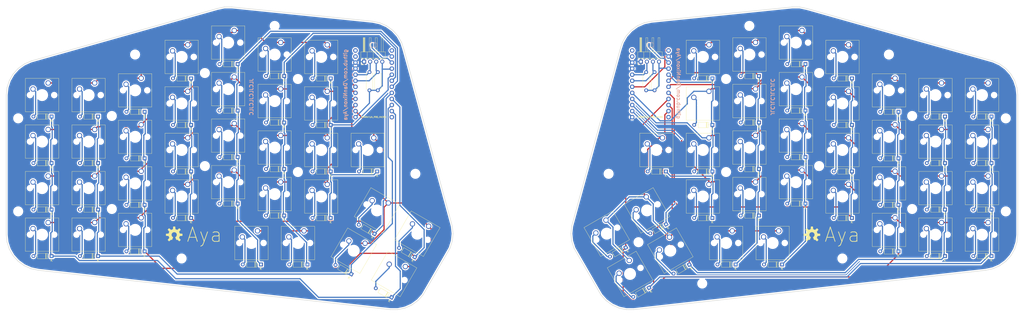
<source format=kicad_pcb>
(kicad_pcb (version 20171130) (host pcbnew 5.1.9)
  (layers (0 F.Cu signal) (31 B.Cu signal) (34 B.Paste user) (35 F.Paste user) (36 B.SilkS user) (37 F.SilkS user) (38 B.Mask user) (39 F.Mask user) (44 Edge.Cuts user))
  (net 0 "")
  (net 1 "Net-(B1-Pad24)")
  (net 2 "/Right Hand Side/RST")
  (net 3 "/Right Hand Side/C1")
  (net 4 "/Right Hand Side/C2")
  (net 5 "/Right Hand Side/C3")
  (net 6 "/Right Hand Side/C4")
  (net 7 "/Right Hand Side/C5")
  (net 8 "/Right Hand Side/C6")
  (net 9 "/Right Hand Side/C7")
  (net 10 "Net-(B1-Pad13)")
  (net 11 "/Right Hand Side/R5")
  (net 12 "/Right Hand Side/R4")
  (net 13 "/Right Hand Side/R3")
  (net 14 "/Right Hand Side/R2")
  (net 15 "/Right Hand Side/R1")
  (net 16 "/Right Hand Side/SCL")
  (net 17 "/Right Hand Side/SDA")
  (net 18 "Net-(B1-Pad2)")
  (net 19 "Net-(B1-Pad1)")
  (net 20 "Net-(B2-Pad24)")
  (net 21 "/Left Hand Side/RST")
  (net 22 "/Left Hand Side/C1")
  (net 23 "/Left Hand Side/C2")
  (net 24 "/Left Hand Side/C3")
  (net 25 "/Left Hand Side/C4")
  (net 26 "/Left Hand Side/C5")
  (net 27 "/Left Hand Side/C6")
  (net 28 "/Left Hand Side/C7")
  (net 29 "Net-(B2-Pad13)")
  (net 30 "/Left Hand Side/R5")
  (net 31 "/Left Hand Side/R4")
  (net 32 "/Left Hand Side/R3")
  (net 33 "/Left Hand Side/R2")
  (net 34 "/Left Hand Side/R1")
  (net 35 "/Left Hand Side/SCL")
  (net 36 "/Left Hand Side/SDA")
  (net 37 "Net-(B2-Pad2)")
  (net 38 "Net-(B2-Pad1)")
  (net 39 "Net-(D1-Pad2)")
  (net 40 "Net-(D2-Pad2)")
  (net 41 "Net-(D3-Pad2)")
  (net 42 "Net-(D4-Pad2)")
  (net 43 "Net-(D5-Pad2)")
  (net 44 "Net-(D6-Pad2)")
  (net 45 "Net-(D7-Pad2)")
  (net 46 "Net-(D8-Pad2)")
  (net 47 "Net-(D9-Pad2)")
  (net 48 "Net-(D10-Pad2)")
  (net 49 "Net-(D11-Pad2)")
  (net 50 "Net-(D12-Pad2)")
  (net 51 "Net-(D13-Pad2)")
  (net 52 "Net-(D14-Pad2)")
  (net 53 "Net-(D15-Pad2)")
  (net 54 "Net-(D16-Pad2)")
  (net 55 "Net-(D17-Pad2)")
  (net 56 "Net-(D18-Pad2)")
  (net 57 "Net-(D19-Pad2)")
  (net 58 "Net-(D20-Pad2)")
  (net 59 "Net-(D21-Pad2)")
  (net 60 "Net-(D22-Pad2)")
  (net 61 "Net-(D23-Pad2)")
  (net 62 "Net-(D24-Pad2)")
  (net 63 "Net-(D25-Pad2)")
  (net 64 "Net-(D26-Pad2)")
  (net 65 "Net-(D27-Pad2)")
  (net 66 "Net-(D28-Pad2)")
  (net 67 "Net-(D29-Pad2)")
  (net 68 "Net-(D30-Pad2)")
  (net 69 "Net-(D31-Pad2)")
  (net 70 "Net-(D32-Pad2)")
  (net 71 "Net-(D33-Pad2)")
  (net 72 "Net-(D34-Pad2)")
  (net 73 "Net-(D35-Pad2)")
  (net 74 "Net-(D36-Pad2)")
  (net 75 "Net-(D37-Pad2)")
  (net 76 "Net-(D38-Pad2)")
  (net 77 "Net-(D39-Pad2)")
  (net 78 "Net-(D40-Pad2)")
  (net 79 "Net-(D41-Pad2)")
  (net 80 "Net-(D42-Pad2)")
  (net 81 "Net-(D43-Pad2)")
  (net 82 "Net-(D44-Pad2)")
  (net 83 "Net-(D45-Pad2)")
  (net 84 "Net-(D46-Pad2)")
  (net 85 "Net-(D47-Pad2)")
  (net 86 "Net-(D48-Pad2)")
  (net 87 "Net-(D49-Pad2)")
  (net 88 "Net-(D50-Pad2)")
  (net 89 "Net-(D51-Pad2)")
  (net 90 "Net-(D52-Pad2)")
  (net 91 "Net-(D53-Pad2)")
  (net 92 "Net-(D54-Pad2)")
  (net 93 "Net-(D55-Pad2)")
  (net 94 "Net-(D56-Pad2)")
  (net 95 "Net-(D57-Pad2)")
  (net 96 "Net-(D58-Pad2)")
  (net 97 "Net-(D59-Pad2)")
  (net 98 "Net-(D60-Pad2)")
  (net 99 "Net-(D61-Pad2)")
  (net 100 "Net-(D62-Pad2)")
  (net 101 "Net-(D63-Pad2)")
  (net 102 "Net-(D64-Pad2)")
  (net 103 "Net-(D65-Pad2)")
  (net 104 "Net-(D66-Pad2)")
  (net 105 "Net-(D67-Pad2)")
  (net 106 "Net-(D68-Pad2)")
  (net 107 "Net-(D69-Pad2)")
  (net 108 "Net-(D70-Pad2)")
  (net 109 "/Right Hand Side/GND")
  (net 110 "/Right Hand Side/VCC")
  (net 111 "/Left Hand Side/GND")
  (net 112 "/Left Hand Side/HAND_SELECT")
  (module MountingHole_3.2mm_M3 (layer F.Cu) (at -53.031252 78.668747)
    (fp_text reference HOLE28 hide)
    (fp_text value MountingHole_3.2mm_M3)
    (pad 1 np_thru_hole circle (at 0 0) (size 3.2 3.2) (drill 3.2) (layers *.Cu *.Mask))
  )
  (module MountingHole_3.2mm_M3 (layer F.Cu) (at -40.5 50)
    (fp_text reference HOLE27 hide)
    (fp_text value MountingHole_3.2mm_M3)
    (pad 1 np_thru_hole circle (at 0 0) (size 3.2 3.2) (drill 3.2) (layers *.Cu *.Mask))
  )
  (module MountingHole_3.2mm_M3 (layer F.Cu) (at -79.75 96)
    (fp_text reference HOLE26 hide)
    (fp_text value MountingHole_3.2mm_M3)
    (pad 1 np_thru_hole circle (at 0 0) (size 3.2 3.2) (drill 3.2) (layers *.Cu *.Mask))
  )
  (module MountingHole_3.2mm_M3 (layer F.Cu) (at -99.5 -12)
    (fp_text reference HOLE25 hide)
    (fp_text value MountingHole_3.2mm_M3)
    (pad 1 np_thru_hole circle (at 0 0) (size 3.2 3.2) (drill 3.2) (layers *.Cu *.Mask))
  )
  (module MountingHole_3.2mm_M3 (layer F.Cu) (at -138.5 85.5)
    (fp_text reference HOLE24 hide)
    (fp_text value MountingHole_3.2mm_M3)
    (pad 1 np_thru_hole circle (at 0 0) (size 3.2 3.2) (drill 3.2) (layers *.Cu *.Mask))
  )
  (module MountingHole_3.2mm_M3 (layer F.Cu) (at -158 0)
    (fp_text reference HOLE23 hide)
    (fp_text value MountingHole_3.2mm_M3)
    (pad 1 np_thru_hole circle (at 0 0) (size 3.2 3.2) (drill 3.2) (layers *.Cu *.Mask))
  )
  (module MountingHole_3.2mm_M3 (layer F.Cu) (at -89.75 49.25)
    (fp_text reference HOLE22 hide)
    (fp_text value MountingHole_3.2mm_M3)
    (pad 1 np_thru_hole circle (at 0 0) (size 3.2 3.2) (drill 3.2) (layers *.Cu *.Mask))
  )
  (module MountingHole_3.2mm_M3 (layer F.Cu) (at -89.75 10.25)
    (fp_text reference HOLE21 hide)
    (fp_text value MountingHole_3.2mm_M3)
    (pad 1 np_thru_hole circle (at 0 0) (size 3.2 3.2) (drill 3.2) (layers *.Cu *.Mask))
  )
  (module MountingHole_3.2mm_M3 (layer F.Cu) (at -128.75 46.75)
    (fp_text reference HOLE20 hide)
    (fp_text value MountingHole_3.2mm_M3)
    (pad 1 np_thru_hole circle (at 0 0) (size 3.2 3.2) (drill 3.2) (layers *.Cu *.Mask))
  )
  (module MountingHole_3.2mm_M3 (layer F.Cu) (at -128.75 7.75)
    (fp_text reference HOLE19 hide)
    (fp_text value MountingHole_3.2mm_M3)
    (pad 1 np_thru_hole circle (at 0 0) (size 3.2 3.2) (drill 3.2) (layers *.Cu *.Mask))
  )
  (module MountingHole_3.2mm_M3 (layer F.Cu) (at -167.75 64.75)
    (fp_text reference HOLE18 hide)
    (fp_text value MountingHole_3.2mm_M3)
    (pad 1 np_thru_hole circle (at 0 0) (size 3.2 3.2) (drill 3.2) (layers *.Cu *.Mask))
  )
  (module MountingHole_3.2mm_M3 (layer F.Cu) (at -167.75 25.75)
    (fp_text reference HOLE17 hide)
    (fp_text value MountingHole_3.2mm_M3)
    (pad 1 np_thru_hole circle (at 0 0) (size 3.2 3.2) (drill 3.2) (layers *.Cu *.Mask))
  )
  (module MountingHole_3.2mm_M3 (layer F.Cu) (at -207 65.75)
    (fp_text reference HOLE16 hide)
    (fp_text value MountingHole_3.2mm_M3)
    (pad 1 np_thru_hole circle (at 0 0) (size 3.2 3.2) (drill 3.2) (layers *.Cu *.Mask))
  )
  (module MountingHole_3.2mm_M3 (layer F.Cu) (at -207 26.75)
    (fp_text reference HOLE15 hide)
    (fp_text value MountingHole_3.2mm_M3)
    (pad 1 np_thru_hole circle (at 0 0) (size 3.2 3.2) (drill 3.2) (layers *.Cu *.Mask))
  )
  (module MountingHole_3.2mm_M3 (layer F.Cu) (at 53.031252 78.668747)
    (fp_text reference HOLE14 hide)
    (fp_text value MountingHole_3.2mm_M3)
    (pad 1 np_thru_hole circle (at 0 0) (size 3.2 3.2) (drill 3.2) (layers *.Cu *.Mask))
  )
  (module MountingHole_3.2mm_M3 (layer F.Cu) (at 40.5 50)
    (fp_text reference HOLE13 hide)
    (fp_text value MountingHole_3.2mm_M3)
    (pad 1 np_thru_hole circle (at 0 0) (size 3.2 3.2) (drill 3.2) (layers *.Cu *.Mask))
  )
  (module MountingHole_3.2mm_M3 (layer F.Cu) (at 79.75 96)
    (fp_text reference HOLE12 hide)
    (fp_text value MountingHole_3.2mm_M3)
    (pad 1 np_thru_hole circle (at 0 0) (size 3.2 3.2) (drill 3.2) (layers *.Cu *.Mask))
  )
  (module MountingHole_3.2mm_M3 (layer F.Cu) (at 99.5 -12)
    (fp_text reference HOLE11 hide)
    (fp_text value MountingHole_3.2mm_M3)
    (pad 1 np_thru_hole circle (at 0 0) (size 3.2 3.2) (drill 3.2) (layers *.Cu *.Mask))
  )
  (module MountingHole_3.2mm_M3 (layer F.Cu) (at 138.5 85.5)
    (fp_text reference HOLE10 hide)
    (fp_text value MountingHole_3.2mm_M3)
    (pad 1 np_thru_hole circle (at 0 0) (size 3.2 3.2) (drill 3.2) (layers *.Cu *.Mask))
  )
  (module MountingHole_3.2mm_M3 (layer F.Cu) (at 158 0)
    (fp_text reference HOLE9 hide)
    (fp_text value MountingHole_3.2mm_M3)
    (pad 1 np_thru_hole circle (at 0 0) (size 3.2 3.2) (drill 3.2) (layers *.Cu *.Mask))
  )
  (module MountingHole_3.2mm_M3 (layer F.Cu) (at 89.75 49.25)
    (fp_text reference HOLE8 hide)
    (fp_text value MountingHole_3.2mm_M3)
    (pad 1 np_thru_hole circle (at 0 0) (size 3.2 3.2) (drill 3.2) (layers *.Cu *.Mask))
  )
  (module MountingHole_3.2mm_M3 (layer F.Cu) (at 89.75 10.25)
    (fp_text reference HOLE7 hide)
    (fp_text value MountingHole_3.2mm_M3)
    (pad 1 np_thru_hole circle (at 0 0) (size 3.2 3.2) (drill 3.2) (layers *.Cu *.Mask))
  )
  (module MountingHole_3.2mm_M3 (layer F.Cu) (at 128.75 46.75)
    (fp_text reference HOLE6 hide)
    (fp_text value MountingHole_3.2mm_M3)
    (pad 1 np_thru_hole circle (at 0 0) (size 3.2 3.2) (drill 3.2) (layers *.Cu *.Mask))
  )
  (module MountingHole_3.2mm_M3 (layer F.Cu) (at 128.75 7.75)
    (fp_text reference HOLE5 hide)
    (fp_text value MountingHole_3.2mm_M3)
    (pad 1 np_thru_hole circle (at 0 0) (size 3.2 3.2) (drill 3.2) (layers *.Cu *.Mask))
  )
  (module MountingHole_3.2mm_M3 (layer F.Cu) (at 167.75 64.75)
    (fp_text reference HOLE4 hide)
    (fp_text value MountingHole_3.2mm_M3)
    (pad 1 np_thru_hole circle (at 0 0) (size 3.2 3.2) (drill 3.2) (layers *.Cu *.Mask))
  )
  (module MountingHole_3.2mm_M3 (layer F.Cu) (at 167.75 25.75)
    (fp_text reference HOLE3 hide)
    (fp_text value MountingHole_3.2mm_M3)
    (pad 1 np_thru_hole circle (at 0 0) (size 3.2 3.2) (drill 3.2) (layers *.Cu *.Mask))
  )
  (module MountingHole_3.2mm_M3 (layer F.Cu) (at 207 65.75)
    (fp_text reference HOLE2 hide)
    (fp_text value MountingHole_3.2mm_M3)
    (pad 1 np_thru_hole circle (at 0 0) (size 3.2 3.2) (drill 3.2) (layers *.Cu *.Mask))
  )
  (module MountingHole_3.2mm_M3 (layer F.Cu) (at 207 26.75)
    (fp_text reference HOLE1 hide)
    (fp_text value MountingHole_3.2mm_M3)
    (pad 1 np_thru_hole circle (at 0 0) (size 3.2 3.2) (drill 3.2) (layers *.Cu *.Mask))
  )
  (module Boards:SPARKFUN_PRO_MICRO (layer F.Cu) (at 58 11)
    (fp_text reference B1 hide)
    (fp_text value SPARKFUN_PRO_MICRO (at 0 15.24) (layer F.SilkS) (effects (font (size 0.6096 0.6096) (thickness 0.127))))
    (pad 24 thru_hole circle (at 7.62 -12.7) (size 1.8796 1.8796) (drill 1.016) (layers *.Cu *.Mask) (net 1 "Net-(B1-Pad24)"))
    (pad 23 thru_hole circle (at 7.62 -10.16) (size 1.8796 1.8796) (drill 1.016) (layers *.Cu *.Mask) (net 109 "/Right Hand Side/GND"))
    (pad 22 thru_hole circle (at 7.62 -7.62) (size 1.8796 1.8796) (drill 1.016) (layers *.Cu *.Mask) (net 2 "/Right Hand Side/RST"))
    (pad 21 thru_hole circle (at 7.62 -5.08) (size 1.8796 1.8796) (drill 1.016) (layers *.Cu *.Mask) (net 110 "/Right Hand Side/VCC"))
    (pad 20 thru_hole circle (at 7.62 -2.54) (size 1.8796 1.8796) (drill 1.016) (layers *.Cu *.Mask) (net 3 "/Right Hand Side/C1"))
    (pad 19 thru_hole circle (at 7.62 0) (size 1.8796 1.8796) (drill 1.016) (layers *.Cu *.Mask) (net 4 "/Right Hand Side/C2"))
    (pad 18 thru_hole circle (at 7.62 2.54) (size 1.8796 1.8796) (drill 1.016) (layers *.Cu *.Mask) (net 5 "/Right Hand Side/C3"))
    (pad 17 thru_hole circle (at 7.62 5.08) (size 1.8796 1.8796) (drill 1.016) (layers *.Cu *.Mask) (net 6 "/Right Hand Side/C4"))
    (pad 16 thru_hole circle (at 7.62 7.62) (size 1.8796 1.8796) (drill 1.016) (layers *.Cu *.Mask) (net 7 "/Right Hand Side/C5"))
    (pad 15 thru_hole circle (at 7.62 10.16) (size 1.8796 1.8796) (drill 1.016) (layers *.Cu *.Mask) (net 8 "/Right Hand Side/C6"))
    (pad 14 thru_hole circle (at 7.62 12.7) (size 1.8796 1.8796) (drill 1.016) (layers *.Cu *.Mask) (net 9 "/Right Hand Side/C7"))
    (pad 13 thru_hole circle (at 7.62 15.24) (size 1.8796 1.8796) (drill 1.016) (layers *.Cu *.Mask) (net 10 "Net-(B1-Pad13)"))
    (pad 12 thru_hole circle (at -7.62 15.24) (size 1.8796 1.8796) (drill 1.016) (layers *.Cu *.Mask) (net 109 "/Right Hand Side/GND"))
    (pad 11 thru_hole circle (at -7.62 12.7) (size 1.8796 1.8796) (drill 1.016) (layers *.Cu *.Mask) (net 11 "/Right Hand Side/R5"))
    (pad 10 thru_hole circle (at -7.62 10.16) (size 1.8796 1.8796) (drill 1.016) (layers *.Cu *.Mask) (net 12 "/Right Hand Side/R4"))
    (pad 9 thru_hole circle (at -7.62 7.62) (size 1.8796 1.8796) (drill 1.016) (layers *.Cu *.Mask) (net 13 "/Right Hand Side/R3"))
    (pad 8 thru_hole circle (at -7.62 5.08) (size 1.8796 1.8796) (drill 1.016) (layers *.Cu *.Mask) (net 14 "/Right Hand Side/R2"))
    (pad 7 thru_hole circle (at -7.62 2.54) (size 1.8796 1.8796) (drill 1.016) (layers *.Cu *.Mask) (net 15 "/Right Hand Side/R1"))
    (pad 6 thru_hole circle (at -7.62 0) (size 1.8796 1.8796) (drill 1.016) (layers *.Cu *.Mask) (net 16 "/Right Hand Side/SCL"))
    (pad 5 thru_hole circle (at -7.62 -2.54) (size 1.8796 1.8796) (drill 1.016) (layers *.Cu *.Mask) (net 17 "/Right Hand Side/SDA"))
    (pad 4 thru_hole circle (at -7.62 -5.08) (size 1.8796 1.8796) (drill 1.016) (layers *.Cu *.Mask) (net 109 "/Right Hand Side/GND"))
    (pad 3 thru_hole circle (at -7.62 -7.62) (size 1.8796 1.8796) (drill 1.016) (layers *.Cu *.Mask) (net 109 "/Right Hand Side/GND"))
    (pad 2 thru_hole circle (at -7.62 -10.16) (size 1.8796 1.8796) (drill 1.016) (layers *.Cu *.Mask) (net 18 "Net-(B1-Pad2)"))
    (pad 1 thru_hole circle (at -7.62 -12.7) (size 1.8796 1.8796) (drill 1.016) (layers *.Cu *.Mask) (net 19 "Net-(B1-Pad1)"))
  )
  (module Jumper:SolderJumper-2_P1.3mm_Open_RoundedPad1.0x1.5mm (layer B.Cu) (at -58 -4)
    (fp_text reference SW72 hide)
    (fp_text value Reset)
    (pad 2 smd custom (at 0.65 0) (size 1 0.5) (layers B.Cu B.Mask) (net 111 "/Left Hand Side/GND") (options (clearance outline) (anchor rect)) (primitives (gr_circle (center 0 -0.25) (end 0.5 -0.25) (width 0)) (gr_circle (center 0 0.25) (end 0.5 0.25) (width 0)) (gr_poly (pts (xy 0 0.75) (xy -0.5 0.75) (xy -0.5 -0.75) (xy 0 -0.75)) (width 0))))
    (pad 1 smd custom (at -0.65 0) (size 1 0.5) (layers B.Cu B.Mask) (net 21 "/Left Hand Side/RST") (options (clearance outline) (anchor rect)) (primitives (gr_circle (center 0 -0.25) (end 0.5 -0.25) (width 0)) (gr_circle (center 0 0.25) (end 0.5 0.25) (width 0)) (gr_poly (pts (xy 0 0.75) (xy 0.5 0.75) (xy 0.5 -0.75) (xy 0 -0.75)) (width 0))))
  )
  (module Jumper:SolderJumper-2_P1.3mm_Open_RoundedPad1.0x1.5mm (layer B.Cu) (at 58 -4)
    (fp_text reference SW71 hide)
    (fp_text value Reset)
    (pad 2 smd custom (at 0.65 0) (size 1 0.5) (layers B.Cu B.Mask) (net 109 "/Right Hand Side/GND") (options (clearance outline) (anchor rect)) (primitives (gr_circle (center 0 -0.25) (end 0.5 -0.25) (width 0)) (gr_circle (center 0 0.25) (end 0.5 0.25) (width 0)) (gr_poly (pts (xy 0 0.75) (xy -0.5 0.75) (xy -0.5 -0.75) (xy 0 -0.75)) (width 0))))
    (pad 1 smd custom (at -0.65 0) (size 1 0.5) (layers B.Cu B.Mask) (net 2 "/Right Hand Side/RST") (options (clearance outline) (anchor rect)) (primitives (gr_circle (center 0 -0.25) (end 0.5 -0.25) (width 0)) (gr_circle (center 0 0.25) (end 0.5 0.25) (width 0)) (gr_poly (pts (xy 0 0.75) (xy 0.5 0.75) (xy 0.5 -0.75) (xy 0 -0.75)) (width 0))))
  )
  (module Button_Switch_Keyboard:SW_Cherry_MX_1.00u_PCB (layer F.Cu) (at -44.705479 88.868086 330)
    (fp_text reference SW70 hide)
    (fp_text value 75)
    (pad "" np_thru_hole circle (at 2.54 5.08 330) (size 1.7 1.7) (drill 1.7) (layers *.Cu *.Mask))
    (pad "" np_thru_hole circle (at -7.62 5.08 330) (size 1.7 1.7) (drill 1.7) (layers *.Cu *.Mask))
    (pad "" np_thru_hole circle (at -2.54 5.08 330) (size 4 4) (drill 4) (layers *.Cu *.Mask))
    (pad 2 thru_hole circle (at -6.35 2.54 330) (size 2.2 2.2) (drill 1.5) (layers *.Cu *.Mask) (net 108 "Net-(D70-Pad2)"))
    (pad 1 thru_hole circle (at 0 0 330) (size 2.2 2.2) (drill 1.5) (layers *.Cu *.Mask) (net 30 "/Left Hand Side/R5"))
  )
  (module Button_Switch_Keyboard:SW_Cherry_MX_1.00u_PCB (layer F.Cu) (at -194.44 70.42)
    (fp_text reference SW69 hide)
    (fp_text value 74)
    (pad "" np_thru_hole circle (at 2.54 5.08) (size 1.7 1.7) (drill 1.7) (layers *.Cu *.Mask))
    (pad "" np_thru_hole circle (at -7.62 5.08) (size 1.7 1.7) (drill 1.7) (layers *.Cu *.Mask))
    (pad "" np_thru_hole circle (at -2.54 5.08) (size 4 4) (drill 4) (layers *.Cu *.Mask))
    (pad 2 thru_hole circle (at -6.35 2.54) (size 2.2 2.2) (drill 1.5) (layers *.Cu *.Mask) (net 107 "Net-(D69-Pad2)"))
    (pad 1 thru_hole circle (at 0 0) (size 2.2 2.2) (drill 1.5) (layers *.Cu *.Mask) (net 31 "/Left Hand Side/R4"))
  )
  (module Button_Switch_Keyboard:SW_Cherry_MX_1.00u_PCB (layer F.Cu) (at -194.44 50.92)
    (fp_text reference SW68 hide)
    (fp_text value 73)
    (pad "" np_thru_hole circle (at 2.54 5.08) (size 1.7 1.7) (drill 1.7) (layers *.Cu *.Mask))
    (pad "" np_thru_hole circle (at -7.62 5.08) (size 1.7 1.7) (drill 1.7) (layers *.Cu *.Mask))
    (pad "" np_thru_hole circle (at -2.54 5.08) (size 4 4) (drill 4) (layers *.Cu *.Mask))
    (pad 2 thru_hole circle (at -6.35 2.54) (size 2.2 2.2) (drill 1.5) (layers *.Cu *.Mask) (net 106 "Net-(D68-Pad2)"))
    (pad 1 thru_hole circle (at 0 0) (size 2.2 2.2) (drill 1.5) (layers *.Cu *.Mask) (net 32 "/Left Hand Side/R3"))
  )
  (module Button_Switch_Keyboard:SW_Cherry_MX_1.00u_PCB (layer F.Cu) (at -194.44 31.42)
    (fp_text reference SW67 hide)
    (fp_text value 72)
    (pad "" np_thru_hole circle (at 2.54 5.08) (size 1.7 1.7) (drill 1.7) (layers *.Cu *.Mask))
    (pad "" np_thru_hole circle (at -7.62 5.08) (size 1.7 1.7) (drill 1.7) (layers *.Cu *.Mask))
    (pad "" np_thru_hole circle (at -2.54 5.08) (size 4 4) (drill 4) (layers *.Cu *.Mask))
    (pad 2 thru_hole circle (at -6.35 2.54) (size 2.2 2.2) (drill 1.5) (layers *.Cu *.Mask) (net 105 "Net-(D67-Pad2)"))
    (pad 1 thru_hole circle (at 0 0) (size 2.2 2.2) (drill 1.5) (layers *.Cu *.Mask) (net 33 "/Left Hand Side/R2"))
  )
  (module Button_Switch_Keyboard:SW_Cherry_MX_1.00u_PCB (layer F.Cu) (at -194.44 11.92)
    (fp_text reference SW66 hide)
    (fp_text value 71)
    (pad "" np_thru_hole circle (at 2.54 5.08) (size 1.7 1.7) (drill 1.7) (layers *.Cu *.Mask))
    (pad "" np_thru_hole circle (at -7.62 5.08) (size 1.7 1.7) (drill 1.7) (layers *.Cu *.Mask))
    (pad "" np_thru_hole circle (at -2.54 5.08) (size 4 4) (drill 4) (layers *.Cu *.Mask))
    (pad 2 thru_hole circle (at -6.35 2.54) (size 2.2 2.2) (drill 1.5) (layers *.Cu *.Mask) (net 104 "Net-(D66-Pad2)"))
    (pad 1 thru_hole circle (at 0 0) (size 2.2 2.2) (drill 1.5) (layers *.Cu *.Mask) (net 34 "/Left Hand Side/R1"))
  )
  (module Button_Switch_Keyboard:SW_Cherry_MX_1.00u_PCB (layer F.Cu) (at -61.592974 79.118086 330)
    (fp_text reference SW65 hide)
    (fp_text value 65)
    (pad "" np_thru_hole circle (at 2.54 5.08 330) (size 1.7 1.7) (drill 1.7) (layers *.Cu *.Mask))
    (pad "" np_thru_hole circle (at -7.62 5.08 330) (size 1.7 1.7) (drill 1.7) (layers *.Cu *.Mask))
    (pad "" np_thru_hole circle (at -2.54 5.08 330) (size 4 4) (drill 4) (layers *.Cu *.Mask))
    (pad 2 thru_hole circle (at -6.35 2.54 330) (size 2.2 2.2) (drill 1.5) (layers *.Cu *.Mask) (net 103 "Net-(D65-Pad2)"))
    (pad 1 thru_hole circle (at 0 0 330) (size 2.2 2.2) (drill 1.5) (layers *.Cu *.Mask) (net 30 "/Left Hand Side/R5"))
  )
  (module Button_Switch_Keyboard:SW_Cherry_MX_1.00u_PCB (layer F.Cu) (at -174.94 70.42)
    (fp_text reference SW64 hide)
    (fp_text value 64)
    (pad "" np_thru_hole circle (at 2.54 5.08) (size 1.7 1.7) (drill 1.7) (layers *.Cu *.Mask))
    (pad "" np_thru_hole circle (at -7.62 5.08) (size 1.7 1.7) (drill 1.7) (layers *.Cu *.Mask))
    (pad "" np_thru_hole circle (at -2.54 5.08) (size 4 4) (drill 4) (layers *.Cu *.Mask))
    (pad 2 thru_hole circle (at -6.35 2.54) (size 2.2 2.2) (drill 1.5) (layers *.Cu *.Mask) (net 102 "Net-(D64-Pad2)"))
    (pad 1 thru_hole circle (at 0 0) (size 2.2 2.2) (drill 1.5) (layers *.Cu *.Mask) (net 31 "/Left Hand Side/R4"))
  )
  (module Button_Switch_Keyboard:SW_Cherry_MX_1.00u_PCB (layer F.Cu) (at -174.94 50.92)
    (fp_text reference SW63 hide)
    (fp_text value 63)
    (pad "" np_thru_hole circle (at 2.54 5.08) (size 1.7 1.7) (drill 1.7) (layers *.Cu *.Mask))
    (pad "" np_thru_hole circle (at -7.62 5.08) (size 1.7 1.7) (drill 1.7) (layers *.Cu *.Mask))
    (pad "" np_thru_hole circle (at -2.54 5.08) (size 4 4) (drill 4) (layers *.Cu *.Mask))
    (pad 2 thru_hole circle (at -6.35 2.54) (size 2.2 2.2) (drill 1.5) (layers *.Cu *.Mask) (net 101 "Net-(D63-Pad2)"))
    (pad 1 thru_hole circle (at 0 0) (size 2.2 2.2) (drill 1.5) (layers *.Cu *.Mask) (net 32 "/Left Hand Side/R3"))
  )
  (module Button_Switch_Keyboard:SW_Cherry_MX_1.00u_PCB (layer F.Cu) (at -174.94 31.42)
    (fp_text reference SW62 hide)
    (fp_text value 62)
    (pad "" np_thru_hole circle (at 2.54 5.08) (size 1.7 1.7) (drill 1.7) (layers *.Cu *.Mask))
    (pad "" np_thru_hole circle (at -7.62 5.08) (size 1.7 1.7) (drill 1.7) (layers *.Cu *.Mask))
    (pad "" np_thru_hole circle (at -2.54 5.08) (size 4 4) (drill 4) (layers *.Cu *.Mask))
    (pad 2 thru_hole circle (at -6.35 2.54) (size 2.2 2.2) (drill 1.5) (layers *.Cu *.Mask) (net 100 "Net-(D62-Pad2)"))
    (pad 1 thru_hole circle (at 0 0) (size 2.2 2.2) (drill 1.5) (layers *.Cu *.Mask) (net 33 "/Left Hand Side/R2"))
  )
  (module Button_Switch_Keyboard:SW_Cherry_MX_1.00u_PCB (layer F.Cu) (at -174.94 11.92)
    (fp_text reference SW61 hide)
    (fp_text value 61)
    (pad "" np_thru_hole circle (at 2.54 5.08) (size 1.7 1.7) (drill 1.7) (layers *.Cu *.Mask))
    (pad "" np_thru_hole circle (at -7.62 5.08) (size 1.7 1.7) (drill 1.7) (layers *.Cu *.Mask))
    (pad "" np_thru_hole circle (at -2.54 5.08) (size 4 4) (drill 4) (layers *.Cu *.Mask))
    (pad 2 thru_hole circle (at -6.35 2.54) (size 2.2 2.2) (drill 1.5) (layers *.Cu *.Mask) (net 99 "Net-(D61-Pad2)"))
    (pad 1 thru_hole circle (at 0 0) (size 2.2 2.2) (drill 1.5) (layers *.Cu *.Mask) (net 34 "/Left Hand Side/R1"))
  )
  (module Button_Switch_Keyboard:SW_Cherry_MX_1.00u_PCB (layer F.Cu) (at -34.955479 71.98059 330)
    (fp_text reference SW60 hide)
    (fp_text value 55)
    (pad "" np_thru_hole circle (at 2.54 5.08 330) (size 1.7 1.7) (drill 1.7) (layers *.Cu *.Mask))
    (pad "" np_thru_hole circle (at -7.62 5.08 330) (size 1.7 1.7) (drill 1.7) (layers *.Cu *.Mask))
    (pad "" np_thru_hole circle (at -2.54 5.08 330) (size 4 4) (drill 4) (layers *.Cu *.Mask))
    (pad 2 thru_hole circle (at -6.35 2.54 330) (size 2.2 2.2) (drill 1.5) (layers *.Cu *.Mask) (net 98 "Net-(D60-Pad2)"))
    (pad 1 thru_hole circle (at 0 0 330) (size 2.2 2.2) (drill 1.5) (layers *.Cu *.Mask) (net 30 "/Left Hand Side/R5"))
  )
  (module Button_Switch_Keyboard:SW_Cherry_MX_1.00u_PCB (layer F.Cu) (at -155.44 68.42)
    (fp_text reference SW59 hide)
    (fp_text value 54)
    (pad "" np_thru_hole circle (at 2.54 5.08) (size 1.7 1.7) (drill 1.7) (layers *.Cu *.Mask))
    (pad "" np_thru_hole circle (at -7.62 5.08) (size 1.7 1.7) (drill 1.7) (layers *.Cu *.Mask))
    (pad "" np_thru_hole circle (at -2.54 5.08) (size 4 4) (drill 4) (layers *.Cu *.Mask))
    (pad 2 thru_hole circle (at -6.35 2.54) (size 2.2 2.2) (drill 1.5) (layers *.Cu *.Mask) (net 97 "Net-(D59-Pad2)"))
    (pad 1 thru_hole circle (at 0 0) (size 2.2 2.2) (drill 1.5) (layers *.Cu *.Mask) (net 31 "/Left Hand Side/R4"))
  )
  (module Button_Switch_Keyboard:SW_Cherry_MX_1.00u_PCB (layer F.Cu) (at -155.44 48.92)
    (fp_text reference SW58 hide)
    (fp_text value 53)
    (pad "" np_thru_hole circle (at 2.54 5.08) (size 1.7 1.7) (drill 1.7) (layers *.Cu *.Mask))
    (pad "" np_thru_hole circle (at -7.62 5.08) (size 1.7 1.7) (drill 1.7) (layers *.Cu *.Mask))
    (pad "" np_thru_hole circle (at -2.54 5.08) (size 4 4) (drill 4) (layers *.Cu *.Mask))
    (pad 2 thru_hole circle (at -6.35 2.54) (size 2.2 2.2) (drill 1.5) (layers *.Cu *.Mask) (net 96 "Net-(D58-Pad2)"))
    (pad 1 thru_hole circle (at 0 0) (size 2.2 2.2) (drill 1.5) (layers *.Cu *.Mask) (net 32 "/Left Hand Side/R3"))
  )
  (module Button_Switch_Keyboard:SW_Cherry_MX_1.00u_PCB (layer F.Cu) (at -155.44 29.42)
    (fp_text reference SW57 hide)
    (fp_text value 52)
    (pad "" np_thru_hole circle (at 2.54 5.08) (size 1.7 1.7) (drill 1.7) (layers *.Cu *.Mask))
    (pad "" np_thru_hole circle (at -7.62 5.08) (size 1.7 1.7) (drill 1.7) (layers *.Cu *.Mask))
    (pad "" np_thru_hole circle (at -2.54 5.08) (size 4 4) (drill 4) (layers *.Cu *.Mask))
    (pad 2 thru_hole circle (at -6.35 2.54) (size 2.2 2.2) (drill 1.5) (layers *.Cu *.Mask) (net 95 "Net-(D57-Pad2)"))
    (pad 1 thru_hole circle (at 0 0) (size 2.2 2.2) (drill 1.5) (layers *.Cu *.Mask) (net 33 "/Left Hand Side/R2"))
  )
  (module Button_Switch_Keyboard:SW_Cherry_MX_1.00u_PCB (layer F.Cu) (at -155.44 9.92)
    (fp_text reference SW56 hide)
    (fp_text value 51)
    (pad "" np_thru_hole circle (at 2.54 5.08) (size 1.7 1.7) (drill 1.7) (layers *.Cu *.Mask))
    (pad "" np_thru_hole circle (at -7.62 5.08) (size 1.7 1.7) (drill 1.7) (layers *.Cu *.Mask))
    (pad "" np_thru_hole circle (at -2.54 5.08) (size 4 4) (drill 4) (layers *.Cu *.Mask))
    (pad 2 thru_hole circle (at -6.35 2.54) (size 2.2 2.2) (drill 1.5) (layers *.Cu *.Mask) (net 94 "Net-(D56-Pad2)"))
    (pad 1 thru_hole circle (at 0 0) (size 2.2 2.2) (drill 1.5) (layers *.Cu *.Mask) (net 34 "/Left Hand Side/R1"))
  )
  (module Button_Switch_Keyboard:SW_Cherry_MX_1.00u_PCB (layer F.Cu) (at -51.842974 62.23059 330)
    (fp_text reference SW55 hide)
    (fp_text value 45)
    (pad "" np_thru_hole circle (at 2.54 5.08 330) (size 1.7 1.7) (drill 1.7) (layers *.Cu *.Mask))
    (pad "" np_thru_hole circle (at -7.62 5.08 330) (size 1.7 1.7) (drill 1.7) (layers *.Cu *.Mask))
    (pad "" np_thru_hole circle (at -2.54 5.08 330) (size 4 4) (drill 4) (layers *.Cu *.Mask))
    (pad 2 thru_hole circle (at -6.35 2.54 330) (size 2.2 2.2) (drill 1.5) (layers *.Cu *.Mask) (net 93 "Net-(D55-Pad2)"))
    (pad 1 thru_hole circle (at 0 0 330) (size 2.2 2.2) (drill 1.5) (layers *.Cu *.Mask) (net 30 "/Left Hand Side/R5"))
  )
  (module Button_Switch_Keyboard:SW_Cherry_MX_1.00u_PCB (layer F.Cu) (at -135.94 54.42)
    (fp_text reference SW54 hide)
    (fp_text value 44)
    (pad "" np_thru_hole circle (at 2.54 5.08) (size 1.7 1.7) (drill 1.7) (layers *.Cu *.Mask))
    (pad "" np_thru_hole circle (at -7.62 5.08) (size 1.7 1.7) (drill 1.7) (layers *.Cu *.Mask))
    (pad "" np_thru_hole circle (at -2.54 5.08) (size 4 4) (drill 4) (layers *.Cu *.Mask))
    (pad 2 thru_hole circle (at -6.35 2.54) (size 2.2 2.2) (drill 1.5) (layers *.Cu *.Mask) (net 92 "Net-(D54-Pad2)"))
    (pad 1 thru_hole circle (at 0 0) (size 2.2 2.2) (drill 1.5) (layers *.Cu *.Mask) (net 31 "/Left Hand Side/R4"))
  )
  (module Button_Switch_Keyboard:SW_Cherry_MX_1.00u_PCB (layer F.Cu) (at -135.94 34.92)
    (fp_text reference SW53 hide)
    (fp_text value 43)
    (pad "" np_thru_hole circle (at 2.54 5.08) (size 1.7 1.7) (drill 1.7) (layers *.Cu *.Mask))
    (pad "" np_thru_hole circle (at -7.62 5.08) (size 1.7 1.7) (drill 1.7) (layers *.Cu *.Mask))
    (pad "" np_thru_hole circle (at -2.54 5.08) (size 4 4) (drill 4) (layers *.Cu *.Mask))
    (pad 2 thru_hole circle (at -6.35 2.54) (size 2.2 2.2) (drill 1.5) (layers *.Cu *.Mask) (net 91 "Net-(D53-Pad2)"))
    (pad 1 thru_hole circle (at 0 0) (size 2.2 2.2) (drill 1.5) (layers *.Cu *.Mask) (net 32 "/Left Hand Side/R3"))
  )
  (module Button_Switch_Keyboard:SW_Cherry_MX_1.00u_PCB (layer F.Cu) (at -135.94 15.42)
    (fp_text reference SW52 hide)
    (fp_text value 42)
    (pad "" np_thru_hole circle (at 2.54 5.08) (size 1.7 1.7) (drill 1.7) (layers *.Cu *.Mask))
    (pad "" np_thru_hole circle (at -7.62 5.08) (size 1.7 1.7) (drill 1.7) (layers *.Cu *.Mask))
    (pad "" np_thru_hole circle (at -2.54 5.08) (size 4 4) (drill 4) (layers *.Cu *.Mask))
    (pad 2 thru_hole circle (at -6.35 2.54) (size 2.2 2.2) (drill 1.5) (layers *.Cu *.Mask) (net 90 "Net-(D52-Pad2)"))
    (pad 1 thru_hole circle (at 0 0) (size 2.2 2.2) (drill 1.5) (layers *.Cu *.Mask) (net 33 "/Left Hand Side/R2"))
  )
  (module Button_Switch_Keyboard:SW_Cherry_MX_1.00u_PCB (layer F.Cu) (at -135.94 -4.08)
    (fp_text reference SW51 hide)
    (fp_text value 41)
    (pad "" np_thru_hole circle (at 2.54 5.08) (size 1.7 1.7) (drill 1.7) (layers *.Cu *.Mask))
    (pad "" np_thru_hole circle (at -7.62 5.08) (size 1.7 1.7) (drill 1.7) (layers *.Cu *.Mask))
    (pad "" np_thru_hole circle (at -2.54 5.08) (size 4 4) (drill 4) (layers *.Cu *.Mask))
    (pad 2 thru_hole circle (at -6.35 2.54) (size 2.2 2.2) (drill 1.5) (layers *.Cu *.Mask) (net 89 "Net-(D51-Pad2)"))
    (pad 1 thru_hole circle (at 0 0) (size 2.2 2.2) (drill 1.5) (layers *.Cu *.Mask) (net 34 "/Left Hand Side/R1"))
  )
  (module Button_Switch_Keyboard:SW_Cherry_MX_1.00u_PCB (layer F.Cu) (at -106.69 73.92)
    (fp_text reference SW50 hide)
    (fp_text value 35)
    (pad "" np_thru_hole circle (at 2.54 5.08) (size 1.7 1.7) (drill 1.7) (layers *.Cu *.Mask))
    (pad "" np_thru_hole circle (at -7.62 5.08) (size 1.7 1.7) (drill 1.7) (layers *.Cu *.Mask))
    (pad "" np_thru_hole circle (at -2.54 5.08) (size 4 4) (drill 4) (layers *.Cu *.Mask))
    (pad 2 thru_hole circle (at -6.35 2.54) (size 2.2 2.2) (drill 1.5) (layers *.Cu *.Mask) (net 88 "Net-(D50-Pad2)"))
    (pad 1 thru_hole circle (at 0 0) (size 2.2 2.2) (drill 1.5) (layers *.Cu *.Mask) (net 30 "/Left Hand Side/R5"))
  )
  (module Button_Switch_Keyboard:SW_Cherry_MX_1.00u_PCB (layer F.Cu) (at -116.44 48.42)
    (fp_text reference SW49 hide)
    (fp_text value 34)
    (pad "" np_thru_hole circle (at 2.54 5.08) (size 1.7 1.7) (drill 1.7) (layers *.Cu *.Mask))
    (pad "" np_thru_hole circle (at -7.62 5.08) (size 1.7 1.7) (drill 1.7) (layers *.Cu *.Mask))
    (pad "" np_thru_hole circle (at -2.54 5.08) (size 4 4) (drill 4) (layers *.Cu *.Mask))
    (pad 2 thru_hole circle (at -6.35 2.54) (size 2.2 2.2) (drill 1.5) (layers *.Cu *.Mask) (net 87 "Net-(D49-Pad2)"))
    (pad 1 thru_hole circle (at 0 0) (size 2.2 2.2) (drill 1.5) (layers *.Cu *.Mask) (net 31 "/Left Hand Side/R4"))
  )
  (module Button_Switch_Keyboard:SW_Cherry_MX_1.00u_PCB (layer F.Cu) (at -116.44 28.92)
    (fp_text reference SW48 hide)
    (fp_text value 33)
    (pad "" np_thru_hole circle (at 2.54 5.08) (size 1.7 1.7) (drill 1.7) (layers *.Cu *.Mask))
    (pad "" np_thru_hole circle (at -7.62 5.08) (size 1.7 1.7) (drill 1.7) (layers *.Cu *.Mask))
    (pad "" np_thru_hole circle (at -2.54 5.08) (size 4 4) (drill 4) (layers *.Cu *.Mask))
    (pad 2 thru_hole circle (at -6.35 2.54) (size 2.2 2.2) (drill 1.5) (layers *.Cu *.Mask) (net 86 "Net-(D48-Pad2)"))
    (pad 1 thru_hole circle (at 0 0) (size 2.2 2.2) (drill 1.5) (layers *.Cu *.Mask) (net 32 "/Left Hand Side/R3"))
  )
  (module Button_Switch_Keyboard:SW_Cherry_MX_1.00u_PCB (layer F.Cu) (at -116.44 9.42)
    (fp_text reference SW47 hide)
    (fp_text value 32)
    (pad "" np_thru_hole circle (at 2.54 5.08) (size 1.7 1.7) (drill 1.7) (layers *.Cu *.Mask))
    (pad "" np_thru_hole circle (at -7.62 5.08) (size 1.7 1.7) (drill 1.7) (layers *.Cu *.Mask))
    (pad "" np_thru_hole circle (at -2.54 5.08) (size 4 4) (drill 4) (layers *.Cu *.Mask))
    (pad 2 thru_hole circle (at -6.35 2.54) (size 2.2 2.2) (drill 1.5) (layers *.Cu *.Mask) (net 85 "Net-(D47-Pad2)"))
    (pad 1 thru_hole circle (at 0 0) (size 2.2 2.2) (drill 1.5) (layers *.Cu *.Mask) (net 33 "/Left Hand Side/R2"))
  )
  (module Button_Switch_Keyboard:SW_Cherry_MX_1.00u_PCB (layer F.Cu) (at -116.44 -10.08)
    (fp_text reference SW46 hide)
    (fp_text value 31)
    (pad "" np_thru_hole circle (at 2.54 5.08) (size 1.7 1.7) (drill 1.7) (layers *.Cu *.Mask))
    (pad "" np_thru_hole circle (at -7.62 5.08) (size 1.7 1.7) (drill 1.7) (layers *.Cu *.Mask))
    (pad "" np_thru_hole circle (at -2.54 5.08) (size 4 4) (drill 4) (layers *.Cu *.Mask))
    (pad 2 thru_hole circle (at -6.35 2.54) (size 2.2 2.2) (drill 1.5) (layers *.Cu *.Mask) (net 84 "Net-(D46-Pad2)"))
    (pad 1 thru_hole circle (at 0 0) (size 2.2 2.2) (drill 1.5) (layers *.Cu *.Mask) (net 34 "/Left Hand Side/R1"))
  )
  (module Button_Switch_Keyboard:SW_Cherry_MX_1.00u_PCB (layer F.Cu) (at -87.19 73.92)
    (fp_text reference SW45 hide)
    (fp_text value 25)
    (pad "" np_thru_hole circle (at 2.54 5.08) (size 1.7 1.7) (drill 1.7) (layers *.Cu *.Mask))
    (pad "" np_thru_hole circle (at -7.62 5.08) (size 1.7 1.7) (drill 1.7) (layers *.Cu *.Mask))
    (pad "" np_thru_hole circle (at -2.54 5.08) (size 4 4) (drill 4) (layers *.Cu *.Mask))
    (pad 2 thru_hole circle (at -6.35 2.54) (size 2.2 2.2) (drill 1.5) (layers *.Cu *.Mask) (net 83 "Net-(D45-Pad2)"))
    (pad 1 thru_hole circle (at 0 0) (size 2.2 2.2) (drill 1.5) (layers *.Cu *.Mask) (net 30 "/Left Hand Side/R5"))
  )
  (module Button_Switch_Keyboard:SW_Cherry_MX_1.00u_PCB (layer F.Cu) (at -96.94 53.42)
    (fp_text reference SW44 hide)
    (fp_text value 24)
    (pad "" np_thru_hole circle (at 2.54 5.08) (size 1.7 1.7) (drill 1.7) (layers *.Cu *.Mask))
    (pad "" np_thru_hole circle (at -7.62 5.08) (size 1.7 1.7) (drill 1.7) (layers *.Cu *.Mask))
    (pad "" np_thru_hole circle (at -2.54 5.08) (size 4 4) (drill 4) (layers *.Cu *.Mask))
    (pad 2 thru_hole circle (at -6.35 2.54) (size 2.2 2.2) (drill 1.5) (layers *.Cu *.Mask) (net 82 "Net-(D44-Pad2)"))
    (pad 1 thru_hole circle (at 0 0) (size 2.2 2.2) (drill 1.5) (layers *.Cu *.Mask) (net 31 "/Left Hand Side/R4"))
  )
  (module Button_Switch_Keyboard:SW_Cherry_MX_1.00u_PCB (layer F.Cu) (at -96.94 33.92)
    (fp_text reference SW43 hide)
    (fp_text value 23)
    (pad "" np_thru_hole circle (at 2.54 5.08) (size 1.7 1.7) (drill 1.7) (layers *.Cu *.Mask))
    (pad "" np_thru_hole circle (at -7.62 5.08) (size 1.7 1.7) (drill 1.7) (layers *.Cu *.Mask))
    (pad "" np_thru_hole circle (at -2.54 5.08) (size 4 4) (drill 4) (layers *.Cu *.Mask))
    (pad 2 thru_hole circle (at -6.35 2.54) (size 2.2 2.2) (drill 1.5) (layers *.Cu *.Mask) (net 81 "Net-(D43-Pad2)"))
    (pad 1 thru_hole circle (at 0 0) (size 2.2 2.2) (drill 1.5) (layers *.Cu *.Mask) (net 32 "/Left Hand Side/R3"))
  )
  (module Button_Switch_Keyboard:SW_Cherry_MX_1.00u_PCB (layer F.Cu) (at -96.94 14.42)
    (fp_text reference SW42 hide)
    (fp_text value 22)
    (pad "" np_thru_hole circle (at 2.54 5.08) (size 1.7 1.7) (drill 1.7) (layers *.Cu *.Mask))
    (pad "" np_thru_hole circle (at -7.62 5.08) (size 1.7 1.7) (drill 1.7) (layers *.Cu *.Mask))
    (pad "" np_thru_hole circle (at -2.54 5.08) (size 4 4) (drill 4) (layers *.Cu *.Mask))
    (pad 2 thru_hole circle (at -6.35 2.54) (size 2.2 2.2) (drill 1.5) (layers *.Cu *.Mask) (net 80 "Net-(D42-Pad2)"))
    (pad 1 thru_hole circle (at 0 0) (size 2.2 2.2) (drill 1.5) (layers *.Cu *.Mask) (net 33 "/Left Hand Side/R2"))
  )
  (module Button_Switch_Keyboard:SW_Cherry_MX_1.00u_PCB (layer F.Cu) (at -96.94 -5.08)
    (fp_text reference SW41 hide)
    (fp_text value 21)
    (pad "" np_thru_hole circle (at 2.54 5.08) (size 1.7 1.7) (drill 1.7) (layers *.Cu *.Mask))
    (pad "" np_thru_hole circle (at -7.62 5.08) (size 1.7 1.7) (drill 1.7) (layers *.Cu *.Mask))
    (pad "" np_thru_hole circle (at -2.54 5.08) (size 4 4) (drill 4) (layers *.Cu *.Mask))
    (pad 2 thru_hole circle (at -6.35 2.54) (size 2.2 2.2) (drill 1.5) (layers *.Cu *.Mask) (net 79 "Net-(D41-Pad2)"))
    (pad 1 thru_hole circle (at 0 0) (size 2.2 2.2) (drill 1.5) (layers *.Cu *.Mask) (net 34 "/Left Hand Side/R1"))
  )
  (module Button_Switch_Keyboard:SW_Cherry_MX_1.00u_PCB (layer F.Cu) (at -57.94 34.92)
    (fp_text reference SW40 hide)
    (fp_text value 15)
    (pad "" np_thru_hole circle (at 2.54 5.08) (size 1.7 1.7) (drill 1.7) (layers *.Cu *.Mask))
    (pad "" np_thru_hole circle (at -7.62 5.08) (size 1.7 1.7) (drill 1.7) (layers *.Cu *.Mask))
    (pad "" np_thru_hole circle (at -2.54 5.08) (size 4 4) (drill 4) (layers *.Cu *.Mask))
    (pad 2 thru_hole circle (at -6.35 2.54) (size 2.2 2.2) (drill 1.5) (layers *.Cu *.Mask) (net 78 "Net-(D40-Pad2)"))
    (pad 1 thru_hole circle (at 0 0) (size 2.2 2.2) (drill 1.5) (layers *.Cu *.Mask) (net 30 "/Left Hand Side/R5"))
  )
  (module Button_Switch_Keyboard:SW_Cherry_MX_1.00u_PCB (layer F.Cu) (at -77.44 54.42)
    (fp_text reference SW39 hide)
    (fp_text value 14)
    (pad "" np_thru_hole circle (at 2.54 5.08) (size 1.7 1.7) (drill 1.7) (layers *.Cu *.Mask))
    (pad "" np_thru_hole circle (at -7.62 5.08) (size 1.7 1.7) (drill 1.7) (layers *.Cu *.Mask))
    (pad "" np_thru_hole circle (at -2.54 5.08) (size 4 4) (drill 4) (layers *.Cu *.Mask))
    (pad 2 thru_hole circle (at -6.35 2.54) (size 2.2 2.2) (drill 1.5) (layers *.Cu *.Mask) (net 77 "Net-(D39-Pad2)"))
    (pad 1 thru_hole circle (at 0 0) (size 2.2 2.2) (drill 1.5) (layers *.Cu *.Mask) (net 31 "/Left Hand Side/R4"))
  )
  (module Button_Switch_Keyboard:SW_Cherry_MX_1.00u_PCB (layer F.Cu) (at -77.44 34.92)
    (fp_text reference SW38 hide)
    (fp_text value 13)
    (pad "" np_thru_hole circle (at 2.54 5.08) (size 1.7 1.7) (drill 1.7) (layers *.Cu *.Mask))
    (pad "" np_thru_hole circle (at -7.62 5.08) (size 1.7 1.7) (drill 1.7) (layers *.Cu *.Mask))
    (pad "" np_thru_hole circle (at -2.54 5.08) (size 4 4) (drill 4) (layers *.Cu *.Mask))
    (pad 2 thru_hole circle (at -6.35 2.54) (size 2.2 2.2) (drill 1.5) (layers *.Cu *.Mask) (net 76 "Net-(D38-Pad2)"))
    (pad 1 thru_hole circle (at 0 0) (size 2.2 2.2) (drill 1.5) (layers *.Cu *.Mask) (net 32 "/Left Hand Side/R3"))
  )
  (module Button_Switch_Keyboard:SW_Cherry_MX_1.00u_PCB (layer F.Cu) (at -77.44 15.42)
    (fp_text reference SW37 hide)
    (fp_text value 12)
    (pad "" np_thru_hole circle (at 2.54 5.08) (size 1.7 1.7) (drill 1.7) (layers *.Cu *.Mask))
    (pad "" np_thru_hole circle (at -7.62 5.08) (size 1.7 1.7) (drill 1.7) (layers *.Cu *.Mask))
    (pad "" np_thru_hole circle (at -2.54 5.08) (size 4 4) (drill 4) (layers *.Cu *.Mask))
    (pad 2 thru_hole circle (at -6.35 2.54) (size 2.2 2.2) (drill 1.5) (layers *.Cu *.Mask) (net 75 "Net-(D37-Pad2)"))
    (pad 1 thru_hole circle (at 0 0) (size 2.2 2.2) (drill 1.5) (layers *.Cu *.Mask) (net 33 "/Left Hand Side/R2"))
  )
  (module Button_Switch_Keyboard:SW_Cherry_MX_1.00u_PCB (layer F.Cu) (at -77.44 -4.08)
    (fp_text reference SW36 hide)
    (fp_text value 11)
    (pad "" np_thru_hole circle (at 2.54 5.08) (size 1.7 1.7) (drill 1.7) (layers *.Cu *.Mask))
    (pad "" np_thru_hole circle (at -7.62 5.08) (size 1.7 1.7) (drill 1.7) (layers *.Cu *.Mask))
    (pad "" np_thru_hole circle (at -2.54 5.08) (size 4 4) (drill 4) (layers *.Cu *.Mask))
    (pad 2 thru_hole circle (at -6.35 2.54) (size 2.2 2.2) (drill 1.5) (layers *.Cu *.Mask) (net 74 "Net-(D36-Pad2)"))
    (pad 1 thru_hole circle (at 0 0) (size 2.2 2.2) (drill 1.5) (layers *.Cu *.Mask) (net 34 "/Left Hand Side/R1"))
  )
  (module Button_Switch_Keyboard:SW_Cherry_MX_1.00u_PCB (layer F.Cu) (at 49.139529 86.308086 30)
    (fp_text reference SW35 hide)
    (fp_text value 75)
    (pad "" np_thru_hole circle (at 2.54 5.08 30) (size 1.7 1.7) (drill 1.7) (layers *.Cu *.Mask))
    (pad "" np_thru_hole circle (at -7.62 5.08 30) (size 1.7 1.7) (drill 1.7) (layers *.Cu *.Mask))
    (pad "" np_thru_hole circle (at -2.54 5.08 30) (size 4 4) (drill 4) (layers *.Cu *.Mask))
    (pad 2 thru_hole circle (at -6.35 2.54 30) (size 2.2 2.2) (drill 1.5) (layers *.Cu *.Mask) (net 73 "Net-(D35-Pad2)"))
    (pad 1 thru_hole circle (at 0 0 30) (size 2.2 2.2) (drill 1.5) (layers *.Cu *.Mask) (net 11 "/Right Hand Side/R5"))
  )
  (module Button_Switch_Keyboard:SW_Cherry_MX_1.00u_PCB (layer F.Cu) (at 199.56 70.42)
    (fp_text reference SW34 hide)
    (fp_text value 74)
    (pad "" np_thru_hole circle (at 2.54 5.08) (size 1.7 1.7) (drill 1.7) (layers *.Cu *.Mask))
    (pad "" np_thru_hole circle (at -7.62 5.08) (size 1.7 1.7) (drill 1.7) (layers *.Cu *.Mask))
    (pad "" np_thru_hole circle (at -2.54 5.08) (size 4 4) (drill 4) (layers *.Cu *.Mask))
    (pad 2 thru_hole circle (at -6.35 2.54) (size 2.2 2.2) (drill 1.5) (layers *.Cu *.Mask) (net 72 "Net-(D34-Pad2)"))
    (pad 1 thru_hole circle (at 0 0) (size 2.2 2.2) (drill 1.5) (layers *.Cu *.Mask) (net 12 "/Right Hand Side/R4"))
  )
  (module Button_Switch_Keyboard:SW_Cherry_MX_1.00u_PCB (layer F.Cu) (at 199.56 50.92)
    (fp_text reference SW33 hide)
    (fp_text value 73)
    (pad "" np_thru_hole circle (at 2.54 5.08) (size 1.7 1.7) (drill 1.7) (layers *.Cu *.Mask))
    (pad "" np_thru_hole circle (at -7.62 5.08) (size 1.7 1.7) (drill 1.7) (layers *.Cu *.Mask))
    (pad "" np_thru_hole circle (at -2.54 5.08) (size 4 4) (drill 4) (layers *.Cu *.Mask))
    (pad 2 thru_hole circle (at -6.35 2.54) (size 2.2 2.2) (drill 1.5) (layers *.Cu *.Mask) (net 71 "Net-(D33-Pad2)"))
    (pad 1 thru_hole circle (at 0 0) (size 2.2 2.2) (drill 1.5) (layers *.Cu *.Mask) (net 13 "/Right Hand Side/R3"))
  )
  (module Button_Switch_Keyboard:SW_Cherry_MX_1.00u_PCB (layer F.Cu) (at 199.56 31.42)
    (fp_text reference SW32 hide)
    (fp_text value 72)
    (pad "" np_thru_hole circle (at 2.54 5.08) (size 1.7 1.7) (drill 1.7) (layers *.Cu *.Mask))
    (pad "" np_thru_hole circle (at -7.62 5.08) (size 1.7 1.7) (drill 1.7) (layers *.Cu *.Mask))
    (pad "" np_thru_hole circle (at -2.54 5.08) (size 4 4) (drill 4) (layers *.Cu *.Mask))
    (pad 2 thru_hole circle (at -6.35 2.54) (size 2.2 2.2) (drill 1.5) (layers *.Cu *.Mask) (net 70 "Net-(D32-Pad2)"))
    (pad 1 thru_hole circle (at 0 0) (size 2.2 2.2) (drill 1.5) (layers *.Cu *.Mask) (net 14 "/Right Hand Side/R2"))
  )
  (module Button_Switch_Keyboard:SW_Cherry_MX_1.00u_PCB (layer F.Cu) (at 199.56 11.92)
    (fp_text reference SW31 hide)
    (fp_text value 71)
    (pad "" np_thru_hole circle (at 2.54 5.08) (size 1.7 1.7) (drill 1.7) (layers *.Cu *.Mask))
    (pad "" np_thru_hole circle (at -7.62 5.08) (size 1.7 1.7) (drill 1.7) (layers *.Cu *.Mask))
    (pad "" np_thru_hole circle (at -2.54 5.08) (size 4 4) (drill 4) (layers *.Cu *.Mask))
    (pad 2 thru_hole circle (at -6.35 2.54) (size 2.2 2.2) (drill 1.5) (layers *.Cu *.Mask) (net 69 "Net-(D31-Pad2)"))
    (pad 1 thru_hole circle (at 0 0) (size 2.2 2.2) (drill 1.5) (layers *.Cu *.Mask) (net 15 "/Right Hand Side/R1"))
  )
  (module Button_Switch_Keyboard:SW_Cherry_MX_1.00u_PCB (layer F.Cu) (at 66.027025 76.558086 30)
    (fp_text reference SW30 hide)
    (fp_text value 65)
    (pad "" np_thru_hole circle (at 2.54 5.08 30) (size 1.7 1.7) (drill 1.7) (layers *.Cu *.Mask))
    (pad "" np_thru_hole circle (at -7.62 5.08 30) (size 1.7 1.7) (drill 1.7) (layers *.Cu *.Mask))
    (pad "" np_thru_hole circle (at -2.54 5.08 30) (size 4 4) (drill 4) (layers *.Cu *.Mask))
    (pad 2 thru_hole circle (at -6.35 2.54 30) (size 2.2 2.2) (drill 1.5) (layers *.Cu *.Mask) (net 68 "Net-(D30-Pad2)"))
    (pad 1 thru_hole circle (at 0 0 30) (size 2.2 2.2) (drill 1.5) (layers *.Cu *.Mask) (net 11 "/Right Hand Side/R5"))
  )
  (module Button_Switch_Keyboard:SW_Cherry_MX_1.00u_PCB (layer F.Cu) (at 180.06 70.42)
    (fp_text reference SW29 hide)
    (fp_text value 64)
    (pad "" np_thru_hole circle (at 2.54 5.08) (size 1.7 1.7) (drill 1.7) (layers *.Cu *.Mask))
    (pad "" np_thru_hole circle (at -7.62 5.08) (size 1.7 1.7) (drill 1.7) (layers *.Cu *.Mask))
    (pad "" np_thru_hole circle (at -2.54 5.08) (size 4 4) (drill 4) (layers *.Cu *.Mask))
    (pad 2 thru_hole circle (at -6.35 2.54) (size 2.2 2.2) (drill 1.5) (layers *.Cu *.Mask) (net 67 "Net-(D29-Pad2)"))
    (pad 1 thru_hole circle (at 0 0) (size 2.2 2.2) (drill 1.5) (layers *.Cu *.Mask) (net 12 "/Right Hand Side/R4"))
  )
  (module Button_Switch_Keyboard:SW_Cherry_MX_1.00u_PCB (layer F.Cu) (at 180.06 50.92)
    (fp_text reference SW28 hide)
    (fp_text value 63)
    (pad "" np_thru_hole circle (at 2.54 5.08) (size 1.7 1.7) (drill 1.7) (layers *.Cu *.Mask))
    (pad "" np_thru_hole circle (at -7.62 5.08) (size 1.7 1.7) (drill 1.7) (layers *.Cu *.Mask))
    (pad "" np_thru_hole circle (at -2.54 5.08) (size 4 4) (drill 4) (layers *.Cu *.Mask))
    (pad 2 thru_hole circle (at -6.35 2.54) (size 2.2 2.2) (drill 1.5) (layers *.Cu *.Mask) (net 66 "Net-(D28-Pad2)"))
    (pad 1 thru_hole circle (at 0 0) (size 2.2 2.2) (drill 1.5) (layers *.Cu *.Mask) (net 13 "/Right Hand Side/R3"))
  )
  (module Button_Switch_Keyboard:SW_Cherry_MX_1.00u_PCB (layer F.Cu) (at 180.06 31.42)
    (fp_text reference SW27 hide)
    (fp_text value 62)
    (pad "" np_thru_hole circle (at 2.54 5.08) (size 1.7 1.7) (drill 1.7) (layers *.Cu *.Mask))
    (pad "" np_thru_hole circle (at -7.62 5.08) (size 1.7 1.7) (drill 1.7) (layers *.Cu *.Mask))
    (pad "" np_thru_hole circle (at -2.54 5.08) (size 4 4) (drill 4) (layers *.Cu *.Mask))
    (pad 2 thru_hole circle (at -6.35 2.54) (size 2.2 2.2) (drill 1.5) (layers *.Cu *.Mask) (net 65 "Net-(D27-Pad2)"))
    (pad 1 thru_hole circle (at 0 0) (size 2.2 2.2) (drill 1.5) (layers *.Cu *.Mask) (net 14 "/Right Hand Side/R2"))
  )
  (module Button_Switch_Keyboard:SW_Cherry_MX_1.00u_PCB (layer F.Cu) (at 180.06 11.92)
    (fp_text reference SW26 hide)
    (fp_text value 61)
    (pad "" np_thru_hole circle (at 2.54 5.08) (size 1.7 1.7) (drill 1.7) (layers *.Cu *.Mask))
    (pad "" np_thru_hole circle (at -7.62 5.08) (size 1.7 1.7) (drill 1.7) (layers *.Cu *.Mask))
    (pad "" np_thru_hole circle (at -2.54 5.08) (size 4 4) (drill 4) (layers *.Cu *.Mask))
    (pad 2 thru_hole circle (at -6.35 2.54) (size 2.2 2.2) (drill 1.5) (layers *.Cu *.Mask) (net 64 "Net-(D26-Pad2)"))
    (pad 1 thru_hole circle (at 0 0) (size 2.2 2.2) (drill 1.5) (layers *.Cu *.Mask) (net 15 "/Right Hand Side/R1"))
  )
  (module Button_Switch_Keyboard:SW_Cherry_MX_1.00u_PCB (layer F.Cu) (at 39.389529 69.42059 30)
    (fp_text reference SW25 hide)
    (fp_text value 55)
    (pad "" np_thru_hole circle (at 2.54 5.08 30) (size 1.7 1.7) (drill 1.7) (layers *.Cu *.Mask))
    (pad "" np_thru_hole circle (at -7.62 5.08 30) (size 1.7 1.7) (drill 1.7) (layers *.Cu *.Mask))
    (pad "" np_thru_hole circle (at -2.54 5.08 30) (size 4 4) (drill 4) (layers *.Cu *.Mask))
    (pad 2 thru_hole circle (at -6.35 2.54 30) (size 2.2 2.2) (drill 1.5) (layers *.Cu *.Mask) (net 63 "Net-(D25-Pad2)"))
    (pad 1 thru_hole circle (at 0 0 30) (size 2.2 2.2) (drill 1.5) (layers *.Cu *.Mask) (net 11 "/Right Hand Side/R5"))
  )
  (module Button_Switch_Keyboard:SW_Cherry_MX_1.00u_PCB (layer F.Cu) (at 160.56 68.42)
    (fp_text reference SW24 hide)
    (fp_text value 54)
    (pad "" np_thru_hole circle (at 2.54 5.08) (size 1.7 1.7) (drill 1.7) (layers *.Cu *.Mask))
    (pad "" np_thru_hole circle (at -7.62 5.08) (size 1.7 1.7) (drill 1.7) (layers *.Cu *.Mask))
    (pad "" np_thru_hole circle (at -2.54 5.08) (size 4 4) (drill 4) (layers *.Cu *.Mask))
    (pad 2 thru_hole circle (at -6.35 2.54) (size 2.2 2.2) (drill 1.5) (layers *.Cu *.Mask) (net 62 "Net-(D24-Pad2)"))
    (pad 1 thru_hole circle (at 0 0) (size 2.2 2.2) (drill 1.5) (layers *.Cu *.Mask) (net 12 "/Right Hand Side/R4"))
  )
  (module Button_Switch_Keyboard:SW_Cherry_MX_1.00u_PCB (layer F.Cu) (at 160.56 48.92)
    (fp_text reference SW23 hide)
    (fp_text value 53)
    (pad "" np_thru_hole circle (at 2.54 5.08) (size 1.7 1.7) (drill 1.7) (layers *.Cu *.Mask))
    (pad "" np_thru_hole circle (at -7.62 5.08) (size 1.7 1.7) (drill 1.7) (layers *.Cu *.Mask))
    (pad "" np_thru_hole circle (at -2.54 5.08) (size 4 4) (drill 4) (layers *.Cu *.Mask))
    (pad 2 thru_hole circle (at -6.35 2.54) (size 2.2 2.2) (drill 1.5) (layers *.Cu *.Mask) (net 61 "Net-(D23-Pad2)"))
    (pad 1 thru_hole circle (at 0 0) (size 2.2 2.2) (drill 1.5) (layers *.Cu *.Mask) (net 13 "/Right Hand Side/R3"))
  )
  (module Button_Switch_Keyboard:SW_Cherry_MX_1.00u_PCB (layer F.Cu) (at 160.56 29.42)
    (fp_text reference SW22 hide)
    (fp_text value 52)
    (pad "" np_thru_hole circle (at 2.54 5.08) (size 1.7 1.7) (drill 1.7) (layers *.Cu *.Mask))
    (pad "" np_thru_hole circle (at -7.62 5.08) (size 1.7 1.7) (drill 1.7) (layers *.Cu *.Mask))
    (pad "" np_thru_hole circle (at -2.54 5.08) (size 4 4) (drill 4) (layers *.Cu *.Mask))
    (pad 2 thru_hole circle (at -6.35 2.54) (size 2.2 2.2) (drill 1.5) (layers *.Cu *.Mask) (net 60 "Net-(D22-Pad2)"))
    (pad 1 thru_hole circle (at 0 0) (size 2.2 2.2) (drill 1.5) (layers *.Cu *.Mask) (net 14 "/Right Hand Side/R2"))
  )
  (module Button_Switch_Keyboard:SW_Cherry_MX_1.00u_PCB (layer F.Cu) (at 160.56 9.92)
    (fp_text reference SW21 hide)
    (fp_text value 51)
    (pad "" np_thru_hole circle (at 2.54 5.08) (size 1.7 1.7) (drill 1.7) (layers *.Cu *.Mask))
    (pad "" np_thru_hole circle (at -7.62 5.08) (size 1.7 1.7) (drill 1.7) (layers *.Cu *.Mask))
    (pad "" np_thru_hole circle (at -2.54 5.08) (size 4 4) (drill 4) (layers *.Cu *.Mask))
    (pad 2 thru_hole circle (at -6.35 2.54) (size 2.2 2.2) (drill 1.5) (layers *.Cu *.Mask) (net 59 "Net-(D21-Pad2)"))
    (pad 1 thru_hole circle (at 0 0) (size 2.2 2.2) (drill 1.5) (layers *.Cu *.Mask) (net 15 "/Right Hand Side/R1"))
  )
  (module Button_Switch_Keyboard:SW_Cherry_MX_1.00u_PCB (layer F.Cu) (at 56.277025 59.67059 30)
    (fp_text reference SW20 hide)
    (fp_text value 45)
    (pad "" np_thru_hole circle (at 2.54 5.08 30) (size 1.7 1.7) (drill 1.7) (layers *.Cu *.Mask))
    (pad "" np_thru_hole circle (at -7.62 5.08 30) (size 1.7 1.7) (drill 1.7) (layers *.Cu *.Mask))
    (pad "" np_thru_hole circle (at -2.54 5.08 30) (size 4 4) (drill 4) (layers *.Cu *.Mask))
    (pad 2 thru_hole circle (at -6.35 2.54 30) (size 2.2 2.2) (drill 1.5) (layers *.Cu *.Mask) (net 58 "Net-(D20-Pad2)"))
    (pad 1 thru_hole circle (at 0 0 30) (size 2.2 2.2) (drill 1.5) (layers *.Cu *.Mask) (net 11 "/Right Hand Side/R5"))
  )
  (module Button_Switch_Keyboard:SW_Cherry_MX_1.00u_PCB (layer F.Cu) (at 141.06 54.42)
    (fp_text reference SW19 hide)
    (fp_text value 44)
    (pad "" np_thru_hole circle (at 2.54 5.08) (size 1.7 1.7) (drill 1.7) (layers *.Cu *.Mask))
    (pad "" np_thru_hole circle (at -7.62 5.08) (size 1.7 1.7) (drill 1.7) (layers *.Cu *.Mask))
    (pad "" np_thru_hole circle (at -2.54 5.08) (size 4 4) (drill 4) (layers *.Cu *.Mask))
    (pad 2 thru_hole circle (at -6.35 2.54) (size 2.2 2.2) (drill 1.5) (layers *.Cu *.Mask) (net 57 "Net-(D19-Pad2)"))
    (pad 1 thru_hole circle (at 0 0) (size 2.2 2.2) (drill 1.5) (layers *.Cu *.Mask) (net 12 "/Right Hand Side/R4"))
  )
  (module Button_Switch_Keyboard:SW_Cherry_MX_1.00u_PCB (layer F.Cu) (at 141.06 34.92)
    (fp_text reference SW18 hide)
    (fp_text value 43)
    (pad "" np_thru_hole circle (at 2.54 5.08) (size 1.7 1.7) (drill 1.7) (layers *.Cu *.Mask))
    (pad "" np_thru_hole circle (at -7.62 5.08) (size 1.7 1.7) (drill 1.7) (layers *.Cu *.Mask))
    (pad "" np_thru_hole circle (at -2.54 5.08) (size 4 4) (drill 4) (layers *.Cu *.Mask))
    (pad 2 thru_hole circle (at -6.35 2.54) (size 2.2 2.2) (drill 1.5) (layers *.Cu *.Mask) (net 56 "Net-(D18-Pad2)"))
    (pad 1 thru_hole circle (at 0 0) (size 2.2 2.2) (drill 1.5) (layers *.Cu *.Mask) (net 13 "/Right Hand Side/R3"))
  )
  (module Button_Switch_Keyboard:SW_Cherry_MX_1.00u_PCB (layer F.Cu) (at 141.06 15.42)
    (fp_text reference SW17 hide)
    (fp_text value 42)
    (pad "" np_thru_hole circle (at 2.54 5.08) (size 1.7 1.7) (drill 1.7) (layers *.Cu *.Mask))
    (pad "" np_thru_hole circle (at -7.62 5.08) (size 1.7 1.7) (drill 1.7) (layers *.Cu *.Mask))
    (pad "" np_thru_hole circle (at -2.54 5.08) (size 4 4) (drill 4) (layers *.Cu *.Mask))
    (pad 2 thru_hole circle (at -6.35 2.54) (size 2.2 2.2) (drill 1.5) (layers *.Cu *.Mask) (net 55 "Net-(D17-Pad2)"))
    (pad 1 thru_hole circle (at 0 0) (size 2.2 2.2) (drill 1.5) (layers *.Cu *.Mask) (net 14 "/Right Hand Side/R2"))
  )
  (module Button_Switch_Keyboard:SW_Cherry_MX_1.00u_PCB (layer F.Cu) (at 141.06 -4.08)
    (fp_text reference SW16 hide)
    (fp_text value 41)
    (pad "" np_thru_hole circle (at 2.54 5.08) (size 1.7 1.7) (drill 1.7) (layers *.Cu *.Mask))
    (pad "" np_thru_hole circle (at -7.62 5.08) (size 1.7 1.7) (drill 1.7) (layers *.Cu *.Mask))
    (pad "" np_thru_hole circle (at -2.54 5.08) (size 4 4) (drill 4) (layers *.Cu *.Mask))
    (pad 2 thru_hole circle (at -6.35 2.54) (size 2.2 2.2) (drill 1.5) (layers *.Cu *.Mask) (net 54 "Net-(D16-Pad2)"))
    (pad 1 thru_hole circle (at 0 0) (size 2.2 2.2) (drill 1.5) (layers *.Cu *.Mask) (net 15 "/Right Hand Side/R1"))
  )
  (module Button_Switch_Keyboard:SW_Cherry_MX_1.00u_PCB (layer F.Cu) (at 111.81 73.92)
    (fp_text reference SW15 hide)
    (fp_text value 35)
    (pad "" np_thru_hole circle (at 2.54 5.08) (size 1.7 1.7) (drill 1.7) (layers *.Cu *.Mask))
    (pad "" np_thru_hole circle (at -7.62 5.08) (size 1.7 1.7) (drill 1.7) (layers *.Cu *.Mask))
    (pad "" np_thru_hole circle (at -2.54 5.08) (size 4 4) (drill 4) (layers *.Cu *.Mask))
    (pad 2 thru_hole circle (at -6.35 2.54) (size 2.2 2.2) (drill 1.5) (layers *.Cu *.Mask) (net 53 "Net-(D15-Pad2)"))
    (pad 1 thru_hole circle (at 0 0) (size 2.2 2.2) (drill 1.5) (layers *.Cu *.Mask) (net 11 "/Right Hand Side/R5"))
  )
  (module Button_Switch_Keyboard:SW_Cherry_MX_1.00u_PCB (layer F.Cu) (at 121.56 48.42)
    (fp_text reference SW14 hide)
    (fp_text value 34)
    (pad "" np_thru_hole circle (at 2.54 5.08) (size 1.7 1.7) (drill 1.7) (layers *.Cu *.Mask))
    (pad "" np_thru_hole circle (at -7.62 5.08) (size 1.7 1.7) (drill 1.7) (layers *.Cu *.Mask))
    (pad "" np_thru_hole circle (at -2.54 5.08) (size 4 4) (drill 4) (layers *.Cu *.Mask))
    (pad 2 thru_hole circle (at -6.35 2.54) (size 2.2 2.2) (drill 1.5) (layers *.Cu *.Mask) (net 52 "Net-(D14-Pad2)"))
    (pad 1 thru_hole circle (at 0 0) (size 2.2 2.2) (drill 1.5) (layers *.Cu *.Mask) (net 12 "/Right Hand Side/R4"))
  )
  (module Button_Switch_Keyboard:SW_Cherry_MX_1.00u_PCB (layer F.Cu) (at 121.56 28.92)
    (fp_text reference SW13 hide)
    (fp_text value 33)
    (pad "" np_thru_hole circle (at 2.54 5.08) (size 1.7 1.7) (drill 1.7) (layers *.Cu *.Mask))
    (pad "" np_thru_hole circle (at -7.62 5.08) (size 1.7 1.7) (drill 1.7) (layers *.Cu *.Mask))
    (pad "" np_thru_hole circle (at -2.54 5.08) (size 4 4) (drill 4) (layers *.Cu *.Mask))
    (pad 2 thru_hole circle (at -6.35 2.54) (size 2.2 2.2) (drill 1.5) (layers *.Cu *.Mask) (net 51 "Net-(D13-Pad2)"))
    (pad 1 thru_hole circle (at 0 0) (size 2.2 2.2) (drill 1.5) (layers *.Cu *.Mask) (net 13 "/Right Hand Side/R3"))
  )
  (module Button_Switch_Keyboard:SW_Cherry_MX_1.00u_PCB (layer F.Cu) (at 121.56 9.42)
    (fp_text reference SW12 hide)
    (fp_text value 32)
    (pad "" np_thru_hole circle (at 2.54 5.08) (size 1.7 1.7) (drill 1.7) (layers *.Cu *.Mask))
    (pad "" np_thru_hole circle (at -7.62 5.08) (size 1.7 1.7) (drill 1.7) (layers *.Cu *.Mask))
    (pad "" np_thru_hole circle (at -2.54 5.08) (size 4 4) (drill 4) (layers *.Cu *.Mask))
    (pad 2 thru_hole circle (at -6.35 2.54) (size 2.2 2.2) (drill 1.5) (layers *.Cu *.Mask) (net 50 "Net-(D12-Pad2)"))
    (pad 1 thru_hole circle (at 0 0) (size 2.2 2.2) (drill 1.5) (layers *.Cu *.Mask) (net 14 "/Right Hand Side/R2"))
  )
  (module Button_Switch_Keyboard:SW_Cherry_MX_1.00u_PCB (layer F.Cu) (at 121.56 -10.08)
    (fp_text reference SW11 hide)
    (fp_text value 31)
    (pad "" np_thru_hole circle (at 2.54 5.08) (size 1.7 1.7) (drill 1.7) (layers *.Cu *.Mask))
    (pad "" np_thru_hole circle (at -7.62 5.08) (size 1.7 1.7) (drill 1.7) (layers *.Cu *.Mask))
    (pad "" np_thru_hole circle (at -2.54 5.08) (size 4 4) (drill 4) (layers *.Cu *.Mask))
    (pad 2 thru_hole circle (at -6.35 2.54) (size 2.2 2.2) (drill 1.5) (layers *.Cu *.Mask) (net 49 "Net-(D11-Pad2)"))
    (pad 1 thru_hole circle (at 0 0) (size 2.2 2.2) (drill 1.5) (layers *.Cu *.Mask) (net 15 "/Right Hand Side/R1"))
  )
  (module Button_Switch_Keyboard:SW_Cherry_MX_1.00u_PCB (layer F.Cu) (at 92.31 73.92)
    (fp_text reference SW10 hide)
    (fp_text value 25)
    (pad "" np_thru_hole circle (at 2.54 5.08) (size 1.7 1.7) (drill 1.7) (layers *.Cu *.Mask))
    (pad "" np_thru_hole circle (at -7.62 5.08) (size 1.7 1.7) (drill 1.7) (layers *.Cu *.Mask))
    (pad "" np_thru_hole circle (at -2.54 5.08) (size 4 4) (drill 4) (layers *.Cu *.Mask))
    (pad 2 thru_hole circle (at -6.35 2.54) (size 2.2 2.2) (drill 1.5) (layers *.Cu *.Mask) (net 48 "Net-(D10-Pad2)"))
    (pad 1 thru_hole circle (at 0 0) (size 2.2 2.2) (drill 1.5) (layers *.Cu *.Mask) (net 11 "/Right Hand Side/R5"))
  )
  (module Button_Switch_Keyboard:SW_Cherry_MX_1.00u_PCB (layer F.Cu) (at 102.06 53.42)
    (fp_text reference SW9 hide)
    (fp_text value 24)
    (pad "" np_thru_hole circle (at 2.54 5.08) (size 1.7 1.7) (drill 1.7) (layers *.Cu *.Mask))
    (pad "" np_thru_hole circle (at -7.62 5.08) (size 1.7 1.7) (drill 1.7) (layers *.Cu *.Mask))
    (pad "" np_thru_hole circle (at -2.54 5.08) (size 4 4) (drill 4) (layers *.Cu *.Mask))
    (pad 2 thru_hole circle (at -6.35 2.54) (size 2.2 2.2) (drill 1.5) (layers *.Cu *.Mask) (net 47 "Net-(D9-Pad2)"))
    (pad 1 thru_hole circle (at 0 0) (size 2.2 2.2) (drill 1.5) (layers *.Cu *.Mask) (net 12 "/Right Hand Side/R4"))
  )
  (module Button_Switch_Keyboard:SW_Cherry_MX_1.00u_PCB (layer F.Cu) (at 102.06 33.92)
    (fp_text reference SW8 hide)
    (fp_text value 23)
    (pad "" np_thru_hole circle (at 2.54 5.08) (size 1.7 1.7) (drill 1.7) (layers *.Cu *.Mask))
    (pad "" np_thru_hole circle (at -7.62 5.08) (size 1.7 1.7) (drill 1.7) (layers *.Cu *.Mask))
    (pad "" np_thru_hole circle (at -2.54 5.08) (size 4 4) (drill 4) (layers *.Cu *.Mask))
    (pad 2 thru_hole circle (at -6.35 2.54) (size 2.2 2.2) (drill 1.5) (layers *.Cu *.Mask) (net 46 "Net-(D8-Pad2)"))
    (pad 1 thru_hole circle (at 0 0) (size 2.2 2.2) (drill 1.5) (layers *.Cu *.Mask) (net 13 "/Right Hand Side/R3"))
  )
  (module Button_Switch_Keyboard:SW_Cherry_MX_1.00u_PCB (layer F.Cu) (at 102.06 14.42)
    (fp_text reference SW7 hide)
    (fp_text value 22)
    (pad "" np_thru_hole circle (at 2.54 5.08) (size 1.7 1.7) (drill 1.7) (layers *.Cu *.Mask))
    (pad "" np_thru_hole circle (at -7.62 5.08) (size 1.7 1.7) (drill 1.7) (layers *.Cu *.Mask))
    (pad "" np_thru_hole circle (at -2.54 5.08) (size 4 4) (drill 4) (layers *.Cu *.Mask))
    (pad 2 thru_hole circle (at -6.35 2.54) (size 2.2 2.2) (drill 1.5) (layers *.Cu *.Mask) (net 45 "Net-(D7-Pad2)"))
    (pad 1 thru_hole circle (at 0 0) (size 2.2 2.2) (drill 1.5) (layers *.Cu *.Mask) (net 14 "/Right Hand Side/R2"))
  )
  (module Button_Switch_Keyboard:SW_Cherry_MX_1.00u_PCB (layer F.Cu) (at 102.06 -5.08)
    (fp_text reference SW6 hide)
    (fp_text value 21)
    (pad "" np_thru_hole circle (at 2.54 5.08) (size 1.7 1.7) (drill 1.7) (layers *.Cu *.Mask))
    (pad "" np_thru_hole circle (at -7.62 5.08) (size 1.7 1.7) (drill 1.7) (layers *.Cu *.Mask))
    (pad "" np_thru_hole circle (at -2.54 5.08) (size 4 4) (drill 4) (layers *.Cu *.Mask))
    (pad 2 thru_hole circle (at -6.35 2.54) (size 2.2 2.2) (drill 1.5) (layers *.Cu *.Mask) (net 44 "Net-(D6-Pad2)"))
    (pad 1 thru_hole circle (at 0 0) (size 2.2 2.2) (drill 1.5) (layers *.Cu *.Mask) (net 15 "/Right Hand Side/R1"))
  )
  (module Button_Switch_Keyboard:SW_Cherry_MX_1.00u_PCB (layer F.Cu) (at 63.06 34.92)
    (fp_text reference SW5 hide)
    (fp_text value 15)
    (pad "" np_thru_hole circle (at 2.54 5.08) (size 1.7 1.7) (drill 1.7) (layers *.Cu *.Mask))
    (pad "" np_thru_hole circle (at -7.62 5.08) (size 1.7 1.7) (drill 1.7) (layers *.Cu *.Mask))
    (pad "" np_thru_hole circle (at -2.54 5.08) (size 4 4) (drill 4) (layers *.Cu *.Mask))
    (pad 2 thru_hole circle (at -6.35 2.54) (size 2.2 2.2) (drill 1.5) (layers *.Cu *.Mask) (net 43 "Net-(D5-Pad2)"))
    (pad 1 thru_hole circle (at 0 0) (size 2.2 2.2) (drill 1.5) (layers *.Cu *.Mask) (net 11 "/Right Hand Side/R5"))
  )
  (module Button_Switch_Keyboard:SW_Cherry_MX_1.00u_PCB (layer F.Cu) (at 82.56 54.42)
    (fp_text reference SW4 hide)
    (fp_text value 14)
    (pad "" np_thru_hole circle (at 2.54 5.08) (size 1.7 1.7) (drill 1.7) (layers *.Cu *.Mask))
    (pad "" np_thru_hole circle (at -7.62 5.08) (size 1.7 1.7) (drill 1.7) (layers *.Cu *.Mask))
    (pad "" np_thru_hole circle (at -2.54 5.08) (size 4 4) (drill 4) (layers *.Cu *.Mask))
    (pad 2 thru_hole circle (at -6.35 2.54) (size 2.2 2.2) (drill 1.5) (layers *.Cu *.Mask) (net 42 "Net-(D4-Pad2)"))
    (pad 1 thru_hole circle (at 0 0) (size 2.2 2.2) (drill 1.5) (layers *.Cu *.Mask) (net 12 "/Right Hand Side/R4"))
  )
  (module Button_Switch_Keyboard:SW_Cherry_MX_1.00u_PCB (layer F.Cu) (at 82.56 34.92)
    (fp_text reference SW3 hide)
    (fp_text value 13)
    (pad "" np_thru_hole circle (at 2.54 5.08) (size 1.7 1.7) (drill 1.7) (layers *.Cu *.Mask))
    (pad "" np_thru_hole circle (at -7.62 5.08) (size 1.7 1.7) (drill 1.7) (layers *.Cu *.Mask))
    (pad "" np_thru_hole circle (at -2.54 5.08) (size 4 4) (drill 4) (layers *.Cu *.Mask))
    (pad 2 thru_hole circle (at -6.35 2.54) (size 2.2 2.2) (drill 1.5) (layers *.Cu *.Mask) (net 41 "Net-(D3-Pad2)"))
    (pad 1 thru_hole circle (at 0 0) (size 2.2 2.2) (drill 1.5) (layers *.Cu *.Mask) (net 13 "/Right Hand Side/R3"))
  )
  (module Button_Switch_Keyboard:SW_Cherry_MX_1.00u_PCB (layer F.Cu) (at 82.56 15.42)
    (fp_text reference SW2 hide)
    (fp_text value 12)
    (pad "" np_thru_hole circle (at 2.54 5.08) (size 1.7 1.7) (drill 1.7) (layers *.Cu *.Mask))
    (pad "" np_thru_hole circle (at -7.62 5.08) (size 1.7 1.7) (drill 1.7) (layers *.Cu *.Mask))
    (pad "" np_thru_hole circle (at -2.54 5.08) (size 4 4) (drill 4) (layers *.Cu *.Mask))
    (pad 2 thru_hole circle (at -6.35 2.54) (size 2.2 2.2) (drill 1.5) (layers *.Cu *.Mask) (net 40 "Net-(D2-Pad2)"))
    (pad 1 thru_hole circle (at 0 0) (size 2.2 2.2) (drill 1.5) (layers *.Cu *.Mask) (net 14 "/Right Hand Side/R2"))
  )
  (module Button_Switch_Keyboard:SW_Cherry_MX_1.00u_PCB (layer F.Cu) (at 82.56 -4.08)
    (fp_text reference SW1 hide)
    (fp_text value 11)
    (pad "" np_thru_hole circle (at 2.54 5.08) (size 1.7 1.7) (drill 1.7) (layers *.Cu *.Mask))
    (pad "" np_thru_hole circle (at -7.62 5.08) (size 1.7 1.7) (drill 1.7) (layers *.Cu *.Mask))
    (pad "" np_thru_hole circle (at -2.54 5.08) (size 4 4) (drill 4) (layers *.Cu *.Mask))
    (pad 2 thru_hole circle (at -6.35 2.54) (size 2.2 2.2) (drill 1.5) (layers *.Cu *.Mask) (net 39 "Net-(D1-Pad2)"))
    (pad 1 thru_hole circle (at 0 0) (size 2.2 2.2) (drill 1.5) (layers *.Cu *.Mask) (net 15 "/Right Hand Side/R1"))
  )
  (module Resistor_THT:R_Axial_DIN0207_L6.3mm_D2.5mm_P7.62mm_Horizontal (layer F.Cu) (at -59.75 15 90)
    (fp_text reference R4 hide)
    (fp_text value 4K7)
    (pad 2 thru_hole oval (at 7.62 0 90) (size 1.6 1.6) (drill 0.8) (layers *.Cu *.Mask) (net 36 "/Left Hand Side/SDA"))
    (pad 1 thru_hole circle (at 0 0 90) (size 1.6 1.6) (drill 0.8) (layers *.Cu *.Mask) (net 112 "/Left Hand Side/HAND_SELECT"))
  )
  (module Resistor_THT:R_Axial_DIN0207_L6.3mm_D2.5mm_P7.62mm_Horizontal (layer F.Cu) (at -56.25 15 90)
    (fp_text reference R3 hide)
    (fp_text value 4K7)
    (pad 2 thru_hole oval (at 7.62 0 90) (size 1.6 1.6) (drill 0.8) (layers *.Cu *.Mask) (net 35 "/Left Hand Side/SCL"))
    (pad 1 thru_hole circle (at 0 0 90) (size 1.6 1.6) (drill 0.8) (layers *.Cu *.Mask) (net 112 "/Left Hand Side/HAND_SELECT"))
  )
  (module Resistor_THT:R_Axial_DIN0207_L6.3mm_D2.5mm_P7.62mm_Horizontal (layer F.Cu) (at 56.25 15 90)
    (fp_text reference R2 hide)
    (fp_text value 4K7)
    (pad 2 thru_hole oval (at 7.62 0 90) (size 1.6 1.6) (drill 0.8) (layers *.Cu *.Mask) (net 17 "/Right Hand Side/SDA"))
    (pad 1 thru_hole circle (at 0 0 90) (size 1.6 1.6) (drill 0.8) (layers *.Cu *.Mask) (net 110 "/Right Hand Side/VCC"))
  )
  (module Resistor_THT:R_Axial_DIN0207_L6.3mm_D2.5mm_P7.62mm_Horizontal (layer F.Cu) (at 59.75 15 90)
    (fp_text reference R1 hide)
    (fp_text value 4K7)
    (pad 2 thru_hole oval (at 7.62 0 90) (size 1.6 1.6) (drill 0.8) (layers *.Cu *.Mask) (net 16 "/Right Hand Side/SCL"))
    (pad 1 thru_hole circle (at 0 0 90) (size 1.6 1.6) (drill 0.8) (layers *.Cu *.Mask) (net 110 "/Right Hand Side/VCC"))
  )
  (module Connector_PinHeader_2.54mm:PinHeader_1x04_P2.54mm_Horizontal (layer F.Cu) (at -62 3 90)
    (fp_text reference J2 hide)
    (fp_text value CONN_04JST-PTH)
    (pad 4 thru_hole oval (at 0 7.62 90) (size 1.7 1.7) (drill 1) (layers *.Cu *.Mask) (net 112 "/Left Hand Side/HAND_SELECT"))
    (pad 3 thru_hole oval (at 0 5.08 90) (size 1.7 1.7) (drill 1) (layers *.Cu *.Mask) (net 35 "/Left Hand Side/SCL"))
    (pad 2 thru_hole oval (at 0 2.54 90) (size 1.7 1.7) (drill 1) (layers *.Cu *.Mask) (net 36 "/Left Hand Side/SDA"))
    (pad 1 thru_hole rect (at 0 0 90) (size 1.7 1.7) (drill 1) (layers *.Cu *.Mask) (net 111 "/Left Hand Side/GND"))
  )
  (module Connector_PinHeader_2.54mm:PinHeader_1x04_P2.54mm_Horizontal (layer F.Cu) (at 54 3 90)
    (fp_text reference J1 hide)
    (fp_text value CONN_04JST-PTH)
    (pad 4 thru_hole oval (at 0 7.62 90) (size 1.7 1.7) (drill 1) (layers *.Cu *.Mask) (net 110 "/Right Hand Side/VCC"))
    (pad 3 thru_hole oval (at 0 5.08 90) (size 1.7 1.7) (drill 1) (layers *.Cu *.Mask) (net 16 "/Right Hand Side/SCL"))
    (pad 2 thru_hole oval (at 0 2.54 90) (size 1.7 1.7) (drill 1) (layers *.Cu *.Mask) (net 17 "/Right Hand Side/SDA"))
    (pad 1 thru_hole rect (at 0 0 90) (size 1.7 1.7) (drill 1) (layers *.Cu *.Mask) (net 109 "/Right Hand Side/GND"))
  )
  (module Diode_THT:D_DO-35_SOD27_P7.62mm_Horizontal (layer F.Cu) (at -50.498403 101.781724 150)
    (fp_text reference D70 hide)
    (fp_text value D)
    (fp_text user K (at 0 -1.8 150) (layer F.SilkS))
    (pad 2 thru_hole oval (at 7.62 0 150) (size 1.6 1.6) (drill 0.8) (layers *.Cu *.Mask) (net 108 "Net-(D70-Pad2)"))
    (pad 1 thru_hole rect (at 0 0 150) (size 1.6 1.6) (drill 0.8) (layers *.Cu *.Mask) (net 28 "/Left Hand Side/C7"))
  )
  (module Diode_THT:D_DO-35_SOD27_P7.62mm_Horizontal (layer F.Cu) (at -193 84.5 180)
    (fp_text reference D69 hide)
    (fp_text value D)
    (fp_text user K (at 0 -1.8 180) (layer F.SilkS))
    (pad 2 thru_hole oval (at 7.62 0 180) (size 1.6 1.6) (drill 0.8) (layers *.Cu *.Mask) (net 107 "Net-(D69-Pad2)"))
    (pad 1 thru_hole rect (at 0 0 180) (size 1.6 1.6) (drill 0.8) (layers *.Cu *.Mask) (net 28 "/Left Hand Side/C7"))
  )
  (module Diode_THT:D_DO-35_SOD27_P7.62mm_Horizontal (layer F.Cu) (at -193 65 180)
    (fp_text reference D68 hide)
    (fp_text value D)
    (fp_text user K (at 0 -1.8 180) (layer F.SilkS))
    (pad 2 thru_hole oval (at 7.62 0 180) (size 1.6 1.6) (drill 0.8) (layers *.Cu *.Mask) (net 106 "Net-(D68-Pad2)"))
    (pad 1 thru_hole rect (at 0 0 180) (size 1.6 1.6) (drill 0.8) (layers *.Cu *.Mask) (net 28 "/Left Hand Side/C7"))
  )
  (module Diode_THT:D_DO-35_SOD27_P7.62mm_Horizontal (layer F.Cu) (at -193 45.5 180)
    (fp_text reference D67 hide)
    (fp_text value D)
    (fp_text user K (at 0 -1.8 180) (layer F.SilkS))
    (pad 2 thru_hole oval (at 7.62 0 180) (size 1.6 1.6) (drill 0.8) (layers *.Cu *.Mask) (net 105 "Net-(D67-Pad2)"))
    (pad 1 thru_hole rect (at 0 0 180) (size 1.6 1.6) (drill 0.8) (layers *.Cu *.Mask) (net 28 "/Left Hand Side/C7"))
  )
  (module Diode_THT:D_DO-35_SOD27_P7.62mm_Horizontal (layer F.Cu) (at -193 26 180)
    (fp_text reference D66 hide)
    (fp_text value D)
    (fp_text user K (at 0 -1.8 180) (layer F.SilkS))
    (pad 2 thru_hole oval (at 7.62 0 180) (size 1.6 1.6) (drill 0.8) (layers *.Cu *.Mask) (net 104 "Net-(D66-Pad2)"))
    (pad 1 thru_hole rect (at 0 0 180) (size 1.6 1.6) (drill 0.8) (layers *.Cu *.Mask) (net 28 "/Left Hand Side/C7"))
  )
  (module Diode_THT:D_DO-35_SOD27_P7.62mm_Horizontal (layer F.Cu) (at -67.385898 92.031724 150)
    (fp_text reference D65 hide)
    (fp_text value D)
    (fp_text user K (at 0 -1.8 150) (layer F.SilkS))
    (pad 2 thru_hole oval (at 7.62 0 150) (size 1.6 1.6) (drill 0.8) (layers *.Cu *.Mask) (net 103 "Net-(D65-Pad2)"))
    (pad 1 thru_hole rect (at 0 0 150) (size 1.6 1.6) (drill 0.8) (layers *.Cu *.Mask) (net 27 "/Left Hand Side/C6"))
  )
  (module Diode_THT:D_DO-35_SOD27_P7.62mm_Horizontal (layer F.Cu) (at -173.5 84.5 180)
    (fp_text reference D64 hide)
    (fp_text value D)
    (fp_text user K (at 0 -1.8 180) (layer F.SilkS))
    (pad 2 thru_hole oval (at 7.62 0 180) (size 1.6 1.6) (drill 0.8) (layers *.Cu *.Mask) (net 102 "Net-(D64-Pad2)"))
    (pad 1 thru_hole rect (at 0 0 180) (size 1.6 1.6) (drill 0.8) (layers *.Cu *.Mask) (net 27 "/Left Hand Side/C6"))
  )
  (module Diode_THT:D_DO-35_SOD27_P7.62mm_Horizontal (layer F.Cu) (at -173.5 65 180)
    (fp_text reference D63 hide)
    (fp_text value D)
    (fp_text user K (at 0 -1.8 180) (layer F.SilkS))
    (pad 2 thru_hole oval (at 7.62 0 180) (size 1.6 1.6) (drill 0.8) (layers *.Cu *.Mask) (net 101 "Net-(D63-Pad2)"))
    (pad 1 thru_hole rect (at 0 0 180) (size 1.6 1.6) (drill 0.8) (layers *.Cu *.Mask) (net 27 "/Left Hand Side/C6"))
  )
  (module Diode_THT:D_DO-35_SOD27_P7.62mm_Horizontal (layer F.Cu) (at -173.5 45.5 180)
    (fp_text reference D62 hide)
    (fp_text value D)
    (fp_text user K (at 0 -1.8 180) (layer F.SilkS))
    (pad 2 thru_hole oval (at 7.62 0 180) (size 1.6 1.6) (drill 0.8) (layers *.Cu *.Mask) (net 100 "Net-(D62-Pad2)"))
    (pad 1 thru_hole rect (at 0 0 180) (size 1.6 1.6) (drill 0.8) (layers *.Cu *.Mask) (net 27 "/Left Hand Side/C6"))
  )
  (module Diode_THT:D_DO-35_SOD27_P7.62mm_Horizontal (layer F.Cu) (at -173.5 26 180)
    (fp_text reference D61 hide)
    (fp_text value D)
    (fp_text user K (at 0 -1.8 180) (layer F.SilkS))
    (pad 2 thru_hole oval (at 7.62 0 180) (size 1.6 1.6) (drill 0.8) (layers *.Cu *.Mask) (net 99 "Net-(D61-Pad2)"))
    (pad 1 thru_hole rect (at 0 0 180) (size 1.6 1.6) (drill 0.8) (layers *.Cu *.Mask) (net 27 "/Left Hand Side/C6"))
  )
  (module Diode_THT:D_DO-35_SOD27_P7.62mm_Horizontal (layer F.Cu) (at -40.748403 84.894228 150)
    (fp_text reference D60 hide)
    (fp_text value D)
    (fp_text user K (at 0 -1.8 150) (layer F.SilkS))
    (pad 2 thru_hole oval (at 7.62 0 150) (size 1.6 1.6) (drill 0.8) (layers *.Cu *.Mask) (net 98 "Net-(D60-Pad2)"))
    (pad 1 thru_hole rect (at 0 0 150) (size 1.6 1.6) (drill 0.8) (layers *.Cu *.Mask) (net 26 "/Left Hand Side/C5"))
  )
  (module Diode_THT:D_DO-35_SOD27_P7.62mm_Horizontal (layer F.Cu) (at -154 82.5 180)
    (fp_text reference D59 hide)
    (fp_text value D)
    (fp_text user K (at 0 -1.8 180) (layer F.SilkS))
    (pad 2 thru_hole oval (at 7.62 0 180) (size 1.6 1.6) (drill 0.8) (layers *.Cu *.Mask) (net 97 "Net-(D59-Pad2)"))
    (pad 1 thru_hole rect (at 0 0 180) (size 1.6 1.6) (drill 0.8) (layers *.Cu *.Mask) (net 26 "/Left Hand Side/C5"))
  )
  (module Diode_THT:D_DO-35_SOD27_P7.62mm_Horizontal (layer F.Cu) (at -154 63 180)
    (fp_text reference D58 hide)
    (fp_text value D)
    (fp_text user K (at 0 -1.8 180) (layer F.SilkS))
    (pad 2 thru_hole oval (at 7.62 0 180) (size 1.6 1.6) (drill 0.8) (layers *.Cu *.Mask) (net 96 "Net-(D58-Pad2)"))
    (pad 1 thru_hole rect (at 0 0 180) (size 1.6 1.6) (drill 0.8) (layers *.Cu *.Mask) (net 26 "/Left Hand Side/C5"))
  )
  (module Diode_THT:D_DO-35_SOD27_P7.62mm_Horizontal (layer F.Cu) (at -154 43.5 180)
    (fp_text reference D57 hide)
    (fp_text value D)
    (fp_text user K (at 0 -1.8 180) (layer F.SilkS))
    (pad 2 thru_hole oval (at 7.62 0 180) (size 1.6 1.6) (drill 0.8) (layers *.Cu *.Mask) (net 95 "Net-(D57-Pad2)"))
    (pad 1 thru_hole rect (at 0 0 180) (size 1.6 1.6) (drill 0.8) (layers *.Cu *.Mask) (net 26 "/Left Hand Side/C5"))
  )
  (module Diode_THT:D_DO-35_SOD27_P7.62mm_Horizontal (layer F.Cu) (at -154 24 180)
    (fp_text reference D56 hide)
    (fp_text value D)
    (fp_text user K (at 0 -1.8 180) (layer F.SilkS))
    (pad 2 thru_hole oval (at 7.62 0 180) (size 1.6 1.6) (drill 0.8) (layers *.Cu *.Mask) (net 94 "Net-(D56-Pad2)"))
    (pad 1 thru_hole rect (at 0 0 180) (size 1.6 1.6) (drill 0.8) (layers *.Cu *.Mask) (net 26 "/Left Hand Side/C5"))
  )
  (module Diode_THT:D_DO-35_SOD27_P7.62mm_Horizontal (layer F.Cu) (at -57.635898 75.144228 150)
    (fp_text reference D55 hide)
    (fp_text value D)
    (fp_text user K (at 0 -1.8 150) (layer F.SilkS))
    (pad 2 thru_hole oval (at 7.62 0 150) (size 1.6 1.6) (drill 0.8) (layers *.Cu *.Mask) (net 93 "Net-(D55-Pad2)"))
    (pad 1 thru_hole rect (at 0 0 150) (size 1.6 1.6) (drill 0.8) (layers *.Cu *.Mask) (net 25 "/Left Hand Side/C4"))
  )
  (module Diode_THT:D_DO-35_SOD27_P7.62mm_Horizontal (layer F.Cu) (at -134.5 68.5 180)
    (fp_text reference D54 hide)
    (fp_text value D)
    (fp_text user K (at 0 -1.8 180) (layer F.SilkS))
    (pad 2 thru_hole oval (at 7.62 0 180) (size 1.6 1.6) (drill 0.8) (layers *.Cu *.Mask) (net 92 "Net-(D54-Pad2)"))
    (pad 1 thru_hole rect (at 0 0 180) (size 1.6 1.6) (drill 0.8) (layers *.Cu *.Mask) (net 25 "/Left Hand Side/C4"))
  )
  (module Diode_THT:D_DO-35_SOD27_P7.62mm_Horizontal (layer F.Cu) (at -134.5 49 180)
    (fp_text reference D53 hide)
    (fp_text value D)
    (fp_text user K (at 0 -1.8 180) (layer F.SilkS))
    (pad 2 thru_hole oval (at 7.62 0 180) (size 1.6 1.6) (drill 0.8) (layers *.Cu *.Mask) (net 91 "Net-(D53-Pad2)"))
    (pad 1 thru_hole rect (at 0 0 180) (size 1.6 1.6) (drill 0.8) (layers *.Cu *.Mask) (net 25 "/Left Hand Side/C4"))
  )
  (module Diode_THT:D_DO-35_SOD27_P7.62mm_Horizontal (layer F.Cu) (at -134.5 29.5 180)
    (fp_text reference D52 hide)
    (fp_text value D)
    (fp_text user K (at 0 -1.8 180) (layer F.SilkS))
    (pad 2 thru_hole oval (at 7.62 0 180) (size 1.6 1.6) (drill 0.8) (layers *.Cu *.Mask) (net 90 "Net-(D52-Pad2)"))
    (pad 1 thru_hole rect (at 0 0 180) (size 1.6 1.6) (drill 0.8) (layers *.Cu *.Mask) (net 25 "/Left Hand Side/C4"))
  )
  (module Diode_THT:D_DO-35_SOD27_P7.62mm_Horizontal (layer F.Cu) (at -134.5 10 180)
    (fp_text reference D51 hide)
    (fp_text value D)
    (fp_text user K (at 0 -1.8 180) (layer F.SilkS))
    (pad 2 thru_hole oval (at 7.62 0 180) (size 1.6 1.6) (drill 0.8) (layers *.Cu *.Mask) (net 89 "Net-(D51-Pad2)"))
    (pad 1 thru_hole rect (at 0 0 180) (size 1.6 1.6) (drill 0.8) (layers *.Cu *.Mask) (net 25 "/Left Hand Side/C4"))
  )
  (module Diode_THT:D_DO-35_SOD27_P7.62mm_Horizontal (layer F.Cu) (at -105.25 88 180)
    (fp_text reference D50 hide)
    (fp_text value D)
    (fp_text user K (at 0 -1.8 180) (layer F.SilkS))
    (pad 2 thru_hole oval (at 7.62 0 180) (size 1.6 1.6) (drill 0.8) (layers *.Cu *.Mask) (net 88 "Net-(D50-Pad2)"))
    (pad 1 thru_hole rect (at 0 0 180) (size 1.6 1.6) (drill 0.8) (layers *.Cu *.Mask) (net 24 "/Left Hand Side/C3"))
  )
  (module Diode_THT:D_DO-35_SOD27_P7.62mm_Horizontal (layer F.Cu) (at -115 62.5 180)
    (fp_text reference D49 hide)
    (fp_text value D)
    (fp_text user K (at 0 -1.8 180) (layer F.SilkS))
    (pad 2 thru_hole oval (at 7.62 0 180) (size 1.6 1.6) (drill 0.8) (layers *.Cu *.Mask) (net 87 "Net-(D49-Pad2)"))
    (pad 1 thru_hole rect (at 0 0 180) (size 1.6 1.6) (drill 0.8) (layers *.Cu *.Mask) (net 24 "/Left Hand Side/C3"))
  )
  (module Diode_THT:D_DO-35_SOD27_P7.62mm_Horizontal (layer F.Cu) (at -115 43 180)
    (fp_text reference D48 hide)
    (fp_text value D)
    (fp_text user K (at 0 -1.8 180) (layer F.SilkS))
    (pad 2 thru_hole oval (at 7.62 0 180) (size 1.6 1.6) (drill 0.8) (layers *.Cu *.Mask) (net 86 "Net-(D48-Pad2)"))
    (pad 1 thru_hole rect (at 0 0 180) (size 1.6 1.6) (drill 0.8) (layers *.Cu *.Mask) (net 24 "/Left Hand Side/C3"))
  )
  (module Diode_THT:D_DO-35_SOD27_P7.62mm_Horizontal (layer F.Cu) (at -115 23.5 180)
    (fp_text reference D47 hide)
    (fp_text value D)
    (fp_text user K (at 0 -1.8 180) (layer F.SilkS))
    (pad 2 thru_hole oval (at 7.62 0 180) (size 1.6 1.6) (drill 0.8) (layers *.Cu *.Mask) (net 85 "Net-(D47-Pad2)"))
    (pad 1 thru_hole rect (at 0 0 180) (size 1.6 1.6) (drill 0.8) (layers *.Cu *.Mask) (net 24 "/Left Hand Side/C3"))
  )
  (module Diode_THT:D_DO-35_SOD27_P7.62mm_Horizontal (layer F.Cu) (at -115 4 180)
    (fp_text reference D46 hide)
    (fp_text value D)
    (fp_text user K (at 0 -1.8 180) (layer F.SilkS))
    (pad 2 thru_hole oval (at 7.62 0 180) (size 1.6 1.6) (drill 0.8) (layers *.Cu *.Mask) (net 84 "Net-(D46-Pad2)"))
    (pad 1 thru_hole rect (at 0 0 180) (size 1.6 1.6) (drill 0.8) (layers *.Cu *.Mask) (net 24 "/Left Hand Side/C3"))
  )
  (module Diode_THT:D_DO-35_SOD27_P7.62mm_Horizontal (layer F.Cu) (at -85.75 88 180)
    (fp_text reference D45 hide)
    (fp_text value D)
    (fp_text user K (at 0 -1.8 180) (layer F.SilkS))
    (pad 2 thru_hole oval (at 7.62 0 180) (size 1.6 1.6) (drill 0.8) (layers *.Cu *.Mask) (net 83 "Net-(D45-Pad2)"))
    (pad 1 thru_hole rect (at 0 0 180) (size 1.6 1.6) (drill 0.8) (layers *.Cu *.Mask) (net 23 "/Left Hand Side/C2"))
  )
  (module Diode_THT:D_DO-35_SOD27_P7.62mm_Horizontal (layer F.Cu) (at -95.5 67.5 180)
    (fp_text reference D44 hide)
    (fp_text value D)
    (fp_text user K (at 0 -1.8 180) (layer F.SilkS))
    (pad 2 thru_hole oval (at 7.62 0 180) (size 1.6 1.6) (drill 0.8) (layers *.Cu *.Mask) (net 82 "Net-(D44-Pad2)"))
    (pad 1 thru_hole rect (at 0 0 180) (size 1.6 1.6) (drill 0.8) (layers *.Cu *.Mask) (net 23 "/Left Hand Side/C2"))
  )
  (module Diode_THT:D_DO-35_SOD27_P7.62mm_Horizontal (layer F.Cu) (at -95.5 48 180)
    (fp_text reference D43 hide)
    (fp_text value D)
    (fp_text user K (at 0 -1.8 180) (layer F.SilkS))
    (pad 2 thru_hole oval (at 7.62 0 180) (size 1.6 1.6) (drill 0.8) (layers *.Cu *.Mask) (net 81 "Net-(D43-Pad2)"))
    (pad 1 thru_hole rect (at 0 0 180) (size 1.6 1.6) (drill 0.8) (layers *.Cu *.Mask) (net 23 "/Left Hand Side/C2"))
  )
  (module Diode_THT:D_DO-35_SOD27_P7.62mm_Horizontal (layer F.Cu) (at -95.5 28.5 180)
    (fp_text reference D42 hide)
    (fp_text value D)
    (fp_text user K (at 0 -1.8 180) (layer F.SilkS))
    (pad 2 thru_hole oval (at 7.62 0 180) (size 1.6 1.6) (drill 0.8) (layers *.Cu *.Mask) (net 80 "Net-(D42-Pad2)"))
    (pad 1 thru_hole rect (at 0 0 180) (size 1.6 1.6) (drill 0.8) (layers *.Cu *.Mask) (net 23 "/Left Hand Side/C2"))
  )
  (module Diode_THT:D_DO-35_SOD27_P7.62mm_Horizontal (layer F.Cu) (at -95.5 9 180)
    (fp_text reference D41 hide)
    (fp_text value D)
    (fp_text user K (at 0 -1.8 180) (layer F.SilkS))
    (pad 2 thru_hole oval (at 7.62 0 180) (size 1.6 1.6) (drill 0.8) (layers *.Cu *.Mask) (net 79 "Net-(D41-Pad2)"))
    (pad 1 thru_hole rect (at 0 0 180) (size 1.6 1.6) (drill 0.8) (layers *.Cu *.Mask) (net 23 "/Left Hand Side/C2"))
  )
  (module Diode_THT:D_DO-35_SOD27_P7.62mm_Horizontal (layer F.Cu) (at -56.5 49 180)
    (fp_text reference D40 hide)
    (fp_text value D)
    (fp_text user K (at 0 -1.8 180) (layer F.SilkS))
    (pad 2 thru_hole oval (at 7.62 0 180) (size 1.6 1.6) (drill 0.8) (layers *.Cu *.Mask) (net 78 "Net-(D40-Pad2)"))
    (pad 1 thru_hole rect (at 0 0 180) (size 1.6 1.6) (drill 0.8) (layers *.Cu *.Mask) (net 22 "/Left Hand Side/C1"))
  )
  (module Diode_THT:D_DO-35_SOD27_P7.62mm_Horizontal (layer F.Cu) (at -76 68.5 180)
    (fp_text reference D39 hide)
    (fp_text value D)
    (fp_text user K (at 0 -1.8 180) (layer F.SilkS))
    (pad 2 thru_hole oval (at 7.62 0 180) (size 1.6 1.6) (drill 0.8) (layers *.Cu *.Mask) (net 77 "Net-(D39-Pad2)"))
    (pad 1 thru_hole rect (at 0 0 180) (size 1.6 1.6) (drill 0.8) (layers *.Cu *.Mask) (net 22 "/Left Hand Side/C1"))
  )
  (module Diode_THT:D_DO-35_SOD27_P7.62mm_Horizontal (layer F.Cu) (at -76 49 180)
    (fp_text reference D38 hide)
    (fp_text value D)
    (fp_text user K (at 0 -1.8 180) (layer F.SilkS))
    (pad 2 thru_hole oval (at 7.62 0 180) (size 1.6 1.6) (drill 0.8) (layers *.Cu *.Mask) (net 76 "Net-(D38-Pad2)"))
    (pad 1 thru_hole rect (at 0 0 180) (size 1.6 1.6) (drill 0.8) (layers *.Cu *.Mask) (net 22 "/Left Hand Side/C1"))
  )
  (module Diode_THT:D_DO-35_SOD27_P7.62mm_Horizontal (layer F.Cu) (at -76 29.5 180)
    (fp_text reference D37 hide)
    (fp_text value D)
    (fp_text user K (at 0 -1.8 180) (layer F.SilkS))
    (pad 2 thru_hole oval (at 7.62 0 180) (size 1.6 1.6) (drill 0.8) (layers *.Cu *.Mask) (net 75 "Net-(D37-Pad2)"))
    (pad 1 thru_hole rect (at 0 0 180) (size 1.6 1.6) (drill 0.8) (layers *.Cu *.Mask) (net 22 "/Left Hand Side/C1"))
  )
  (module Diode_THT:D_DO-35_SOD27_P7.62mm_Horizontal (layer F.Cu) (at -76 10 180)
    (fp_text reference D36 hide)
    (fp_text value D)
    (fp_text user K (at 0 -1.8 180) (layer F.SilkS))
    (pad 2 thru_hole oval (at 7.62 0 180) (size 1.6 1.6) (drill 0.8) (layers *.Cu *.Mask) (net 74 "Net-(D36-Pad2)"))
    (pad 1 thru_hole rect (at 0 0 180) (size 1.6 1.6) (drill 0.8) (layers *.Cu *.Mask) (net 22 "/Left Hand Side/C1"))
  )
  (module Diode_THT:D_DO-35_SOD27_P7.62mm_Horizontal (layer F.Cu) (at 57.426606 97.781724 210)
    (fp_text reference D35 hide)
    (fp_text value D)
    (fp_text user K (at 0 -1.8 210) (layer F.SilkS))
    (pad 2 thru_hole oval (at 7.62 0 210) (size 1.6 1.6) (drill 0.8) (layers *.Cu *.Mask) (net 73 "Net-(D35-Pad2)"))
    (pad 1 thru_hole rect (at 0 0 210) (size 1.6 1.6) (drill 0.8) (layers *.Cu *.Mask) (net 9 "/Right Hand Side/C7"))
  )
  (module Diode_THT:D_DO-35_SOD27_P7.62mm_Horizontal (layer F.Cu) (at 201 84.5 180)
    (fp_text reference D34 hide)
    (fp_text value D)
    (fp_text user K (at 0 -1.8 180) (layer F.SilkS))
    (pad 2 thru_hole oval (at 7.62 0 180) (size 1.6 1.6) (drill 0.8) (layers *.Cu *.Mask) (net 72 "Net-(D34-Pad2)"))
    (pad 1 thru_hole rect (at 0 0 180) (size 1.6 1.6) (drill 0.8) (layers *.Cu *.Mask) (net 9 "/Right Hand Side/C7"))
  )
  (module Diode_THT:D_DO-35_SOD27_P7.62mm_Horizontal (layer F.Cu) (at 201 65 180)
    (fp_text reference D33 hide)
    (fp_text value D)
    (fp_text user K (at 0 -1.8 180) (layer F.SilkS))
    (pad 2 thru_hole oval (at 7.62 0 180) (size 1.6 1.6) (drill 0.8) (layers *.Cu *.Mask) (net 71 "Net-(D33-Pad2)"))
    (pad 1 thru_hole rect (at 0 0 180) (size 1.6 1.6) (drill 0.8) (layers *.Cu *.Mask) (net 9 "/Right Hand Side/C7"))
  )
  (module Diode_THT:D_DO-35_SOD27_P7.62mm_Horizontal (layer F.Cu) (at 201 45.5 180)
    (fp_text reference D32 hide)
    (fp_text value D)
    (fp_text user K (at 0 -1.8 180) (layer F.SilkS))
    (pad 2 thru_hole oval (at 7.62 0 180) (size 1.6 1.6) (drill 0.8) (layers *.Cu *.Mask) (net 70 "Net-(D32-Pad2)"))
    (pad 1 thru_hole rect (at 0 0 180) (size 1.6 1.6) (drill 0.8) (layers *.Cu *.Mask) (net 9 "/Right Hand Side/C7"))
  )
  (module Diode_THT:D_DO-35_SOD27_P7.62mm_Horizontal (layer F.Cu) (at 201 26 180)
    (fp_text reference D31 hide)
    (fp_text value D)
    (fp_text user K (at 0 -1.8 180) (layer F.SilkS))
    (pad 2 thru_hole oval (at 7.62 0 180) (size 1.6 1.6) (drill 0.8) (layers *.Cu *.Mask) (net 69 "Net-(D31-Pad2)"))
    (pad 1 thru_hole rect (at 0 0 180) (size 1.6 1.6) (drill 0.8) (layers *.Cu *.Mask) (net 9 "/Right Hand Side/C7"))
  )
  (module Diode_THT:D_DO-35_SOD27_P7.62mm_Horizontal (layer F.Cu) (at 74.314101 88.031724 210)
    (fp_text reference D30 hide)
    (fp_text value D)
    (fp_text user K (at 0 -1.8 210) (layer F.SilkS))
    (pad 2 thru_hole oval (at 7.62 0 210) (size 1.6 1.6) (drill 0.8) (layers *.Cu *.Mask) (net 68 "Net-(D30-Pad2)"))
    (pad 1 thru_hole rect (at 0 0 210) (size 1.6 1.6) (drill 0.8) (layers *.Cu *.Mask) (net 8 "/Right Hand Side/C6"))
  )
  (module Diode_THT:D_DO-35_SOD27_P7.62mm_Horizontal (layer F.Cu) (at 181.5 84.5 180)
    (fp_text reference D29 hide)
    (fp_text value D)
    (fp_text user K (at 0 -1.8 180) (layer F.SilkS))
    (pad 2 thru_hole oval (at 7.62 0 180) (size 1.6 1.6) (drill 0.8) (layers *.Cu *.Mask) (net 67 "Net-(D29-Pad2)"))
    (pad 1 thru_hole rect (at 0 0 180) (size 1.6 1.6) (drill 0.8) (layers *.Cu *.Mask) (net 8 "/Right Hand Side/C6"))
  )
  (module Diode_THT:D_DO-35_SOD27_P7.62mm_Horizontal (layer F.Cu) (at 181.5 65 180)
    (fp_text reference D28 hide)
    (fp_text value D)
    (fp_text user K (at 0 -1.8 180) (layer F.SilkS))
    (pad 2 thru_hole oval (at 7.62 0 180) (size 1.6 1.6) (drill 0.8) (layers *.Cu *.Mask) (net 66 "Net-(D28-Pad2)"))
    (pad 1 thru_hole rect (at 0 0 180) (size 1.6 1.6) (drill 0.8) (layers *.Cu *.Mask) (net 8 "/Right Hand Side/C6"))
  )
  (module Diode_THT:D_DO-35_SOD27_P7.62mm_Horizontal (layer F.Cu) (at 181.5 45.5 180)
    (fp_text reference D27 hide)
    (fp_text value D)
    (fp_text user K (at 0 -1.8 180) (layer F.SilkS))
    (pad 2 thru_hole oval (at 7.62 0 180) (size 1.6 1.6) (drill 0.8) (layers *.Cu *.Mask) (net 65 "Net-(D27-Pad2)"))
    (pad 1 thru_hole rect (at 0 0 180) (size 1.6 1.6) (drill 0.8) (layers *.Cu *.Mask) (net 8 "/Right Hand Side/C6"))
  )
  (module Diode_THT:D_DO-35_SOD27_P7.62mm_Horizontal (layer F.Cu) (at 181.5 26 180)
    (fp_text reference D26 hide)
    (fp_text value D)
    (fp_text user K (at 0 -1.8 180) (layer F.SilkS))
    (pad 2 thru_hole oval (at 7.62 0 180) (size 1.6 1.6) (drill 0.8) (layers *.Cu *.Mask) (net 64 "Net-(D26-Pad2)"))
    (pad 1 thru_hole rect (at 0 0 180) (size 1.6 1.6) (drill 0.8) (layers *.Cu *.Mask) (net 8 "/Right Hand Side/C6"))
  )
  (module Diode_THT:D_DO-35_SOD27_P7.62mm_Horizontal (layer F.Cu) (at 47.676606 80.894228 210)
    (fp_text reference D25 hide)
    (fp_text value D)
    (fp_text user K (at 0 -1.8 210) (layer F.SilkS))
    (pad 2 thru_hole oval (at 7.62 0 210) (size 1.6 1.6) (drill 0.8) (layers *.Cu *.Mask) (net 63 "Net-(D25-Pad2)"))
    (pad 1 thru_hole rect (at 0 0 210) (size 1.6 1.6) (drill 0.8) (layers *.Cu *.Mask) (net 7 "/Right Hand Side/C5"))
  )
  (module Diode_THT:D_DO-35_SOD27_P7.62mm_Horizontal (layer F.Cu) (at 162 82.5 180)
    (fp_text reference D24 hide)
    (fp_text value D)
    (fp_text user K (at 0 -1.8 180) (layer F.SilkS))
    (pad 2 thru_hole oval (at 7.62 0 180) (size 1.6 1.6) (drill 0.8) (layers *.Cu *.Mask) (net 62 "Net-(D24-Pad2)"))
    (pad 1 thru_hole rect (at 0 0 180) (size 1.6 1.6) (drill 0.8) (layers *.Cu *.Mask) (net 7 "/Right Hand Side/C5"))
  )
  (module Diode_THT:D_DO-35_SOD27_P7.62mm_Horizontal (layer F.Cu) (at 162 63 180)
    (fp_text reference D23 hide)
    (fp_text value D)
    (fp_text user K (at 0 -1.8 180) (layer F.SilkS))
    (pad 2 thru_hole oval (at 7.62 0 180) (size 1.6 1.6) (drill 0.8) (layers *.Cu *.Mask) (net 61 "Net-(D23-Pad2)"))
    (pad 1 thru_hole rect (at 0 0 180) (size 1.6 1.6) (drill 0.8) (layers *.Cu *.Mask) (net 7 "/Right Hand Side/C5"))
  )
  (module Diode_THT:D_DO-35_SOD27_P7.62mm_Horizontal (layer F.Cu) (at 162 43.5 180)
    (fp_text reference D22 hide)
    (fp_text value D)
    (fp_text user K (at 0 -1.8 180) (layer F.SilkS))
    (pad 2 thru_hole oval (at 7.62 0 180) (size 1.6 1.6) (drill 0.8) (layers *.Cu *.Mask) (net 60 "Net-(D22-Pad2)"))
    (pad 1 thru_hole rect (at 0 0 180) (size 1.6 1.6) (drill 0.8) (layers *.Cu *.Mask) (net 7 "/Right Hand Side/C5"))
  )
  (module Diode_THT:D_DO-35_SOD27_P7.62mm_Horizontal (layer F.Cu) (at 162 24 180)
    (fp_text reference D21 hide)
    (fp_text value D)
    (fp_text user K (at 0 -1.8 180) (layer F.SilkS))
    (pad 2 thru_hole oval (at 7.62 0 180) (size 1.6 1.6) (drill 0.8) (layers *.Cu *.Mask) (net 59 "Net-(D21-Pad2)"))
    (pad 1 thru_hole rect (at 0 0 180) (size 1.6 1.6) (drill 0.8) (layers *.Cu *.Mask) (net 7 "/Right Hand Side/C5"))
  )
  (module Diode_THT:D_DO-35_SOD27_P7.62mm_Horizontal (layer F.Cu) (at 64.564101 71.144228 210)
    (fp_text reference D20 hide)
    (fp_text value D)
    (fp_text user K (at 0 -1.8 210) (layer F.SilkS))
    (pad 2 thru_hole oval (at 7.62 0 210) (size 1.6 1.6) (drill 0.8) (layers *.Cu *.Mask) (net 58 "Net-(D20-Pad2)"))
    (pad 1 thru_hole rect (at 0 0 210) (size 1.6 1.6) (drill 0.8) (layers *.Cu *.Mask) (net 6 "/Right Hand Side/C4"))
  )
  (module Diode_THT:D_DO-35_SOD27_P7.62mm_Horizontal (layer F.Cu) (at 142.5 68.5 180)
    (fp_text reference D19 hide)
    (fp_text value D)
    (fp_text user K (at 0 -1.8 180) (layer F.SilkS))
    (pad 2 thru_hole oval (at 7.62 0 180) (size 1.6 1.6) (drill 0.8) (layers *.Cu *.Mask) (net 57 "Net-(D19-Pad2)"))
    (pad 1 thru_hole rect (at 0 0 180) (size 1.6 1.6) (drill 0.8) (layers *.Cu *.Mask) (net 6 "/Right Hand Side/C4"))
  )
  (module Diode_THT:D_DO-35_SOD27_P7.62mm_Horizontal (layer F.Cu) (at 142.5 49 180)
    (fp_text reference D18 hide)
    (fp_text value D)
    (fp_text user K (at 0 -1.8 180) (layer F.SilkS))
    (pad 2 thru_hole oval (at 7.62 0 180) (size 1.6 1.6) (drill 0.8) (layers *.Cu *.Mask) (net 56 "Net-(D18-Pad2)"))
    (pad 1 thru_hole rect (at 0 0 180) (size 1.6 1.6) (drill 0.8) (layers *.Cu *.Mask) (net 6 "/Right Hand Side/C4"))
  )
  (module Diode_THT:D_DO-35_SOD27_P7.62mm_Horizontal (layer F.Cu) (at 142.5 29.5 180)
    (fp_text reference D17 hide)
    (fp_text value D)
    (fp_text user K (at 0 -1.8 180) (layer F.SilkS))
    (pad 2 thru_hole oval (at 7.62 0 180) (size 1.6 1.6) (drill 0.8) (layers *.Cu *.Mask) (net 55 "Net-(D17-Pad2)"))
    (pad 1 thru_hole rect (at 0 0 180) (size 1.6 1.6) (drill 0.8) (layers *.Cu *.Mask) (net 6 "/Right Hand Side/C4"))
  )
  (module Diode_THT:D_DO-35_SOD27_P7.62mm_Horizontal (layer F.Cu) (at 142.5 10 180)
    (fp_text reference D16 hide)
    (fp_text value D)
    (fp_text user K (at 0 -1.8 180) (layer F.SilkS))
    (pad 2 thru_hole oval (at 7.62 0 180) (size 1.6 1.6) (drill 0.8) (layers *.Cu *.Mask) (net 54 "Net-(D16-Pad2)"))
    (pad 1 thru_hole rect (at 0 0 180) (size 1.6 1.6) (drill 0.8) (layers *.Cu *.Mask) (net 6 "/Right Hand Side/C4"))
  )
  (module Diode_THT:D_DO-35_SOD27_P7.62mm_Horizontal (layer F.Cu) (at 113.25 88 180)
    (fp_text reference D15 hide)
    (fp_text value D)
    (fp_text user K (at 0 -1.8 180) (layer F.SilkS))
    (pad 2 thru_hole oval (at 7.62 0 180) (size 1.6 1.6) (drill 0.8) (layers *.Cu *.Mask) (net 53 "Net-(D15-Pad2)"))
    (pad 1 thru_hole rect (at 0 0 180) (size 1.6 1.6) (drill 0.8) (layers *.Cu *.Mask) (net 5 "/Right Hand Side/C3"))
  )
  (module Diode_THT:D_DO-35_SOD27_P7.62mm_Horizontal (layer F.Cu) (at 123 62.5 180)
    (fp_text reference D14 hide)
    (fp_text value D)
    (fp_text user K (at 0 -1.8 180) (layer F.SilkS))
    (pad 2 thru_hole oval (at 7.62 0 180) (size 1.6 1.6) (drill 0.8) (layers *.Cu *.Mask) (net 52 "Net-(D14-Pad2)"))
    (pad 1 thru_hole rect (at 0 0 180) (size 1.6 1.6) (drill 0.8) (layers *.Cu *.Mask) (net 5 "/Right Hand Side/C3"))
  )
  (module Diode_THT:D_DO-35_SOD27_P7.62mm_Horizontal (layer F.Cu) (at 123 43 180)
    (fp_text reference D13 hide)
    (fp_text value D)
    (fp_text user K (at 0 -1.8 180) (layer F.SilkS))
    (pad 2 thru_hole oval (at 7.62 0 180) (size 1.6 1.6) (drill 0.8) (layers *.Cu *.Mask) (net 51 "Net-(D13-Pad2)"))
    (pad 1 thru_hole rect (at 0 0 180) (size 1.6 1.6) (drill 0.8) (layers *.Cu *.Mask) (net 5 "/Right Hand Side/C3"))
  )
  (module Diode_THT:D_DO-35_SOD27_P7.62mm_Horizontal (layer F.Cu) (at 123 23.5 180)
    (fp_text reference D12 hide)
    (fp_text value D)
    (fp_text user K (at 0 -1.8 180) (layer F.SilkS))
    (pad 2 thru_hole oval (at 7.62 0 180) (size 1.6 1.6) (drill 0.8) (layers *.Cu *.Mask) (net 50 "Net-(D12-Pad2)"))
    (pad 1 thru_hole rect (at 0 0 180) (size 1.6 1.6) (drill 0.8) (layers *.Cu *.Mask) (net 5 "/Right Hand Side/C3"))
  )
  (module Diode_THT:D_DO-35_SOD27_P7.62mm_Horizontal (layer F.Cu) (at 123 4 180)
    (fp_text reference D11 hide)
    (fp_text value D)
    (fp_text user K (at 0 -1.8 180) (layer F.SilkS))
    (pad 2 thru_hole oval (at 7.62 0 180) (size 1.6 1.6) (drill 0.8) (layers *.Cu *.Mask) (net 49 "Net-(D11-Pad2)"))
    (pad 1 thru_hole rect (at 0 0 180) (size 1.6 1.6) (drill 0.8) (layers *.Cu *.Mask) (net 5 "/Right Hand Side/C3"))
  )
  (module Diode_THT:D_DO-35_SOD27_P7.62mm_Horizontal (layer F.Cu) (at 93.75 88 180)
    (fp_text reference D10 hide)
    (fp_text value D)
    (fp_text user K (at 0 -1.8 180) (layer F.SilkS))
    (pad 2 thru_hole oval (at 7.62 0 180) (size 1.6 1.6) (drill 0.8) (layers *.Cu *.Mask) (net 48 "Net-(D10-Pad2)"))
    (pad 1 thru_hole rect (at 0 0 180) (size 1.6 1.6) (drill 0.8) (layers *.Cu *.Mask) (net 4 "/Right Hand Side/C2"))
  )
  (module Diode_THT:D_DO-35_SOD27_P7.62mm_Horizontal (layer F.Cu) (at 103.5 67.5 180)
    (fp_text reference D9 hide)
    (fp_text value D)
    (fp_text user K (at 0 -1.8 180) (layer F.SilkS))
    (pad 2 thru_hole oval (at 7.62 0 180) (size 1.6 1.6) (drill 0.8) (layers *.Cu *.Mask) (net 47 "Net-(D9-Pad2)"))
    (pad 1 thru_hole rect (at 0 0 180) (size 1.6 1.6) (drill 0.8) (layers *.Cu *.Mask) (net 4 "/Right Hand Side/C2"))
  )
  (module Diode_THT:D_DO-35_SOD27_P7.62mm_Horizontal (layer F.Cu) (at 103.5 48 180)
    (fp_text reference D8 hide)
    (fp_text value D)
    (fp_text user K (at 0 -1.8 180) (layer F.SilkS))
    (pad 2 thru_hole oval (at 7.62 0 180) (size 1.6 1.6) (drill 0.8) (layers *.Cu *.Mask) (net 46 "Net-(D8-Pad2)"))
    (pad 1 thru_hole rect (at 0 0 180) (size 1.6 1.6) (drill 0.8) (layers *.Cu *.Mask) (net 4 "/Right Hand Side/C2"))
  )
  (module Diode_THT:D_DO-35_SOD27_P7.62mm_Horizontal (layer F.Cu) (at 103.5 28.5 180)
    (fp_text reference D7 hide)
    (fp_text value D)
    (fp_text user K (at 0 -1.8 180) (layer F.SilkS))
    (pad 2 thru_hole oval (at 7.62 0 180) (size 1.6 1.6) (drill 0.8) (layers *.Cu *.Mask) (net 45 "Net-(D7-Pad2)"))
    (pad 1 thru_hole rect (at 0 0 180) (size 1.6 1.6) (drill 0.8) (layers *.Cu *.Mask) (net 4 "/Right Hand Side/C2"))
  )
  (module Diode_THT:D_DO-35_SOD27_P7.62mm_Horizontal (layer F.Cu) (at 103.5 9 180)
    (fp_text reference D6 hide)
    (fp_text value D)
    (fp_text user K (at 0 -1.8 180) (layer F.SilkS))
    (pad 2 thru_hole oval (at 7.62 0 180) (size 1.6 1.6) (drill 0.8) (layers *.Cu *.Mask) (net 44 "Net-(D6-Pad2)"))
    (pad 1 thru_hole rect (at 0 0 180) (size 1.6 1.6) (drill 0.8) (layers *.Cu *.Mask) (net 4 "/Right Hand Side/C2"))
  )
  (module Diode_THT:D_DO-35_SOD27_P7.62mm_Horizontal (layer F.Cu) (at 64.5 49 180)
    (fp_text reference D5 hide)
    (fp_text value D)
    (fp_text user K (at 0 -1.8 180) (layer F.SilkS))
    (pad 2 thru_hole oval (at 7.62 0 180) (size 1.6 1.6) (drill 0.8) (layers *.Cu *.Mask) (net 43 "Net-(D5-Pad2)"))
    (pad 1 thru_hole rect (at 0 0 180) (size 1.6 1.6) (drill 0.8) (layers *.Cu *.Mask) (net 3 "/Right Hand Side/C1"))
  )
  (module Diode_THT:D_DO-35_SOD27_P7.62mm_Horizontal (layer F.Cu) (at 84 68.5 180)
    (fp_text reference D4 hide)
    (fp_text value D)
    (fp_text user K (at 0 -1.8 180) (layer F.SilkS))
    (pad 2 thru_hole oval (at 7.62 0 180) (size 1.6 1.6) (drill 0.8) (layers *.Cu *.Mask) (net 42 "Net-(D4-Pad2)"))
    (pad 1 thru_hole rect (at 0 0 180) (size 1.6 1.6) (drill 0.8) (layers *.Cu *.Mask) (net 3 "/Right Hand Side/C1"))
  )
  (module Diode_THT:D_DO-35_SOD27_P7.62mm_Horizontal (layer F.Cu) (at 84 49 180)
    (fp_text reference D3 hide)
    (fp_text value D)
    (fp_text user K (at 0 -1.8 180) (layer F.SilkS))
    (pad 2 thru_hole oval (at 7.62 0 180) (size 1.6 1.6) (drill 0.8) (layers *.Cu *.Mask) (net 41 "Net-(D3-Pad2)"))
    (pad 1 thru_hole rect (at 0 0 180) (size 1.6 1.6) (drill 0.8) (layers *.Cu *.Mask) (net 3 "/Right Hand Side/C1"))
  )
  (module Diode_THT:D_DO-35_SOD27_P7.62mm_Horizontal (layer F.Cu) (at 84 29.5 180)
    (fp_text reference D2 hide)
    (fp_text value D)
    (fp_text user K (at 0 -1.8 180) (layer F.SilkS))
    (pad 2 thru_hole oval (at 7.62 0 180) (size 1.6 1.6) (drill 0.8) (layers *.Cu *.Mask) (net 40 "Net-(D2-Pad2)"))
    (pad 1 thru_hole rect (at 0 0 180) (size 1.6 1.6) (drill 0.8) (layers *.Cu *.Mask) (net 3 "/Right Hand Side/C1"))
  )
  (module Diode_THT:D_DO-35_SOD27_P7.62mm_Horizontal (layer F.Cu) (at 84 10 180)
    (fp_text reference D1 hide)
    (fp_text value D)
    (fp_text user K (at 0 -1.8 180) (layer F.SilkS))
    (pad 2 thru_hole oval (at 7.62 0 180) (size 1.6 1.6) (drill 0.8) (layers *.Cu *.Mask) (net 39 "Net-(D1-Pad2)"))
    (pad 1 thru_hole rect (at 0 0 180) (size 1.6 1.6) (drill 0.8) (layers *.Cu *.Mask) (net 3 "/Right Hand Side/C1"))
  )
  (module Boards:SPARKFUN_PRO_MICRO (layer F.Cu) (at -58 11)
    (fp_text reference B2 hide)
    (fp_text value SPARKFUN_PRO_MICRO (at 0 15.24) (layer F.SilkS) (effects (font (size 0.6096 0.6096) (thickness 0.127))))
    (pad 24 thru_hole circle (at 7.62 -12.7) (size 1.8796 1.8796) (drill 1.016) (layers *.Cu *.Mask) (net 20 "Net-(B2-Pad24)"))
    (pad 23 thru_hole circle (at 7.62 -10.16) (size 1.8796 1.8796) (drill 1.016) (layers *.Cu *.Mask) (net 111 "/Left Hand Side/GND"))
    (pad 22 thru_hole circle (at 7.62 -7.62) (size 1.8796 1.8796) (drill 1.016) (layers *.Cu *.Mask) (net 21 "/Left Hand Side/RST"))
    (pad 21 thru_hole circle (at 7.62 -5.08) (size 1.8796 1.8796) (drill 1.016) (layers *.Cu *.Mask) (net 112 "/Left Hand Side/HAND_SELECT"))
    (pad 20 thru_hole circle (at 7.62 -2.54) (size 1.8796 1.8796) (drill 1.016) (layers *.Cu *.Mask) (net 22 "/Left Hand Side/C1"))
    (pad 19 thru_hole circle (at 7.62 0) (size 1.8796 1.8796) (drill 1.016) (layers *.Cu *.Mask) (net 23 "/Left Hand Side/C2"))
    (pad 18 thru_hole circle (at 7.62 2.54) (size 1.8796 1.8796) (drill 1.016) (layers *.Cu *.Mask) (net 24 "/Left Hand Side/C3"))
    (pad 17 thru_hole circle (at 7.62 5.08) (size 1.8796 1.8796) (drill 1.016) (layers *.Cu *.Mask) (net 25 "/Left Hand Side/C4"))
    (pad 16 thru_hole circle (at 7.62 7.62) (size 1.8796 1.8796) (drill 1.016) (layers *.Cu *.Mask) (net 26 "/Left Hand Side/C5"))
    (pad 15 thru_hole circle (at 7.62 10.16) (size 1.8796 1.8796) (drill 1.016) (layers *.Cu *.Mask) (net 27 "/Left Hand Side/C6"))
    (pad 14 thru_hole circle (at 7.62 12.7) (size 1.8796 1.8796) (drill 1.016) (layers *.Cu *.Mask) (net 28 "/Left Hand Side/C7"))
    (pad 13 thru_hole circle (at 7.62 15.24) (size 1.8796 1.8796) (drill 1.016) (layers *.Cu *.Mask) (net 29 "Net-(B2-Pad13)"))
    (pad 12 thru_hole circle (at -7.62 15.24) (size 1.8796 1.8796) (drill 1.016) (layers *.Cu *.Mask) (net 112 "/Left Hand Side/HAND_SELECT"))
    (pad 11 thru_hole circle (at -7.62 12.7) (size 1.8796 1.8796) (drill 1.016) (layers *.Cu *.Mask) (net 30 "/Left Hand Side/R5"))
    (pad 10 thru_hole circle (at -7.62 10.16) (size 1.8796 1.8796) (drill 1.016) (layers *.Cu *.Mask) (net 31 "/Left Hand Side/R4"))
    (pad 9 thru_hole circle (at -7.62 7.62) (size 1.8796 1.8796) (drill 1.016) (layers *.Cu *.Mask) (net 32 "/Left Hand Side/R3"))
    (pad 8 thru_hole circle (at -7.62 5.08) (size 1.8796 1.8796) (drill 1.016) (layers *.Cu *.Mask) (net 33 "/Left Hand Side/R2"))
    (pad 7 thru_hole circle (at -7.62 2.54) (size 1.8796 1.8796) (drill 1.016) (layers *.Cu *.Mask) (net 34 "/Left Hand Side/R1"))
    (pad 6 thru_hole circle (at -7.62 0) (size 1.8796 1.8796) (drill 1.016) (layers *.Cu *.Mask) (net 35 "/Left Hand Side/SCL"))
    (pad 5 thru_hole circle (at -7.62 -2.54) (size 1.8796 1.8796) (drill 1.016) (layers *.Cu *.Mask) (net 36 "/Left Hand Side/SDA"))
    (pad 4 thru_hole circle (at -7.62 -5.08) (size 1.8796 1.8796) (drill 1.016) (layers *.Cu *.Mask) (net 111 "/Left Hand Side/GND"))
    (pad 3 thru_hole circle (at -7.62 -7.62) (size 1.8796 1.8796) (drill 1.016) (layers *.Cu *.Mask) (net 111 "/Left Hand Side/GND"))
    (pad 2 thru_hole circle (at -7.62 -10.16) (size 1.8796 1.8796) (drill 1.016) (layers *.Cu *.Mask) (net 37 "Net-(B2-Pad2)"))
    (pad 1 thru_hole circle (at -7.62 -12.7) (size 1.8796 1.8796) (drill 1.016) (layers *.Cu *.Mask) (net 38 "Net-(B2-Pad1)"))
  )
  (module OSHW-LOGO-L (layer F.Cu) (at -141.605 75.565)
    (fp_text reference LOGO1 hide)
    (fp_text value OSHW-LOGOL hide)
  )
  (module OSHW-LOGO-L (layer F.Cu) (at 125.73 75.565)
    (fp_text reference LOGO2 hide)
    (fp_text value OSHW-LOGOL hide)
  )
  (gr_text JLCJLCJLCJLC (at 109.22 17.78 270) (layer B.SilkS) (effects (font (size 1.5 1.5) (thickness 0.3)) (justify mirror)))
  (gr_text JLCJLCJLCJLC (at -109.22 17.78 90) (layer B.SilkS) (effects (font (size 1.5 1.5) (thickness 0.3)) (justify mirror)))
  (gr_text github.com/DanNixon/Aya (at 69.85 12.065 270) (layer B.SilkS) (effects (font (size 1.5 1.5) (thickness 0.3)) (justify mirror)))
  (gr_text github.com/DanNixon/Aya (at -69.85 12.7 90) (layer B.SilkS) (effects (font (size 1.5 1.5) (thickness 0.3)) (justify mirror)))
  (gr_text Aya (at 138.43 75.565) (layer F.SilkS) (effects (font (size 6 6) (thickness 0.3))))
  (gr_text Aya (at -128.905 75.565) (layer F.SilkS) (effects (font (size 6 6) (thickness 0.3))))
  (gr_line (start -47.8946 106.905) (end -44.8272 106.253) (layer Edge.Cuts) (width 0.2))
  (gr_line (start -51.0304 106.905) (end -47.8946 106.905) (layer Edge.Cuts) (width 0.2))
  (gr_line (start -198.568 90.4178) (end -51.0304 106.905) (layer Edge.Cuts) (width 0.2))
  (gr_line (start -201.635 89.7658) (end -198.568 90.4178) (layer Edge.Cuts) (width 0.2))
  (gr_line (start -204.5 88.4904) (end -201.635 89.7658) (layer Edge.Cuts) (width 0.2))
  (gr_line (start -207.037 86.6472) (end -204.5 88.4904) (layer Edge.Cuts) (width 0.2))
  (gr_line (start -209.135 84.3168) (end -207.037 86.6472) (layer Edge.Cuts) (width 0.2))
  (gr_line (start -210.703 81.601) (end -209.135 84.3168) (layer Edge.Cuts) (width 0.2))
  (gr_line (start -211.672 78.6187) (end -210.703 81.601) (layer Edge.Cuts) (width 0.2))
  (gr_line (start -212 75.5) (end -211.672 78.6187) (layer Edge.Cuts) (width 0.2))
  (gr_line (start -212 17) (end -212 75.5) (layer Edge.Cuts) (width 0.2))
  (gr_line (start -211.672 13.8813) (end -212 17) (layer Edge.Cuts) (width 0.2))
  (gr_line (start -210.703 10.899) (end -211.672 13.8813) (layer Edge.Cuts) (width 0.2))
  (gr_line (start -209.135 8.18323) (end -210.703 10.899) (layer Edge.Cuts) (width 0.2))
  (gr_line (start -207.037 5.85283) (end -209.135 8.18323) (layer Edge.Cuts) (width 0.2))
  (gr_line (start -204.5 4.009629) (end -207.037 5.85283) (layer Edge.Cuts) (width 0.2))
  (gr_line (start -201.635 2.73416) (end -204.5 4.009629) (layer Edge.Cuts) (width 0.2))
  (gr_line (start -123.635 -19.2658) (end -201.635 2.73416) (layer Edge.Cuts) (width 0.2))
  (gr_line (start -120.568 -19.9178) (end -123.635 -19.2658) (layer Edge.Cuts) (width 0.2))
  (gr_line (start -117.432 -19.9178) (end -120.568 -19.9178) (layer Edge.Cuts) (width 0.2))
  (gr_line (start -58.4321 -13.9178) (end -117.432 -19.9178) (layer Edge.Cuts) (width 0.2))
  (gr_line (start -55.3647 -13.2658) (end -58.4321 -13.9178) (layer Edge.Cuts) (width 0.2))
  (gr_line (start -52.5 -11.9904) (end -55.3647 -13.2658) (layer Edge.Cuts) (width 0.2))
  (gr_line (start -49.963 -10.1472) (end -52.5 -11.9904) (layer Edge.Cuts) (width 0.2))
  (gr_line (start -47.8647 -7.81677) (end -49.963 -10.1472) (layer Edge.Cuts) (width 0.2))
  (gr_line (start -46.2968 -5.10104) (end -47.8647 -7.81677) (layer Edge.Cuts) (width 0.2))
  (gr_line (start -45.3278 -2.11867) (end -46.2968 -5.10104) (layer Edge.Cuts) (width 0.2))
  (gr_line (start -25.0403 71.9813) (end -45.3278 -2.11867) (layer Edge.Cuts) (width 0.2))
  (gr_line (start -24.7125 75.1) (end -25.0403 71.9813) (layer Edge.Cuts) (width 0.2))
  (gr_line (start -25.0403 78.2187) (end -24.7125 75.1) (layer Edge.Cuts) (width 0.2))
  (gr_line (start -26.0093 81.201) (end -25.0403 78.2187) (layer Edge.Cuts) (width 0.2))
  (gr_line (start -37.3272 100.804) (end -26.0093 81.201) (layer Edge.Cuts) (width 0.2))
  (gr_line (start -39.4255 103.135) (end -37.3272 100.804) (layer Edge.Cuts) (width 0.2))
  (gr_line (start -41.9625 104.978) (end -39.4255 103.135) (layer Edge.Cuts) (width 0.2))
  (gr_line (start -44.8272 106.253) (end -41.9625 104.978) (layer Edge.Cuts) (width 0.2))
  (gr_line (start 51.0304 106.905) (end 198.568 90.4178) (layer Edge.Cuts) (width 0.2))
  (gr_line (start 47.8946 106.905) (end 51.0304 106.905) (layer Edge.Cuts) (width 0.2))
  (gr_line (start 44.8272 106.253) (end 47.8946 106.905) (layer Edge.Cuts) (width 0.2))
  (gr_line (start 41.9625 104.978) (end 44.8272 106.253) (layer Edge.Cuts) (width 0.2))
  (gr_line (start 39.4255 103.135) (end 41.9625 104.978) (layer Edge.Cuts) (width 0.2))
  (gr_line (start 37.3272 100.804) (end 39.4255 103.135) (layer Edge.Cuts) (width 0.2))
  (gr_line (start 26.0093 81.201) (end 37.3272 100.804) (layer Edge.Cuts) (width 0.2))
  (gr_line (start 25.0403 78.2187) (end 26.0093 81.201) (layer Edge.Cuts) (width 0.2))
  (gr_line (start 24.7125 75.1) (end 25.0403 78.2187) (layer Edge.Cuts) (width 0.2))
  (gr_line (start 25.0403 71.9813) (end 24.7125 75.1) (layer Edge.Cuts) (width 0.2))
  (gr_line (start 45.3278 -2.11867) (end 25.0403 71.9813) (layer Edge.Cuts) (width 0.2))
  (gr_line (start 46.2968 -5.10104) (end 45.3278 -2.11867) (layer Edge.Cuts) (width 0.2))
  (gr_line (start 47.8647 -7.81677) (end 46.2968 -5.10104) (layer Edge.Cuts) (width 0.2))
  (gr_line (start 49.963 -10.1472) (end 47.8647 -7.81677) (layer Edge.Cuts) (width 0.2))
  (gr_line (start 52.5 -11.9904) (end 49.963 -10.1472) (layer Edge.Cuts) (width 0.2))
  (gr_line (start 55.3647 -13.2658) (end 52.5 -11.9904) (layer Edge.Cuts) (width 0.2))
  (gr_line (start 58.4321 -13.9178) (end 55.3647 -13.2658) (layer Edge.Cuts) (width 0.2))
  (gr_line (start 117.432 -19.9178) (end 58.4321 -13.9178) (layer Edge.Cuts) (width 0.2))
  (gr_line (start 120.568 -19.9178) (end 117.432 -19.9178) (layer Edge.Cuts) (width 0.2))
  (gr_line (start 123.635 -19.2658) (end 120.568 -19.9178) (layer Edge.Cuts) (width 0.2))
  (gr_line (start 201.635 2.73416) (end 123.635 -19.2658) (layer Edge.Cuts) (width 0.2))
  (gr_line (start 204.5 4.009629) (end 201.635 2.73416) (layer Edge.Cuts) (width 0.2))
  (gr_line (start 207.037 5.85283) (end 204.5 4.009629) (layer Edge.Cuts) (width 0.2))
  (gr_line (start 209.135 8.18323) (end 207.037 5.85283) (layer Edge.Cuts) (width 0.2))
  (gr_line (start 210.703 10.899) (end 209.135 8.18323) (layer Edge.Cuts) (width 0.2))
  (gr_line (start 211.672 13.8813) (end 210.703 10.899) (layer Edge.Cuts) (width 0.2))
  (gr_line (start 212 17) (end 211.672 13.8813) (layer Edge.Cuts) (width 0.2))
  (gr_line (start 212 75.5) (end 212 17) (layer Edge.Cuts) (width 0.2))
  (gr_line (start 211.672 78.6187) (end 212 75.5) (layer Edge.Cuts) (width 0.2))
  (gr_line (start 210.703 81.601) (end 211.672 78.6187) (layer Edge.Cuts) (width 0.2))
  (gr_line (start 209.135 84.3168) (end 210.703 81.601) (layer Edge.Cuts) (width 0.2))
  (gr_line (start 207.037 86.6472) (end 209.135 84.3168) (layer Edge.Cuts) (width 0.2))
  (gr_line (start 204.5 88.4904) (end 207.037 86.6472) (layer Edge.Cuts) (width 0.2))
  (gr_line (start 201.635 89.7658) (end 204.5 88.4904) (layer Edge.Cuts) (width 0.2))
  (gr_line (start 198.568 90.4178) (end 201.635 89.7658) (layer Edge.Cuts) (width 0.2))
  (segment (start 63.789999 1.549999) (end 65.62 3.38) (width 0.5) (layer B.Cu) (net 2))
  (segment (start 62.101455 1.549999) (end 63.789999 1.549999) (width 0.5) (layer B.Cu) (net 2))
  (segment (start 57.35 -3.201456) (end 62.101455 1.549999) (width 0.5) (layer B.Cu) (net 2))
  (segment (start 57.35 -4) (end 57.35 -3.201456) (width 0.5) (layer B.Cu) (net 2))
  (segment (start 83.649999 29.149999) (end 84 29.5) (width 0.5) (layer B.Cu) (net 3))
  (segment (start 83.649999 19.803999) (end 83.649999 29.149999) (width 0.5) (layer B.Cu) (net 3))
  (segment (start 84.260001 19.193997) (end 83.649999 19.803999) (width 0.5) (layer B.Cu) (net 3))
  (segment (start 84.260001 14.603999) (end 84.260001 19.193997) (width 0.5) (layer B.Cu) (net 3))
  (segment (start 84 14.343998) (end 84.260001 14.603999) (width 0.5) (layer B.Cu) (net 3))
  (segment (start 83.649999 39.303999) (end 83.649999 48.649999) (width 0.5) (layer B.Cu) (net 3))
  (segment (start 83.649999 48.649999) (end 84 49) (width 0.5) (layer B.Cu) (net 3))
  (segment (start 84.260001 38.693997) (end 83.649999 39.303999) (width 0.5) (layer B.Cu) (net 3))
  (segment (start 84.260001 34.103999) (end 84.260001 38.693997) (width 0.5) (layer B.Cu) (net 3))
  (segment (start 84 33.843998) (end 84.260001 34.103999) (width 0.5) (layer B.Cu) (net 3))
  (segment (start 84 29.5) (end 84 33.843998) (width 0.5) (layer B.Cu) (net 3))
  (segment (start 83.649999 68.149999) (end 84 68.5) (width 0.5) (layer B.Cu) (net 3))
  (segment (start 83.649999 58.803999) (end 83.649999 68.149999) (width 0.5) (layer B.Cu) (net 3))
  (segment (start 84.260001 58.193997) (end 83.649999 58.803999) (width 0.5) (layer B.Cu) (net 3))
  (segment (start 84.260001 53.603999) (end 84.260001 58.193997) (width 0.5) (layer B.Cu) (net 3))
  (segment (start 84 53.343998) (end 84.260001 53.603999) (width 0.5) (layer B.Cu) (net 3))
  (segment (start 66.48 50.98) (end 84 50.98) (width 0.5) (layer B.Cu) (net 3))
  (segment (start 64.5 49) (end 66.48 50.98) (width 0.5) (layer B.Cu) (net 3))
  (segment (start 84 50.98) (end 84 53.343998) (width 0.5) (layer B.Cu) (net 3))
  (segment (start 84 49) (end 84 50.98) (width 0.5) (layer B.Cu) (net 3))
  (segment (start 65.62 8.46) (end 68.77 11.61) (width 0.5) (layer B.Cu) (net 3))
  (segment (start 68.77 11.61) (end 84 11.61) (width 0.5) (layer B.Cu) (net 3))
  (segment (start 84 11.61) (end 84 14.343998) (width 0.5) (layer B.Cu) (net 3))
  (segment (start 84 10) (end 84 11.61) (width 0.5) (layer B.Cu) (net 3))
  (segment (start 103.149999 28.149999) (end 103.5 28.5) (width 0.5) (layer B.Cu) (net 4))
  (segment (start 103.149999 18.803999) (end 103.149999 28.149999) (width 0.5) (layer B.Cu) (net 4))
  (segment (start 103.760001 18.193997) (end 103.149999 18.803999) (width 0.5) (layer B.Cu) (net 4))
  (segment (start 103.760001 9.260001) (end 103.760001 18.193997) (width 0.5) (layer B.Cu) (net 4))
  (segment (start 103.5 9) (end 103.760001 9.260001) (width 0.5) (layer B.Cu) (net 4))
  (segment (start 103.760001 37.693997) (end 103.149999 38.303999) (width 0.5) (layer B.Cu) (net 4))
  (segment (start 103.760001 33.103999) (end 103.760001 37.693997) (width 0.5) (layer B.Cu) (net 4))
  (segment (start 103.149999 47.649999) (end 103.5 48) (width 0.5) (layer B.Cu) (net 4))
  (segment (start 103.149999 38.303999) (end 103.149999 47.649999) (width 0.5) (layer B.Cu) (net 4))
  (segment (start 103.5 32.843998) (end 103.760001 33.103999) (width 0.5) (layer B.Cu) (net 4))
  (segment (start 103.5 28.5) (end 103.5 32.843998) (width 0.5) (layer B.Cu) (net 4))
  (segment (start 103.149999 67.149999) (end 103.5 67.5) (width 0.5) (layer B.Cu) (net 4))
  (segment (start 103.149999 57.803999) (end 103.149999 67.149999) (width 0.5) (layer B.Cu) (net 4))
  (segment (start 103.760001 57.193997) (end 103.149999 57.803999) (width 0.5) (layer B.Cu) (net 4))
  (segment (start 103.760001 48.260001) (end 103.760001 57.193997) (width 0.5) (layer B.Cu) (net 4))
  (segment (start 103.5 48) (end 103.760001 48.260001) (width 0.5) (layer B.Cu) (net 4))
  (segment (start 102.739999 79.010001) (end 93.75 88) (width 0.5) (layer B.Cu) (net 4))
  (segment (start 102.739999 68.260001) (end 102.739999 79.010001) (width 0.5) (layer B.Cu) (net 4))
  (segment (start 103.5 67.5) (end 102.739999 68.260001) (width 0.5) (layer B.Cu) (net 4))
  (segment (start 69.020001 7.599999) (end 65.62 11) (width 0.5) (layer F.Cu) (net 4))
  (segment (start 102.099999 7.599999) (end 69.020001 7.599999) (width 0.5) (layer F.Cu) (net 4))
  (segment (start 103.5 9) (end 102.099999 7.599999) (width 0.5) (layer F.Cu) (net 4))
  (segment (start 122.649999 23.149999) (end 123 23.5) (width 0.5) (layer B.Cu) (net 5))
  (segment (start 123.260001 13.193997) (end 122.649999 13.803999) (width 0.5) (layer B.Cu) (net 5))
  (segment (start 123.260001 8.603999) (end 123.260001 13.193997) (width 0.5) (layer B.Cu) (net 5))
  (segment (start 123 8.343998) (end 123.260001 8.603999) (width 0.5) (layer B.Cu) (net 5))
  (segment (start 122.649999 13.803999) (end 122.649999 23.149999) (width 0.5) (layer B.Cu) (net 5))
  (segment (start 123 4) (end 123 8.343998) (width 0.5) (layer B.Cu) (net 5))
  (segment (start 122.649999 42.649999) (end 123 43) (width 0.5) (layer B.Cu) (net 5))
  (segment (start 122.649999 33.303999) (end 122.649999 42.649999) (width 0.5) (layer B.Cu) (net 5))
  (segment (start 123.260001 28.103999) (end 123.260001 32.693997) (width 0.5) (layer B.Cu) (net 5))
  (segment (start 123.260001 32.693997) (end 122.649999 33.303999) (width 0.5) (layer B.Cu) (net 5))
  (segment (start 123 27.843998) (end 123.260001 28.103999) (width 0.5) (layer B.Cu) (net 5))
  (segment (start 123 23.5) (end 123 27.843998) (width 0.5) (layer B.Cu) (net 5))
  (segment (start 122.649999 62.149999) (end 123 62.5) (width 0.5) (layer B.Cu) (net 5))
  (segment (start 122.649999 52.803999) (end 122.649999 62.149999) (width 0.5) (layer B.Cu) (net 5))
  (segment (start 123.260001 52.193997) (end 122.649999 52.803999) (width 0.5) (layer B.Cu) (net 5))
  (segment (start 123.260001 43.260001) (end 123.260001 52.193997) (width 0.5) (layer B.Cu) (net 5))
  (segment (start 123 43) (end 123.260001 43.260001) (width 0.5) (layer B.Cu) (net 5))
  (segment (start 123 78.25) (end 113.25 88) (width 0.5) (layer B.Cu) (net 5))
  (segment (start 123 62.5) (end 123 78.25) (width 0.5) (layer B.Cu) (net 5))
  (segment (start 102.677704 12.600201) (end 66.559799 12.600201) (width 0.5) (layer F.Cu) (net 5))
  (segment (start 106.707915 8.56999) (end 102.677704 12.600201) (width 0.5) (layer F.Cu) (net 5))
  (segment (start 66.559799 12.600201) (end 65.62 13.54) (width 0.5) (layer F.Cu) (net 5))
  (segment (start 118.43001 8.56999) (end 106.707915 8.56999) (width 0.5) (layer F.Cu) (net 5))
  (segment (start 123 4) (end 118.43001 8.56999) (width 0.5) (layer F.Cu) (net 5))
  (segment (start 142.149999 29.149999) (end 142.5 29.5) (width 0.5) (layer B.Cu) (net 6))
  (segment (start 142.760001 19.193997) (end 142.149999 19.803999) (width 0.5) (layer B.Cu) (net 6))
  (segment (start 142.760001 14.603999) (end 142.760001 19.193997) (width 0.5) (layer B.Cu) (net 6))
  (segment (start 142.5 14.343998) (end 142.760001 14.603999) (width 0.5) (layer B.Cu) (net 6))
  (segment (start 142.149999 19.803999) (end 142.149999 29.149999) (width 0.5) (layer B.Cu) (net 6))
  (segment (start 142.5 10) (end 142.5 14.343998) (width 0.5) (layer B.Cu) (net 6))
  (segment (start 142.149999 39.303999) (end 142.149999 48.649999) (width 0.5) (layer B.Cu) (net 6))
  (segment (start 142.760001 38.693997) (end 142.149999 39.303999) (width 0.5) (layer B.Cu) (net 6))
  (segment (start 142.760001 29.760001) (end 142.760001 38.693997) (width 0.5) (layer B.Cu) (net 6))
  (segment (start 142.149999 48.649999) (end 142.5 49) (width 0.5) (layer B.Cu) (net 6))
  (segment (start 142.5 29.5) (end 142.760001 29.760001) (width 0.5) (layer B.Cu) (net 6))
  (segment (start 142.149999 68.149999) (end 142.5 68.5) (width 0.5) (layer B.Cu) (net 6))
  (segment (start 142.149999 58.803999) (end 142.149999 68.149999) (width 0.5) (layer B.Cu) (net 6))
  (segment (start 142.760001 53.603999) (end 142.760001 58.193997) (width 0.5) (layer B.Cu) (net 6))
  (segment (start 142.5 53.343998) (end 142.760001 53.603999) (width 0.5) (layer B.Cu) (net 6))
  (segment (start 142.760001 58.193997) (end 142.149999 58.803999) (width 0.5) (layer B.Cu) (net 6))
  (segment (start 142.5 49) (end 142.5 53.343998) (width 0.5) (layer B.Cu) (net 6))
  (segment (start 68.009811 61.659811) (end 68.58 62.23) (width 0.5) (layer F.Cu) (net 6))
  (via (at 68.58 62.23) (size 0.8) (drill 0.4) (layers F.Cu B.Cu) (net 6))
  (segment (start 68.009811 18.469811) (end 68.009811 61.659811) (width 0.5) (layer F.Cu) (net 6))
  (segment (start 65.62 16.08) (end 68.009811 18.469811) (width 0.5) (layer F.Cu) (net 6))
  (segment (start 64.564101 66.245899) (end 64.564101 71.144228) (width 0.5) (layer B.Cu) (net 6))
  (segment (start 68.58 62.23) (end 64.564101 66.245899) (width 0.5) (layer B.Cu) (net 6))
  (segment (start 137.900001 63.900001) (end 142.5 68.5) (width 0.5) (layer F.Cu) (net 6))
  (segment (start 70.250001 63.900001) (end 137.900001 63.900001) (width 0.5) (layer F.Cu) (net 6))
  (segment (start 68.58 62.23) (end 70.250001 63.900001) (width 0.5) (layer F.Cu) (net 6))
  (segment (start 161.649999 43.149999) (end 162 43.5) (width 0.5) (layer B.Cu) (net 7))
  (segment (start 161.649999 33.803999) (end 161.649999 43.149999) (width 0.5) (layer B.Cu) (net 7))
  (segment (start 162.260001 33.193997) (end 161.649999 33.803999) (width 0.5) (layer B.Cu) (net 7))
  (segment (start 162.260001 28.603999) (end 162.260001 33.193997) (width 0.5) (layer B.Cu) (net 7))
  (segment (start 162 28.343998) (end 162.260001 28.603999) (width 0.5) (layer B.Cu) (net 7))
  (segment (start 162 24) (end 162 28.343998) (width 0.5) (layer B.Cu) (net 7))
  (segment (start 161.649999 62.649999) (end 162 63) (width 0.5) (layer B.Cu) (net 7))
  (segment (start 161.649999 53.303999) (end 161.649999 62.649999) (width 0.5) (layer B.Cu) (net 7))
  (segment (start 162.260001 52.693997) (end 161.649999 53.303999) (width 0.5) (layer B.Cu) (net 7))
  (segment (start 162.260001 43.760001) (end 162.260001 52.693997) (width 0.5) (layer B.Cu) (net 7))
  (segment (start 162 43.5) (end 162.260001 43.760001) (width 0.5) (layer B.Cu) (net 7))
  (segment (start 161.649999 82.149999) (end 162 82.5) (width 0.5) (layer B.Cu) (net 7))
  (segment (start 161.649999 72.803999) (end 161.649999 82.149999) (width 0.5) (layer B.Cu) (net 7))
  (segment (start 162.260001 72.193997) (end 161.649999 72.803999) (width 0.5) (layer B.Cu) (net 7))
  (segment (start 162.260001 63.260001) (end 162.260001 72.193997) (width 0.5) (layer B.Cu) (net 7))
  (segment (start 162 63) (end 162.260001 63.260001) (width 0.5) (layer B.Cu) (net 7))
  (segment (start 47.676606 36.563394) (end 47.676606 80.894228) (width 0.5) (layer F.Cu) (net 7))
  (segment (start 65.62 18.62) (end 47.676606 36.563394) (width 0.5) (layer F.Cu) (net 7))
  (segment (start 46.610269 81.960565) (end 47.676606 80.894228) (width 0.5) (layer F.Cu) (net 7))
  (segment (start 46.610269 99.446503) (end 46.610269 81.960565) (width 0.5) (layer F.Cu) (net 7))
  (segment (start 50.155491 102.991725) (end 46.610269 99.446503) (width 0.5) (layer F.Cu) (net 7))
  (segment (start 54.450789 102.991725) (end 50.155491 102.991725) (width 0.5) (layer F.Cu) (net 7))
  (segment (start 64.200789 93.241725) (end 54.450789 102.991725) (width 0.5) (layer F.Cu) (net 7))
  (segment (start 152.558275 93.241725) (end 64.200789 93.241725) (width 0.5) (layer F.Cu) (net 7))
  (segment (start 162 83.8) (end 152.558275 93.241725) (width 0.5) (layer F.Cu) (net 7))
  (segment (start 162 82.5) (end 162 83.8) (width 0.5) (layer F.Cu) (net 7))
  (segment (start 181.149999 45.149999) (end 181.5 45.5) (width 0.5) (layer B.Cu) (net 8))
  (segment (start 181.149999 35.803999) (end 181.149999 45.149999) (width 0.5) (layer B.Cu) (net 8))
  (segment (start 181.760001 35.193997) (end 181.149999 35.803999) (width 0.5) (layer B.Cu) (net 8))
  (segment (start 181.760001 30.603999) (end 181.760001 35.193997) (width 0.5) (layer B.Cu) (net 8))
  (segment (start 181.5 30.343998) (end 181.760001 30.603999) (width 0.5) (layer B.Cu) (net 8))
  (segment (start 181.5 26) (end 181.5 30.343998) (width 0.5) (layer B.Cu) (net 8))
  (segment (start 181.149999 55.303999) (end 181.149999 64.649999) (width 0.5) (layer B.Cu) (net 8))
  (segment (start 181.760001 54.693997) (end 181.149999 55.303999) (width 0.5) (layer B.Cu) (net 8))
  (segment (start 181.149999 64.649999) (end 181.5 65) (width 0.5) (layer B.Cu) (net 8))
  (segment (start 181.760001 50.103999) (end 181.760001 54.693997) (width 0.5) (layer B.Cu) (net 8))
  (segment (start 181.5 49.843998) (end 181.760001 50.103999) (width 0.5) (layer B.Cu) (net 8))
  (segment (start 181.5 45.5) (end 181.5 49.843998) (width 0.5) (layer B.Cu) (net 8))
  (segment (start 181.149999 84.149999) (end 181.5 84.5) (width 0.5) (layer B.Cu) (net 8))
  (segment (start 181.149999 74.803999) (end 181.149999 84.149999) (width 0.5) (layer B.Cu) (net 8))
  (segment (start 181.760001 65.260001) (end 181.760001 74.193997) (width 0.5) (layer B.Cu) (net 8))
  (segment (start 181.760001 74.193997) (end 181.149999 74.803999) (width 0.5) (layer B.Cu) (net 8))
  (segment (start 181.5 65) (end 181.760001 65.260001) (width 0.5) (layer B.Cu) (net 8))
  (segment (start 74.314101 88.031724) (end 77.722377 91.44) (width 0.5) (layer B.Cu) (net 8))
  (segment (start 77.722377 91.44) (end 139.7 91.44) (width 0.5) (layer B.Cu) (net 8))
  (segment (start 180.099999 85.900001) (end 181.5 84.5) (width 0.5) (layer B.Cu) (net 8))
  (segment (start 145.239999 85.900001) (end 180.099999 85.900001) (width 0.5) (layer B.Cu) (net 8))
  (segment (start 139.7 91.44) (end 145.239999 85.900001) (width 0.5) (layer B.Cu) (net 8))
  (segment (start 74.314101 86.326274) (end 74.314101 88.031724) (width 0.5) (layer F.Cu) (net 8))
  (segment (start 67.615321 79.627494) (end 74.314101 86.326274) (width 0.5) (layer F.Cu) (net 8))
  (segment (start 66.580431 79.627494) (end 67.615321 79.627494) (width 0.5) (layer F.Cu) (net 8))
  (segment (start 64.327024 77.374087) (end 66.580431 79.627494) (width 0.5) (layer F.Cu) (net 8))
  (segment (start 64.327024 75.742085) (end 64.327024 77.374087) (width 0.5) (layer F.Cu) (net 8))
  (segment (start 67.159801 72.909308) (end 64.327024 75.742085) (width 0.5) (layer F.Cu) (net 8))
  (segment (start 67.159801 22.699801) (end 67.159801 72.909308) (width 0.5) (layer F.Cu) (net 8))
  (segment (start 65.62 21.16) (end 67.159801 22.699801) (width 0.5) (layer F.Cu) (net 8))
  (segment (start 200.649999 45.149999) (end 201 45.5) (width 0.5) (layer B.Cu) (net 9))
  (segment (start 201.260001 35.193997) (end 200.649999 35.803999) (width 0.5) (layer B.Cu) (net 9))
  (segment (start 201.260001 30.603999) (end 201.260001 35.193997) (width 0.5) (layer B.Cu) (net 9))
  (segment (start 201 30.343998) (end 201.260001 30.603999) (width 0.5) (layer B.Cu) (net 9))
  (segment (start 200.649999 35.803999) (end 200.649999 45.149999) (width 0.5) (layer B.Cu) (net 9))
  (segment (start 201 26) (end 201 30.343998) (width 0.5) (layer B.Cu) (net 9))
  (segment (start 200.649999 64.649999) (end 201 65) (width 0.5) (layer B.Cu) (net 9))
  (segment (start 200.649999 55.303999) (end 200.649999 64.649999) (width 0.5) (layer B.Cu) (net 9))
  (segment (start 201.260001 54.693997) (end 200.649999 55.303999) (width 0.5) (layer B.Cu) (net 9))
  (segment (start 201.260001 50.103999) (end 201.260001 54.693997) (width 0.5) (layer B.Cu) (net 9))
  (segment (start 201 49.843998) (end 201.260001 50.103999) (width 0.5) (layer B.Cu) (net 9))
  (segment (start 201 45.5) (end 201 49.843998) (width 0.5) (layer B.Cu) (net 9))
  (segment (start 200.649999 74.803999) (end 200.649999 84.149999) (width 0.5) (layer B.Cu) (net 9))
  (segment (start 201.260001 74.193997) (end 200.649999 74.803999) (width 0.5) (layer B.Cu) (net 9))
  (segment (start 200.649999 84.149999) (end 201 84.5) (width 0.5) (layer B.Cu) (net 9))
  (segment (start 201.260001 65.260001) (end 201.260001 74.193997) (width 0.5) (layer B.Cu) (net 9))
  (segment (start 201 65) (end 201.260001 65.260001) (width 0.5) (layer B.Cu) (net 9))
  (segment (start 61.966605 93.241725) (end 57.426606 97.781724) (width 0.5) (layer B.Cu) (net 9))
  (segment (start 140.438275 93.241725) (end 61.966605 93.241725) (width 0.5) (layer B.Cu) (net 9))
  (segment (start 146.05 87.63) (end 140.438275 93.241725) (width 0.5) (layer B.Cu) (net 9))
  (segment (start 196.57 87.63) (end 146.05 87.63) (width 0.5) (layer B.Cu) (net 9))
  (segment (start 199.7 84.5) (end 196.57 87.63) (width 0.5) (layer B.Cu) (net 9))
  (segment (start 201 84.5) (end 199.7 84.5) (width 0.5) (layer B.Cu) (net 9))
  (segment (start 59.364988 95.843342) (end 57.426606 97.781724) (width 0.5) (layer F.Cu) (net 9))
  (segment (start 59.364988 74.109157) (end 59.364988 95.843342) (width 0.5) (layer F.Cu) (net 9))
  (segment (start 63.099999 70.374146) (end 59.364988 74.109157) (width 0.5) (layer F.Cu) (net 9))
  (segment (start 63.099999 40.353999) (end 63.099999 70.374146) (width 0.5) (layer F.Cu) (net 9))
  (segment (start 64.77 38.683998) (end 63.099999 40.353999) (width 0.5) (layer F.Cu) (net 9))
  (segment (start 64.77 34.113998) (end 64.77 38.683998) (width 0.5) (layer F.Cu) (net 9))
  (segment (start 64.080199 33.424197) (end 64.77 34.113998) (width 0.5) (layer F.Cu) (net 9))
  (segment (start 64.080199 25.239801) (end 64.080199 33.424197) (width 0.5) (layer F.Cu) (net 9))
  (segment (start 65.62 23.7) (end 64.080199 25.239801) (width 0.5) (layer F.Cu) (net 9))
  (segment (start 111.81 73.92) (end 92.31 73.92) (width 0.5) (layer F.Cu) (net 11))
  (segment (start 68.665111 73.92) (end 66.027025 76.558086) (width 0.5) (layer F.Cu) (net 11))
  (segment (start 92.31 73.92) (end 68.665111 73.92) (width 0.5) (layer F.Cu) (net 11))
  (segment (start 49.139529 59.67059) (end 56.277025 59.67059) (width 0.5) (layer B.Cu) (net 11))
  (segment (start 39.389529 69.42059) (end 49.139529 59.67059) (width 0.5) (layer B.Cu) (net 11))
  (segment (start 42.329825 79.498382) (end 49.139529 86.308086) (width 0.5) (layer B.Cu) (net 11))
  (segment (start 42.329825 72.360886) (end 42.329825 79.498382) (width 0.5) (layer B.Cu) (net 11))
  (segment (start 39.389529 69.42059) (end 42.329825 72.360886) (width 0.5) (layer B.Cu) (net 11))
  (segment (start 59.217321 69.748382) (end 66.027025 76.558086) (width 0.5) (layer B.Cu) (net 11))
  (segment (start 59.217321 62.610886) (end 59.217321 69.748382) (width 0.5) (layer B.Cu) (net 11))
  (segment (start 56.277025 59.67059) (end 59.217321 62.610886) (width 0.5) (layer B.Cu) (net 11))
  (segment (start 55.479999 58.873564) (end 56.277025 59.67059) (width 0.5) (layer F.Cu) (net 11))
  (segment (start 56.890001 46.917997) (end 55.479999 48.327999) (width 0.5) (layer F.Cu) (net 11))
  (segment (start 56.890001 39.781997) (end 56.890001 46.917997) (width 0.5) (layer F.Cu) (net 11))
  (segment (start 61.751998 34.92) (end 56.890001 39.781997) (width 0.5) (layer F.Cu) (net 11))
  (segment (start 55.479999 48.327999) (end 55.479999 58.873564) (width 0.5) (layer F.Cu) (net 11))
  (segment (start 63.06 34.92) (end 61.751998 34.92) (width 0.5) (layer F.Cu) (net 11))
  (segment (start 50.38 23.7) (end 60.96 34.28) (width 0.5) (layer B.Cu) (net 11))
  (segment (start 62.42 34.28) (end 63.06 34.92) (width 0.5) (layer B.Cu) (net 11))
  (segment (start 60.96 34.28) (end 62.42 34.28) (width 0.5) (layer B.Cu) (net 11))
  (segment (start 107.06 48.42) (end 102.06 53.42) (width 0.5) (layer F.Cu) (net 12))
  (segment (start 121.56 48.42) (end 107.06 48.42) (width 0.5) (layer F.Cu) (net 12))
  (segment (start 101.960001 53.320001) (end 102.06 53.42) (width 0.5) (layer F.Cu) (net 12))
  (segment (start 83.659999 53.320001) (end 101.960001 53.320001) (width 0.5) (layer F.Cu) (net 12))
  (segment (start 82.56 54.42) (end 83.659999 53.320001) (width 0.5) (layer F.Cu) (net 12))
  (segment (start 127.56 54.42) (end 121.56 48.42) (width 0.5) (layer F.Cu) (net 12))
  (segment (start 141.06 54.42) (end 127.56 54.42) (width 0.5) (layer F.Cu) (net 12))
  (segment (start 155.06 68.42) (end 141.06 54.42) (width 0.5) (layer F.Cu) (net 12))
  (segment (start 160.56 68.42) (end 155.06 68.42) (width 0.5) (layer F.Cu) (net 12))
  (segment (start 162.56 70.42) (end 160.56 68.42) (width 0.5) (layer F.Cu) (net 12))
  (segment (start 180.06 70.42) (end 162.56 70.42) (width 0.5) (layer F.Cu) (net 12))
  (segment (start 199.56 70.42) (end 180.06 70.42) (width 0.5) (layer F.Cu) (net 12))
  (segment (start 50.38 21.16) (end 60.97 31.75) (width 0.5) (layer B.Cu) (net 12))
  (segment (start 60.97 31.75) (end 67.31 31.75) (width 0.5) (layer B.Cu) (net 12))
  (segment (start 67.31 31.75) (end 71.12 35.56) (width 0.5) (layer B.Cu) (net 12))
  (via (at 71.12 35.56) (size 0.8) (drill 0.4) (layers F.Cu B.Cu) (net 12))
  (segment (start 82.56 53.107998) (end 82.56 54.42) (width 0.5) (layer F.Cu) (net 12))
  (segment (start 71.12 41.667998) (end 82.56 53.107998) (width 0.5) (layer F.Cu) (net 12))
  (segment (start 71.12 35.56) (end 71.12 41.667998) (width 0.5) (layer F.Cu) (net 12))
  (segment (start 127.56 34.92) (end 121.56 28.92) (width 0.5) (layer F.Cu) (net 13))
  (segment (start 141.06 34.92) (end 127.56 34.92) (width 0.5) (layer F.Cu) (net 13))
  (segment (start 107.06 28.92) (end 102.06 33.92) (width 0.5) (layer F.Cu) (net 13))
  (segment (start 121.56 28.92) (end 107.06 28.92) (width 0.5) (layer F.Cu) (net 13))
  (segment (start 83.56 33.92) (end 102.06 33.92) (width 0.5) (layer F.Cu) (net 13))
  (segment (start 82.56 34.92) (end 83.56 33.92) (width 0.5) (layer F.Cu) (net 13))
  (segment (start 155.06 48.92) (end 141.06 34.92) (width 0.5) (layer F.Cu) (net 13))
  (segment (start 160.56 48.92) (end 155.06 48.92) (width 0.5) (layer F.Cu) (net 13))
  (segment (start 199.56 50.92) (end 180.06 50.92) (width 0.5) (layer F.Cu) (net 13))
  (segment (start 162.56 50.92) (end 160.56 48.92) (width 0.5) (layer F.Cu) (net 13))
  (segment (start 180.06 50.92) (end 162.56 50.92) (width 0.5) (layer F.Cu) (net 13))
  (segment (start 79.727998 34.92) (end 82.56 34.92) (width 0.5) (layer B.Cu) (net 13))
  (segment (start 73.437809 28.629811) (end 79.727998 34.92) (width 0.5) (layer B.Cu) (net 13))
  (segment (start 60.389811 28.629811) (end 73.437809 28.629811) (width 0.5) (layer B.Cu) (net 13))
  (segment (start 50.38 18.62) (end 60.389811 28.629811) (width 0.5) (layer B.Cu) (net 13))
  (segment (start 101.960001 14.320001) (end 102.06 14.42) (width 0.5) (layer F.Cu) (net 14))
  (segment (start 83.659999 14.320001) (end 101.960001 14.320001) (width 0.5) (layer F.Cu) (net 14))
  (segment (start 82.56 15.42) (end 83.659999 14.320001) (width 0.5) (layer F.Cu) (net 14))
  (segment (start 107.06 9.42) (end 102.06 14.42) (width 0.5) (layer F.Cu) (net 14))
  (segment (start 121.56 9.42) (end 107.06 9.42) (width 0.5) (layer F.Cu) (net 14))
  (segment (start 127.56 15.42) (end 121.56 9.42) (width 0.5) (layer F.Cu) (net 14))
  (segment (start 141.06 15.42) (end 127.56 15.42) (width 0.5) (layer F.Cu) (net 14))
  (segment (start 155.06 29.42) (end 141.06 15.42) (width 0.5) (layer F.Cu) (net 14))
  (segment (start 160.56 29.42) (end 155.06 29.42) (width 0.5) (layer F.Cu) (net 14))
  (segment (start 199.56 31.42) (end 180.06 31.42) (width 0.5) (layer F.Cu) (net 14))
  (segment (start 162.56 31.42) (end 160.56 29.42) (width 0.5) (layer F.Cu) (net 14))
  (segment (start 180.06 31.42) (end 162.56 31.42) (width 0.5) (layer F.Cu) (net 14))
  (segment (start 76.233998 15.42) (end 82.56 15.42) (width 0.5) (layer B.Cu) (net 14))
  (segment (start 73.489999 18.163999) (end 76.233998 15.42) (width 0.5) (layer B.Cu) (net 14))
  (segment (start 66.359105 27.779801) (end 73.489999 20.648907) (width 0.5) (layer B.Cu) (net 14))
  (segment (start 73.489999 20.648907) (end 73.489999 18.163999) (width 0.5) (layer B.Cu) (net 14))
  (segment (start 62.079801 27.779801) (end 66.359105 27.779801) (width 0.5) (layer B.Cu) (net 14))
  (segment (start 50.38 16.08) (end 62.079801 27.779801) (width 0.5) (layer B.Cu) (net 14))
  (segment (start 101.960001 -5.179999) (end 102.06 -5.08) (width 0.5) (layer F.Cu) (net 15))
  (segment (start 83.659999 -5.179999) (end 101.960001 -5.179999) (width 0.5) (layer F.Cu) (net 15))
  (segment (start 82.56 -4.08) (end 83.659999 -5.179999) (width 0.5) (layer F.Cu) (net 15))
  (segment (start 107.06 -10.08) (end 102.06 -5.08) (width 0.5) (layer F.Cu) (net 15))
  (segment (start 121.56 -10.08) (end 107.06 -10.08) (width 0.5) (layer F.Cu) (net 15))
  (segment (start 127.56 -4.08) (end 121.56 -10.08) (width 0.5) (layer F.Cu) (net 15))
  (segment (start 141.06 -4.08) (end 127.56 -4.08) (width 0.5) (layer F.Cu) (net 15))
  (segment (start 155.06 9.92) (end 141.06 -4.08) (width 0.5) (layer F.Cu) (net 15))
  (segment (start 160.56 9.92) (end 155.06 9.92) (width 0.5) (layer F.Cu) (net 15))
  (segment (start 162.56 11.92) (end 160.56 9.92) (width 0.5) (layer F.Cu) (net 15))
  (segment (start 180.06 11.92) (end 162.56 11.92) (width 0.5) (layer F.Cu) (net 15))
  (segment (start 199.56 11.92) (end 180.06 11.92) (width 0.5) (layer F.Cu) (net 15))
  (segment (start 65.721094 -4.08) (end 82.56 -4.08) (width 0.5) (layer F.Cu) (net 15))
  (segment (start 64.080199 -2.439105) (end 65.721094 -4.08) (width 0.5) (layer F.Cu) (net 15))
  (segment (start 64.080199 5.121803) (end 64.080199 -2.439105) (width 0.5) (layer F.Cu) (net 15))
  (segment (start 55.662002 13.54) (end 64.080199 5.121803) (width 0.5) (layer F.Cu) (net 15))
  (segment (start 50.38 13.54) (end 55.662002 13.54) (width 0.5) (layer F.Cu) (net 15))
  (segment (start 59.08 6.71) (end 59.75 7.38) (width 0.5) (layer B.Cu) (net 16))
  (segment (start 59.08 3) (end 59.08 6.71) (width 0.5) (layer B.Cu) (net 16))
  (segment (start 56.13 11) (end 59.75 7.38) (width 0.5) (layer B.Cu) (net 16))
  (segment (start 50.38 11) (end 56.13 11) (width 0.5) (layer B.Cu) (net 16))
  (segment (start 56.54 7.09) (end 56.25 7.38) (width 0.5) (layer B.Cu) (net 17))
  (segment (start 56.54 3) (end 56.54 7.09) (width 0.5) (layer B.Cu) (net 17))
  (segment (start 55.17 8.46) (end 56.25 7.38) (width 0.5) (layer B.Cu) (net 17))
  (segment (start 50.38 8.46) (end 55.17 8.46) (width 0.5) (layer B.Cu) (net 17))
  (segment (start -58.65 -4) (end -58.65 -2.77) (width 0.5) (layer B.Cu) (net 21))
  (segment (start -52.210001 1.549999) (end -50.38 3.38) (width 0.5) (layer B.Cu) (net 21))
  (segment (start -54.330001 1.549999) (end -52.210001 1.549999) (width 0.5) (layer B.Cu) (net 21))
  (segment (start -58.65 -2.77) (end -54.330001 1.549999) (width 0.5) (layer B.Cu) (net 21))
  (segment (start -76.350001 29.149999) (end -76 29.5) (width 0.5) (layer B.Cu) (net 22))
  (segment (start -76.350001 19.803999) (end -76.350001 29.149999) (width 0.5) (layer B.Cu) (net 22))
  (segment (start -75.739999 14.603999) (end -75.739999 19.193997) (width 0.5) (layer B.Cu) (net 22))
  (segment (start -76 14.343998) (end -75.739999 14.603999) (width 0.5) (layer B.Cu) (net 22))
  (segment (start -75.739999 19.193997) (end -76.350001 19.803999) (width 0.5) (layer B.Cu) (net 22))
  (segment (start -76 10) (end -76 14.343998) (width 0.5) (layer B.Cu) (net 22))
  (segment (start -76.350001 48.649999) (end -76 49) (width 0.5) (layer B.Cu) (net 22))
  (segment (start -76.350001 39.303999) (end -76.350001 48.649999) (width 0.5) (layer B.Cu) (net 22))
  (segment (start -75.739999 38.693997) (end -76.350001 39.303999) (width 0.5) (layer B.Cu) (net 22))
  (segment (start -75.739999 29.760001) (end -75.739999 38.693997) (width 0.5) (layer B.Cu) (net 22))
  (segment (start -76 29.5) (end -75.739999 29.760001) (width 0.5) (layer B.Cu) (net 22))
  (segment (start -76.350001 68.149999) (end -76 68.5) (width 0.5) (layer B.Cu) (net 22))
  (segment (start -76.350001 58.570001) (end -76.350001 68.149999) (width 0.5) (layer B.Cu) (net 22))
  (segment (start -75.739999 57.959999) (end -76.350001 58.570001) (width 0.5) (layer B.Cu) (net 22))
  (segment (start -75.739999 53.603999) (end -75.739999 57.959999) (width 0.5) (layer B.Cu) (net 22))
  (segment (start -76 53.343998) (end -75.739999 53.603999) (width 0.5) (layer B.Cu) (net 22))
  (segment (start -75.800001 50.400001) (end -76 50.6) (width 0.5) (layer B.Cu) (net 22))
  (segment (start -57.900001 50.400001) (end -75.800001 50.400001) (width 0.5) (layer B.Cu) (net 22))
  (segment (start -56.5 49) (end -57.900001 50.400001) (width 0.5) (layer B.Cu) (net 22))
  (segment (start -76 50.6) (end -76 53.343998) (width 0.5) (layer B.Cu) (net 22))
  (segment (start -76 49) (end -76 50.6) (width 0.5) (layer B.Cu) (net 22))
  (segment (start -66.601094 29.5) (end -76 29.5) (width 0.5) (layer B.Cu) (net 22))
  (segment (start -51.919801 14.818707) (end -66.601094 29.5) (width 0.5) (layer B.Cu) (net 22))
  (segment (start -51.919801 9.999801) (end -51.919801 14.818707) (width 0.5) (layer B.Cu) (net 22))
  (segment (start -50.38 8.46) (end -51.919801 9.999801) (width 0.5) (layer B.Cu) (net 22))
  (segment (start -95.850001 18.803999) (end -95.850001 28.149999) (width 0.5) (layer B.Cu) (net 23))
  (segment (start -95.850001 28.149999) (end -95.5 28.5) (width 0.5) (layer B.Cu) (net 23))
  (segment (start -95.239999 18.193997) (end -95.850001 18.803999) (width 0.5) (layer B.Cu) (net 23))
  (segment (start -95.239999 9.260001) (end -95.239999 18.193997) (width 0.5) (layer B.Cu) (net 23))
  (segment (start -95.5 9) (end -95.239999 9.260001) (width 0.5) (layer B.Cu) (net 23))
  (segment (start -95.850001 47.649999) (end -95.5 48) (width 0.5) (layer B.Cu) (net 23))
  (segment (start -95.239999 37.693997) (end -95.850001 38.303999) (width 0.5) (layer B.Cu) (net 23))
  (segment (start -95.239999 33.103999) (end -95.239999 37.693997) (width 0.5) (layer B.Cu) (net 23))
  (segment (start -95.850001 38.303999) (end -95.850001 47.649999) (width 0.5) (layer B.Cu) (net 23))
  (segment (start -95.5 32.843998) (end -95.239999 33.103999) (width 0.5) (layer B.Cu) (net 23))
  (segment (start -95.5 28.5) (end -95.5 32.843998) (width 0.5) (layer B.Cu) (net 23))
  (segment (start -95.850001 67.149999) (end -95.5 67.5) (width 0.5) (layer B.Cu) (net 23))
  (segment (start -95.850001 57.803999) (end -95.850001 67.149999) (width 0.5) (layer B.Cu) (net 23))
  (segment (start -95.239999 57.193997) (end -95.850001 57.803999) (width 0.5) (layer B.Cu) (net 23))
  (segment (start -95.239999 52.603999) (end -95.239999 57.193997) (width 0.5) (layer B.Cu) (net 23))
  (segment (start -95.5 52.343998) (end -95.239999 52.603999) (width 0.5) (layer B.Cu) (net 23))
  (segment (start -95.5 48) (end -95.5 52.343998) (width 0.5) (layer B.Cu) (net 23))
  (segment (start -86.100001 87.649999) (end -85.75 88) (width 0.5) (layer B.Cu) (net 23))
  (segment (start -86.100001 78.781997) (end -86.100001 87.649999) (width 0.5) (layer B.Cu) (net 23))
  (segment (start -95.5 69.381998) (end -86.100001 78.781997) (width 0.5) (layer B.Cu) (net 23))
  (segment (start -95.5 67.5) (end -95.5 69.381998) (width 0.5) (layer B.Cu) (net 23))
  (segment (start -48.840199 -2.439105) (end -55.291094 -8.89) (width 0.5) (layer B.Cu) (net 23))
  (segment (start -48.840199 9.460199) (end -48.840199 -2.439105) (width 0.5) (layer B.Cu) (net 23))
  (segment (start -50.38 11) (end -48.840199 9.460199) (width 0.5) (layer B.Cu) (net 23))
  (segment (start -95.5 3.246002) (end -95.5 9) (width 0.5) (layer B.Cu) (net 23))
  (segment (start -83.363998 -8.89) (end -95.5 3.246002) (width 0.5) (layer B.Cu) (net 23))
  (segment (start -55.291094 -8.89) (end -83.363998 -8.89) (width 0.5) (layer B.Cu) (net 23))
  (segment (start -115.350001 12.480001) (end -115.350001 23.149999) (width 0.5) (layer B.Cu) (net 24))
  (segment (start -114.739999 11.869999) (end -115.350001 12.480001) (width 0.5) (layer B.Cu) (net 24))
  (segment (start -114.739999 4.260001) (end -114.739999 11.869999) (width 0.5) (layer B.Cu) (net 24))
  (segment (start -115.350001 23.149999) (end -115 23.5) (width 0.5) (layer B.Cu) (net 24))
  (segment (start -115 4) (end -114.739999 4.260001) (width 0.5) (layer B.Cu) (net 24))
  (segment (start -115.350001 42.649999) (end -115 43) (width 0.5) (layer B.Cu) (net 24))
  (segment (start -114.739999 23.760001) (end -114.739999 32.693997) (width 0.5) (layer B.Cu) (net 24))
  (segment (start -115.350001 33.303999) (end -115.350001 42.649999) (width 0.5) (layer B.Cu) (net 24))
  (segment (start -114.739999 32.693997) (end -115.350001 33.303999) (width 0.5) (layer B.Cu) (net 24))
  (segment (start -115 23.5) (end -114.739999 23.760001) (width 0.5) (layer B.Cu) (net 24))
  (segment (start -115.350001 62.149999) (end -115 62.5) (width 0.5) (layer B.Cu) (net 24))
  (segment (start -115.350001 52.803999) (end -115.350001 62.149999) (width 0.5) (layer B.Cu) (net 24))
  (segment (start -114.739999 52.193997) (end -115.350001 52.803999) (width 0.5) (layer B.Cu) (net 24))
  (segment (start -114.739999 43.260001) (end -114.739999 52.193997) (width 0.5) (layer B.Cu) (net 24))
  (segment (start -115 43) (end -114.739999 43.260001) (width 0.5) (layer B.Cu) (net 24))
  (segment (start -106.629999 86.620001) (end -105.25 88) (width 0.5) (layer B.Cu) (net 24))
  (segment (start -106.629999 77.751999) (end -106.629999 86.620001) (width 0.5) (layer B.Cu) (net 24))
  (segment (start -115 69.381998) (end -106.629999 77.751999) (width 0.5) (layer B.Cu) (net 24))
  (segment (start -115 62.5) (end -115 69.381998) (width 0.5) (layer B.Cu) (net 24))
  (segment (start -101.25999 -9.74001) (end -115 4) (width 0.5) (layer B.Cu) (net 24))
  (segment (start -54.939009 -9.74001) (end -101.25999 -9.74001) (width 0.5) (layer B.Cu) (net 24))
  (segment (start -47.990189 -2.79119) (end -54.939009 -9.74001) (width 0.5) (layer B.Cu) (net 24))
  (segment (start -47.990189 11.150189) (end -47.990189 -2.79119) (width 0.5) (layer B.Cu) (net 24))
  (segment (start -50.38 13.54) (end -47.990189 11.150189) (width 0.5) (layer B.Cu) (net 24))
  (segment (start -134.850001 29.149999) (end -134.5 29.5) (width 0.5) (layer B.Cu) (net 25))
  (segment (start -134.850001 19.803999) (end -134.850001 29.149999) (width 0.5) (layer B.Cu) (net 25))
  (segment (start -134.239999 19.193997) (end -134.850001 19.803999) (width 0.5) (layer B.Cu) (net 25))
  (segment (start -134.239999 14.603999) (end -134.239999 19.193997) (width 0.5) (layer B.Cu) (net 25))
  (segment (start -134.5 14.343998) (end -134.239999 14.603999) (width 0.5) (layer B.Cu) (net 25))
  (segment (start -134.5 10) (end -134.5 14.343998) (width 0.5) (layer B.Cu) (net 25))
  (segment (start -134.850001 39.303999) (end -134.850001 48.649999) (width 0.5) (layer B.Cu) (net 25))
  (segment (start -134.239999 38.693997) (end -134.850001 39.303999) (width 0.5) (layer B.Cu) (net 25))
  (segment (start -134.239999 34.103999) (end -134.239999 38.693997) (width 0.5) (layer B.Cu) (net 25))
  (segment (start -134.5 33.843998) (end -134.239999 34.103999) (width 0.5) (layer B.Cu) (net 25))
  (segment (start -134.850001 48.649999) (end -134.5 49) (width 0.5) (layer B.Cu) (net 25))
  (segment (start -134.5 29.5) (end -134.5 33.843998) (width 0.5) (layer B.Cu) (net 25))
  (segment (start -134.850001 68.149999) (end -134.5 68.5) (width 0.5) (layer B.Cu) (net 25))
  (segment (start -134.850001 58.803999) (end -134.850001 68.149999) (width 0.5) (layer B.Cu) (net 25))
  (segment (start -134.239999 58.193997) (end -134.850001 58.803999) (width 0.5) (layer B.Cu) (net 25))
  (segment (start -134.239999 53.603999) (end -134.239999 58.193997) (width 0.5) (layer B.Cu) (net 25))
  (segment (start -134.5 53.343998) (end -134.239999 53.603999) (width 0.5) (layer B.Cu) (net 25))
  (segment (start -134.5 49) (end -134.5 53.343998) (width 0.5) (layer B.Cu) (net 25))
  (segment (start -62.880125 69.900001) (end -57.635898 75.144228) (width 0.5) (layer F.Cu) (net 25))
  (segment (start -133.099999 69.900001) (end -62.880125 69.900001) (width 0.5) (layer F.Cu) (net 25))
  (segment (start -134.5 68.5) (end -133.099999 69.900001) (width 0.5) (layer F.Cu) (net 25))
  (segment (start -53.982678 71.491008) (end -57.635898 75.144228) (width 0.5) (layer B.Cu) (net 25))
  (segment (start -53.982678 61.407998) (end -53.982678 71.491008) (width 0.5) (layer B.Cu) (net 25))
  (segment (start -52.769811 60.195131) (end -53.982678 61.407998) (width 0.5) (layer B.Cu) (net 25))
  (segment (start -52.769811 18.469811) (end -52.769811 60.195131) (width 0.5) (layer B.Cu) (net 25))
  (segment (start -50.38 16.08) (end -52.769811 18.469811) (width 0.5) (layer B.Cu) (net 25))
  (segment (start -154.350001 82.149999) (end -154 82.5) (width 0.5) (layer B.Cu) (net 26))
  (segment (start -154.350001 72.803999) (end -154.350001 82.149999) (width 0.5) (layer B.Cu) (net 26))
  (segment (start -153.739999 72.193997) (end -154.350001 72.803999) (width 0.5) (layer B.Cu) (net 26))
  (segment (start -153.739999 67.603999) (end -153.739999 72.193997) (width 0.5) (layer B.Cu) (net 26))
  (segment (start -154 67.343998) (end -153.739999 67.603999) (width 0.5) (layer B.Cu) (net 26))
  (segment (start -154 63) (end -154 67.343998) (width 0.5) (layer B.Cu) (net 26))
  (segment (start -154.350001 62.649999) (end -154 63) (width 0.5) (layer B.Cu) (net 26))
  (segment (start -154.350001 53.303999) (end -154.350001 62.649999) (width 0.5) (layer B.Cu) (net 26))
  (segment (start -153.739999 52.693997) (end -154.350001 53.303999) (width 0.5) (layer B.Cu) (net 26))
  (segment (start -153.739999 43.760001) (end -153.739999 52.693997) (width 0.5) (layer B.Cu) (net 26))
  (segment (start -154 43.5) (end -153.739999 43.760001) (width 0.5) (layer B.Cu) (net 26))
  (segment (start -154.350001 43.149999) (end -154 43.5) (width 0.5) (layer B.Cu) (net 26))
  (segment (start -154.350001 33.803999) (end -154.350001 43.149999) (width 0.5) (layer B.Cu) (net 26))
  (segment (start -153.739999 33.193997) (end -154.350001 33.803999) (width 0.5) (layer B.Cu) (net 26))
  (segment (start -153.739999 24.260001) (end -153.739999 33.193997) (width 0.5) (layer B.Cu) (net 26))
  (segment (start -154 24) (end -153.739999 24.260001) (width 0.5) (layer B.Cu) (net 26))
  (segment (start -146.878275 89.621725) (end -154 82.5) (width 0.5) (layer F.Cu) (net 26))
  (segment (start -69.858907 89.621725) (end -146.878275 89.621725) (width 0.5) (layer F.Cu) (net 26))
  (segment (start -63.574676 83.337494) (end -69.858907 89.621725) (width 0.5) (layer F.Cu) (net 26))
  (segment (start -42.305137 83.337494) (end -63.574676 83.337494) (width 0.5) (layer F.Cu) (net 26))
  (segment (start -40.748403 84.894228) (end -42.305137 83.337494) (width 0.5) (layer F.Cu) (net 26))
  (segment (start -37.095183 81.241008) (end -40.748403 84.894228) (width 0.5) (layer B.Cu) (net 26))
  (segment (start -50.38 18.62) (end -46.99 22.01) (width 0.5) (layer B.Cu) (net 26))
  (segment (start -36.83 80.975825) (end -40.748403 84.894228) (width 0.5) (layer B.Cu) (net 26))
  (segment (start -36.83 73.384033) (end -36.83 80.975825) (width 0.5) (layer B.Cu) (net 26))
  (segment (start -46.99 63.224033) (end -36.83 73.384033) (width 0.5) (layer B.Cu) (net 26))
  (segment (start -46.99 22.01) (end -46.99 63.224033) (width 0.5) (layer B.Cu) (net 26))
  (segment (start -173.850001 84.149999) (end -173.5 84.5) (width 0.5) (layer B.Cu) (net 27))
  (segment (start -173.850001 74.803999) (end -173.850001 84.149999) (width 0.5) (layer B.Cu) (net 27))
  (segment (start -173.239999 74.193997) (end -173.850001 74.803999) (width 0.5) (layer B.Cu) (net 27))
  (segment (start -173.239999 65.260001) (end -173.239999 74.193997) (width 0.5) (layer B.Cu) (net 27))
  (segment (start -173.5 65) (end -173.239999 65.260001) (width 0.5) (layer B.Cu) (net 27))
  (segment (start -173.850001 64.649999) (end -173.5 65) (width 0.5) (layer B.Cu) (net 27))
  (segment (start -173.850001 54.470001) (end -173.850001 64.649999) (width 0.5) (layer B.Cu) (net 27))
  (segment (start -173.239999 53.859999) (end -173.850001 54.470001) (width 0.5) (layer B.Cu) (net 27))
  (segment (start -173.5 49.843998) (end -173.239999 50.103999) (width 0.5) (layer B.Cu) (net 27))
  (segment (start -173.239999 50.103999) (end -173.239999 53.859999) (width 0.5) (layer B.Cu) (net 27))
  (segment (start -173.5 45.5) (end -173.5 49.843998) (width 0.5) (layer B.Cu) (net 27))
  (segment (start -173.850001 45.149999) (end -173.5 45.5) (width 0.5) (layer B.Cu) (net 27))
  (segment (start -173.850001 35.420001) (end -173.850001 45.149999) (width 0.5) (layer B.Cu) (net 27))
  (segment (start -173.239999 34.809999) (end -173.850001 35.420001) (width 0.5) (layer B.Cu) (net 27))
  (segment (start -173.239999 30.603999) (end -173.239999 34.809999) (width 0.5) (layer B.Cu) (net 27))
  (segment (start -173.5 30.343998) (end -173.239999 30.603999) (width 0.5) (layer B.Cu) (net 27))
  (segment (start -173.5 26) (end -173.5 30.343998) (width 0.5) (layer B.Cu) (net 27))
  (segment (start -173.5 84.5) (end -147.91 84.5) (width 0.5) (layer B.Cu) (net 27))
  (segment (start -140.378276 92.031724) (end -67.385898 92.031724) (width 0.5) (layer B.Cu) (net 27))
  (segment (start -147.91 84.5) (end -140.378276 92.031724) (width 0.5) (layer B.Cu) (net 27))
  (segment (start -51.919801 22.699801) (end -51.919801 43.029801) (width 0.5) (layer B.Cu) (net 27))
  (segment (start -50.38 21.16) (end -51.919801 22.699801) (width 0.5) (layer B.Cu) (net 27))
  (segment (start -67.385898 88.094122) (end -67.385898 92.031724) (width 0.5) (layer B.Cu) (net 27))
  (segment (start -50.142973 70.851197) (end -67.385898 88.094122) (width 0.5) (layer B.Cu) (net 27))
  (segment (start -50.142973 44.806629) (end -50.142973 70.851197) (width 0.5) (layer B.Cu) (net 27))
  (segment (start -51.919801 43.029801) (end -50.142973 44.806629) (width 0.5) (layer B.Cu) (net 27))
  (segment (start -193.350001 35.803999) (end -193.350001 45.149999) (width 0.5) (layer B.Cu) (net 28))
  (segment (start -192.739999 35.193997) (end -193.350001 35.803999) (width 0.5) (layer B.Cu) (net 28))
  (segment (start -193.350001 45.149999) (end -193 45.5) (width 0.5) (layer B.Cu) (net 28))
  (segment (start -192.739999 30.603999) (end -192.739999 35.193997) (width 0.5) (layer B.Cu) (net 28))
  (segment (start -193 30.343998) (end -192.739999 30.603999) (width 0.5) (layer B.Cu) (net 28))
  (segment (start -193 26) (end -193 30.343998) (width 0.5) (layer B.Cu) (net 28))
  (segment (start -193.350001 64.649999) (end -193 65) (width 0.5) (layer B.Cu) (net 28))
  (segment (start -193.350001 55.303999) (end -193.350001 64.649999) (width 0.5) (layer B.Cu) (net 28))
  (segment (start -192.739999 54.693997) (end -193.350001 55.303999) (width 0.5) (layer B.Cu) (net 28))
  (segment (start -192.739999 50.103999) (end -192.739999 54.693997) (width 0.5) (layer B.Cu) (net 28))
  (segment (start -193 49.843998) (end -192.739999 50.103999) (width 0.5) (layer B.Cu) (net 28))
  (segment (start -193 45.5) (end -193 49.843998) (width 0.5) (layer B.Cu) (net 28))
  (segment (start -193.350001 84.149999) (end -193 84.5) (width 0.5) (layer B.Cu) (net 28))
  (segment (start -193.350001 74.803999) (end -193.350001 84.149999) (width 0.5) (layer B.Cu) (net 28))
  (segment (start -192.739999 74.193997) (end -193.350001 74.803999) (width 0.5) (layer B.Cu) (net 28))
  (segment (start -192.739999 65.260001) (end -192.739999 74.193997) (width 0.5) (layer B.Cu) (net 28))
  (segment (start -193 65) (end -192.739999 65.260001) (width 0.5) (layer B.Cu) (net 28))
  (segment (start -183.192002 84.5) (end -181.332002 86.36) (width 0.5) (layer B.Cu) (net 28))
  (segment (start -193 84.5) (end -183.192002 84.5) (width 0.5) (layer B.Cu) (net 28))
  (segment (start -181.332002 86.36) (end -148.59 86.36) (width 0.5) (layer B.Cu) (net 28))
  (segment (start -148.59 86.36) (end -140.97 93.98) (width 0.5) (layer B.Cu) (net 28))
  (segment (start -140.97 93.98) (end -88.9 93.98) (width 0.5) (layer B.Cu) (net 28))
  (segment (start -81.098276 101.781724) (end -50.498403 101.781724) (width 0.5) (layer B.Cu) (net 28))
  (segment (start -88.9 93.98) (end -81.098276 101.781724) (width 0.5) (layer B.Cu) (net 28))
  (segment (start -46.845183 90.749494) (end -46.845183 98.128504) (width 0.5) (layer B.Cu) (net 28))
  (segment (start -48.840199 88.754478) (end -46.845183 90.749494) (width 0.5) (layer B.Cu) (net 28))
  (segment (start -48.840199 25.239801) (end -48.840199 88.754478) (width 0.5) (layer B.Cu) (net 28))
  (segment (start -46.845183 98.128504) (end -50.498403 101.781724) (width 0.5) (layer B.Cu) (net 28))
  (segment (start -50.38 23.7) (end -48.840199 25.239801) (width 0.5) (layer B.Cu) (net 28))
  (segment (start -106.69 73.92) (end -87.19 73.92) (width 0.5) (layer F.Cu) (net 30))
  (segment (start -64.870938 79.118086) (end -61.592974 79.118086) (width 0.5) (layer F.Cu) (net 30))
  (segment (start -70.069024 73.92) (end -64.870938 79.118086) (width 0.5) (layer F.Cu) (net 30))
  (segment (start -87.19 73.92) (end -70.069024 73.92) (width 0.5) (layer F.Cu) (net 30))
  (segment (start -44.705479 62.23059) (end -34.955479 71.98059) (width 0.5) (layer F.Cu) (net 30))
  (segment (start -51.842974 62.23059) (end -44.705479 62.23059) (width 0.5) (layer F.Cu) (net 30))
  (segment (start -33.845773 73.090296) (end -34.955479 71.98059) (width 0.5) (layer F.Cu) (net 30))
  (segment (start -33.845773 80.225782) (end -33.845773 73.090296) (width 0.5) (layer F.Cu) (net 30))
  (segment (start -42.488077 88.868086) (end -33.845773 80.225782) (width 0.5) (layer F.Cu) (net 30))
  (segment (start -44.705479 88.868086) (end -42.488077 88.868086) (width 0.5) (layer F.Cu) (net 30))
  (segment (start -53.949999 60.123565) (end -51.842974 62.23059) (width 0.5) (layer F.Cu) (net 30))
  (segment (start -53.949999 38.910001) (end -53.949999 60.123565) (width 0.5) (layer F.Cu) (net 30))
  (segment (start -57.94 34.92) (end -53.949999 38.910001) (width 0.5) (layer F.Cu) (net 30))
  (segment (start -57.94 31.38) (end -57.94 34.92) (width 0.5) (layer F.Cu) (net 30))
  (segment (start -65.62 23.7) (end -57.94 31.38) (width 0.5) (layer F.Cu) (net 30))
  (segment (start -59.375572 79.118086) (end -61.592974 79.118086) (width 0.5) (layer F.Cu) (net 30))
  (segment (start -53.63327 73.375784) (end -59.375572 79.118086) (width 0.5) (layer F.Cu) (net 30))
  (segment (start -53.63327 64.020886) (end -53.63327 73.375784) (width 0.5) (layer F.Cu) (net 30))
  (segment (start -51.842974 62.23059) (end -53.63327 64.020886) (width 0.5) (layer F.Cu) (net 30))
  (segment (start -194.44 70.42) (end -174.94 70.42) (width 0.5) (layer F.Cu) (net 31))
  (segment (start -172.94 68.42) (end -155.44 68.42) (width 0.5) (layer F.Cu) (net 31))
  (segment (start -174.94 70.42) (end -172.94 68.42) (width 0.5) (layer F.Cu) (net 31))
  (segment (start -142.266002 54.42) (end -135.94 54.42) (width 0.5) (layer F.Cu) (net 31))
  (segment (start -155.44 67.593998) (end -142.266002 54.42) (width 0.5) (layer F.Cu) (net 31))
  (segment (start -155.44 68.42) (end -155.44 67.593998) (width 0.5) (layer F.Cu) (net 31))
  (segment (start -117.279999 49.259999) (end -116.44 48.42) (width 0.5) (layer F.Cu) (net 31))
  (segment (start -130.779999 49.259999) (end -117.279999 49.259999) (width 0.5) (layer F.Cu) (net 31))
  (segment (start -135.94 54.42) (end -130.779999 49.259999) (width 0.5) (layer F.Cu) (net 31))
  (segment (start -111.44 53.42) (end -96.94 53.42) (width 0.5) (layer F.Cu) (net 31))
  (segment (start -116.44 48.42) (end -111.44 53.42) (width 0.5) (layer F.Cu) (net 31))
  (segment (start -78.44 53.42) (end -77.44 54.42) (width 0.5) (layer F.Cu) (net 31))
  (segment (start -96.94 53.42) (end -78.44 53.42) (width 0.5) (layer F.Cu) (net 31))
  (segment (start -67.159801 22.699801) (end -65.62 21.16) (width 0.5) (layer F.Cu) (net 31))
  (segment (start -67.159801 37.479799) (end -67.159801 22.699801) (width 0.5) (layer F.Cu) (net 31))
  (segment (start -77.44 47.759998) (end -67.159801 37.479799) (width 0.5) (layer F.Cu) (net 31))
  (segment (start -77.44 54.42) (end -77.44 47.759998) (width 0.5) (layer F.Cu) (net 31))
  (segment (start -194.44 50.92) (end -174.94 50.92) (width 0.5) (layer F.Cu) (net 32))
  (segment (start -172.94 48.92) (end -155.44 48.92) (width 0.5) (layer F.Cu) (net 32))
  (segment (start -174.94 50.92) (end -172.94 48.92) (width 0.5) (layer F.Cu) (net 32))
  (segment (start -142.266002 34.92) (end -135.94 34.92) (width 0.5) (layer F.Cu) (net 32))
  (segment (start -155.44 48.093998) (end -142.266002 34.92) (width 0.5) (layer F.Cu) (net 32))
  (segment (start -155.44 48.92) (end -155.44 48.093998) (width 0.5) (layer F.Cu) (net 32))
  (segment (start -130.779999 29.759999) (end -117.279999 29.759999) (width 0.5) (layer F.Cu) (net 32))
  (segment (start -117.279999 29.759999) (end -116.44 28.92) (width 0.5) (layer F.Cu) (net 32))
  (segment (start -135.94 34.92) (end -130.779999 29.759999) (width 0.5) (layer F.Cu) (net 32))
  (segment (start -111.44 33.92) (end -96.94 33.92) (width 0.5) (layer F.Cu) (net 32))
  (segment (start -116.44 28.92) (end -111.44 33.92) (width 0.5) (layer F.Cu) (net 32))
  (segment (start -78.44 33.92) (end -77.44 34.92) (width 0.5) (layer F.Cu) (net 32))
  (segment (start -96.94 33.92) (end -78.44 33.92) (width 0.5) (layer F.Cu) (net 32))
  (segment (start -67.800002 18.62) (end -65.62 18.62) (width 0.5) (layer F.Cu) (net 32))
  (segment (start -77.44 28.259998) (end -67.800002 18.62) (width 0.5) (layer F.Cu) (net 32))
  (segment (start -77.44 34.92) (end -77.44 28.259998) (width 0.5) (layer F.Cu) (net 32))
  (segment (start -194.44 31.42) (end -174.94 31.42) (width 0.5) (layer F.Cu) (net 33))
  (segment (start -156.279999 30.259999) (end -155.44 29.42) (width 0.5) (layer F.Cu) (net 33))
  (segment (start -173.779999 30.259999) (end -156.279999 30.259999) (width 0.5) (layer F.Cu) (net 33))
  (segment (start -174.94 31.42) (end -173.779999 30.259999) (width 0.5) (layer F.Cu) (net 33))
  (segment (start -142.266002 15.42) (end -135.94 15.42) (width 0.5) (layer F.Cu) (net 33))
  (segment (start -152.599999 25.753997) (end -142.266002 15.42) (width 0.5) (layer F.Cu) (net 33))
  (segment (start -152.599999 26.579999) (end -152.599999 25.753997) (width 0.5) (layer F.Cu) (net 33))
  (segment (start -155.44 29.42) (end -152.599999 26.579999) (width 0.5) (layer F.Cu) (net 33))
  (segment (start -111.44 14.42) (end -96.94 14.42) (width 0.5) (layer F.Cu) (net 33))
  (segment (start -116.44 9.42) (end -111.44 14.42) (width 0.5) (layer F.Cu) (net 33))
  (segment (start -117.279999 10.259999) (end -116.44 9.42) (width 0.5) (layer F.Cu) (net 33))
  (segment (start -130.779999 10.259999) (end -117.279999 10.259999) (width 0.5) (layer F.Cu) (net 33))
  (segment (start -135.94 15.42) (end -130.779999 10.259999) (width 0.5) (layer F.Cu) (net 33))
  (segment (start -78.44 14.42) (end -77.44 15.42) (width 0.5) (layer F.Cu) (net 33))
  (segment (start -96.94 14.42) (end -78.44 14.42) (width 0.5) (layer F.Cu) (net 33))
  (segment (start -66.28 15.42) (end -65.62 16.08) (width 0.5) (layer F.Cu) (net 33))
  (segment (start -77.44 15.42) (end -66.28 15.42) (width 0.5) (layer F.Cu) (net 33))
  (segment (start -194.44 11.92) (end -174.94 11.92) (width 0.5) (layer F.Cu) (net 34))
  (segment (start -172.94 9.92) (end -155.44 9.92) (width 0.5) (layer F.Cu) (net 34))
  (segment (start -174.94 11.92) (end -172.94 9.92) (width 0.5) (layer F.Cu) (net 34))
  (segment (start -155.44 8.364366) (end -142.995634 -4.08) (width 0.5) (layer F.Cu) (net 34))
  (segment (start -142.995634 -4.08) (end -135.94 -4.08) (width 0.5) (layer F.Cu) (net 34))
  (segment (start -155.44 9.92) (end -155.44 8.364366) (width 0.5) (layer F.Cu) (net 34))
  (segment (start -117.279999 -9.240001) (end -116.44 -10.08) (width 0.5) (layer F.Cu) (net 34))
  (segment (start -130.779999 -9.240001) (end -117.279999 -9.240001) (width 0.5) (layer F.Cu) (net 34))
  (segment (start -135.94 -4.08) (end -130.779999 -9.240001) (width 0.5) (layer F.Cu) (net 34))
  (segment (start -103.313998 -5.08) (end -96.94 -5.08) (width 0.5) (layer F.Cu) (net 34))
  (segment (start -108.313998 -10.08) (end -103.313998 -5.08) (width 0.5) (layer F.Cu) (net 34))
  (segment (start -116.44 -10.08) (end -108.313998 -10.08) (width 0.5) (layer F.Cu) (net 34))
  (segment (start -78.44 -5.08) (end -77.44 -4.08) (width 0.5) (layer F.Cu) (net 34))
  (segment (start -96.94 -5.08) (end -78.44 -5.08) (width 0.5) (layer F.Cu) (net 34))
  (segment (start -67.159801 12.000199) (end -65.62 13.54) (width 0.5) (layer F.Cu) (net 34))
  (segment (start -67.159801 6.200199) (end -67.159801 12.000199) (width 0.5) (layer F.Cu) (net 34))
  (segment (start -77.44 -4.08) (end -67.159801 6.200199) (width 0.5) (layer F.Cu) (net 34))
  (segment (start -56.92 6.71) (end -56.25 7.38) (width 0.5) (layer B.Cu) (net 35))
  (segment (start -56.92 3) (end -56.92 6.71) (width 0.5) (layer B.Cu) (net 35))
  (segment (start -59.87 11) (end -56.25 7.38) (width 0.5) (layer B.Cu) (net 35))
  (segment (start -65.62 11) (end -59.87 11) (width 0.5) (layer B.Cu) (net 35))
  (segment (start -59.46 7.09) (end -59.75 7.38) (width 0.5) (layer B.Cu) (net 36))
  (segment (start -59.46 3) (end -59.46 7.09) (width 0.5) (layer B.Cu) (net 36))
  (segment (start -60.83 8.46) (end -59.75 7.38) (width 0.5) (layer B.Cu) (net 36))
  (segment (start -65.62 8.46) (end -60.83 8.46) (width 0.5) (layer B.Cu) (net 36))
  (segment (start 77.309999 9.070001) (end 76.38 10) (width 0.5) (layer B.Cu) (net 39))
  (segment (start 77.309999 -0.440001) (end 77.309999 9.070001) (width 0.5) (layer B.Cu) (net 39))
  (segment (start 76.21 -1.54) (end 77.309999 -0.440001) (width 0.5) (layer B.Cu) (net 39))
  (segment (start 77.309999 28.570001) (end 76.38 29.5) (width 0.5) (layer B.Cu) (net 40))
  (segment (start 77.309999 19.059999) (end 77.309999 28.570001) (width 0.5) (layer B.Cu) (net 40))
  (segment (start 76.21 17.96) (end 77.309999 19.059999) (width 0.5) (layer B.Cu) (net 40))
  (segment (start 77.309999 48.070001) (end 76.38 49) (width 0.5) (layer B.Cu) (net 41))
  (segment (start 77.309999 38.559999) (end 77.309999 48.070001) (width 0.5) (layer B.Cu) (net 41))
  (segment (start 76.21 37.46) (end 77.309999 38.559999) (width 0.5) (layer B.Cu) (net 41))
  (segment (start 77.309999 67.570001) (end 76.38 68.5) (width 0.5) (layer B.Cu) (net 42))
  (segment (start 77.309999 58.059999) (end 77.309999 67.570001) (width 0.5) (layer B.Cu) (net 42))
  (segment (start 76.21 56.96) (end 77.309999 58.059999) (width 0.5) (layer B.Cu) (net 42))
  (segment (start 57.809999 48.070001) (end 56.88 49) (width 0.5) (layer B.Cu) (net 43))
  (segment (start 57.809999 38.559999) (end 57.809999 48.070001) (width 0.5) (layer B.Cu) (net 43))
  (segment (start 56.71 37.46) (end 57.809999 38.559999) (width 0.5) (layer B.Cu) (net 43))
  (segment (start 96.809999 8.070001) (end 95.88 9) (width 0.5) (layer B.Cu) (net 44))
  (segment (start 96.809999 -1.440001) (end 96.809999 8.070001) (width 0.5) (layer B.Cu) (net 44))
  (segment (start 95.71 -2.54) (end 96.809999 -1.440001) (width 0.5) (layer B.Cu) (net 44))
  (segment (start 96.809999 27.570001) (end 95.88 28.5) (width 0.5) (layer B.Cu) (net 45))
  (segment (start 96.809999 18.059999) (end 96.809999 27.570001) (width 0.5) (layer B.Cu) (net 45))
  (segment (start 95.71 16.96) (end 96.809999 18.059999) (width 0.5) (layer B.Cu) (net 45))
  (segment (start 96.809999 47.070001) (end 95.88 48) (width 0.5) (layer B.Cu) (net 46))
  (segment (start 96.809999 37.559999) (end 96.809999 47.070001) (width 0.5) (layer B.Cu) (net 46))
  (segment (start 95.71 36.46) (end 96.809999 37.559999) (width 0.5) (layer B.Cu) (net 46))
  (segment (start 96.809999 66.570001) (end 95.88 67.5) (width 0.5) (layer B.Cu) (net 47))
  (segment (start 96.809999 57.059999) (end 96.809999 66.570001) (width 0.5) (layer B.Cu) (net 47))
  (segment (start 95.71 55.96) (end 96.809999 57.059999) (width 0.5) (layer B.Cu) (net 47))
  (segment (start 87.059999 87.070001) (end 86.13 88) (width 0.5) (layer B.Cu) (net 48))
  (segment (start 87.059999 77.559999) (end 87.059999 87.070001) (width 0.5) (layer B.Cu) (net 48))
  (segment (start 85.96 76.46) (end 87.059999 77.559999) (width 0.5) (layer B.Cu) (net 48))
  (segment (start 116.309999 3.070001) (end 115.38 4) (width 0.5) (layer B.Cu) (net 49))
  (segment (start 116.309999 -6.440001) (end 116.309999 3.070001) (width 0.5) (layer B.Cu) (net 49))
  (segment (start 115.21 -7.54) (end 116.309999 -6.440001) (width 0.5) (layer B.Cu) (net 49))
  (segment (start 116.309999 22.570001) (end 115.38 23.5) (width 0.5) (layer B.Cu) (net 50))
  (segment (start 116.309999 13.059999) (end 116.309999 22.570001) (width 0.5) (layer B.Cu) (net 50))
  (segment (start 115.21 11.96) (end 116.309999 13.059999) (width 0.5) (layer B.Cu) (net 50))
  (segment (start 116.309999 42.070001) (end 115.38 43) (width 0.5) (layer B.Cu) (net 51))
  (segment (start 116.309999 32.559999) (end 116.309999 42.070001) (width 0.5) (layer B.Cu) (net 51))
  (segment (start 115.21 31.46) (end 116.309999 32.559999) (width 0.5) (layer B.Cu) (net 51))
  (segment (start 116.309999 61.570001) (end 115.38 62.5) (width 0.5) (layer B.Cu) (net 52))
  (segment (start 116.309999 52.059999) (end 116.309999 61.570001) (width 0.5) (layer B.Cu) (net 52))
  (segment (start 115.21 50.96) (end 116.309999 52.059999) (width 0.5) (layer B.Cu) (net 52))
  (segment (start 106.559999 87.070001) (end 105.63 88) (width 0.5) (layer B.Cu) (net 53))
  (segment (start 106.559999 77.559999) (end 106.559999 87.070001) (width 0.5) (layer B.Cu) (net 53))
  (segment (start 105.46 76.46) (end 106.559999 77.559999) (width 0.5) (layer B.Cu) (net 53))
  (segment (start 135.809999 9.070001) (end 134.88 10) (width 0.5) (layer B.Cu) (net 54))
  (segment (start 135.809999 -0.440001) (end 135.809999 9.070001) (width 0.5) (layer B.Cu) (net 54))
  (segment (start 134.71 -1.54) (end 135.809999 -0.440001) (width 0.5) (layer B.Cu) (net 54))
  (segment (start 135.809999 28.570001) (end 134.88 29.5) (width 0.5) (layer B.Cu) (net 55))
  (segment (start 135.809999 19.059999) (end 135.809999 28.570001) (width 0.5) (layer B.Cu) (net 55))
  (segment (start 134.71 17.96) (end 135.809999 19.059999) (width 0.5) (layer B.Cu) (net 55))
  (segment (start 135.809999 48.070001) (end 134.88 49) (width 0.5) (layer B.Cu) (net 56))
  (segment (start 135.809999 38.559999) (end 135.809999 48.070001) (width 0.5) (layer B.Cu) (net 56))
  (segment (start 134.71 37.46) (end 135.809999 38.559999) (width 0.5) (layer B.Cu) (net 56))
  (segment (start 135.809999 67.570001) (end 134.88 68.5) (width 0.5) (layer B.Cu) (net 57))
  (segment (start 135.809999 58.059999) (end 135.809999 67.570001) (width 0.5) (layer B.Cu) (net 57))
  (segment (start 134.71 56.96) (end 135.809999 58.059999) (width 0.5) (layer B.Cu) (net 57))
  (segment (start 56.833617 74.954228) (end 57.964987 74.954228) (width 0.5) (layer B.Cu) (net 58))
  (segment (start 50.76791 68.888521) (end 56.833617 74.954228) (width 0.5) (layer B.Cu) (net 58))
  (segment (start 50.76791 66.325149) (end 50.76791 68.888521) (width 0.5) (layer B.Cu) (net 58))
  (segment (start 52.047764 65.045295) (end 50.76791 66.325149) (width 0.5) (layer B.Cu) (net 58))
  (segment (start 155.309999 23.070001) (end 154.38 24) (width 0.5) (layer B.Cu) (net 59))
  (segment (start 155.309999 13.559999) (end 155.309999 23.070001) (width 0.5) (layer B.Cu) (net 59))
  (segment (start 154.21 12.46) (end 155.309999 13.559999) (width 0.5) (layer B.Cu) (net 59))
  (segment (start 155.309999 42.570001) (end 154.38 43.5) (width 0.5) (layer B.Cu) (net 60))
  (segment (start 155.309999 33.059999) (end 155.309999 42.570001) (width 0.5) (layer B.Cu) (net 60))
  (segment (start 154.21 31.96) (end 155.309999 33.059999) (width 0.5) (layer B.Cu) (net 60))
  (segment (start 155.309999 62.070001) (end 154.38 63) (width 0.5) (layer B.Cu) (net 61))
  (segment (start 155.309999 52.559999) (end 155.309999 62.070001) (width 0.5) (layer B.Cu) (net 61))
  (segment (start 154.21 51.46) (end 155.309999 52.559999) (width 0.5) (layer B.Cu) (net 61))
  (segment (start 155.309999 72.059999) (end 155.309999 81.570001) (width 0.5) (layer B.Cu) (net 62))
  (segment (start 155.309999 81.570001) (end 154.38 82.5) (width 0.5) (layer B.Cu) (net 62))
  (segment (start 154.21 70.96) (end 155.309999 72.059999) (width 0.5) (layer B.Cu) (net 62))
  (segment (start 39.946122 84.704228) (end 41.077492 84.704228) (width 0.5) (layer B.Cu) (net 63))
  (segment (start 33.880414 78.63852) (end 39.946122 84.704228) (width 0.5) (layer B.Cu) (net 63))
  (segment (start 33.880414 76.075149) (end 33.880414 78.63852) (width 0.5) (layer B.Cu) (net 63))
  (segment (start 35.160268 74.795295) (end 33.880414 76.075149) (width 0.5) (layer B.Cu) (net 63))
  (segment (start 174.809999 25.070001) (end 173.88 26) (width 0.5) (layer B.Cu) (net 64))
  (segment (start 174.809999 15.559999) (end 174.809999 25.070001) (width 0.5) (layer B.Cu) (net 64))
  (segment (start 173.71 14.46) (end 174.809999 15.559999) (width 0.5) (layer B.Cu) (net 64))
  (segment (start 174.809999 35.059999) (end 174.809999 44.570001) (width 0.5) (layer B.Cu) (net 65))
  (segment (start 174.809999 44.570001) (end 173.88 45.5) (width 0.5) (layer B.Cu) (net 65))
  (segment (start 173.71 33.96) (end 174.809999 35.059999) (width 0.5) (layer B.Cu) (net 65))
  (segment (start 174.809999 64.070001) (end 173.88 65) (width 0.5) (layer B.Cu) (net 66))
  (segment (start 174.809999 54.559999) (end 174.809999 64.070001) (width 0.5) (layer B.Cu) (net 66))
  (segment (start 173.71 53.46) (end 174.809999 54.559999) (width 0.5) (layer B.Cu) (net 66))
  (segment (start 174.809999 83.570001) (end 173.88 84.5) (width 0.5) (layer B.Cu) (net 67))
  (segment (start 174.809999 74.059999) (end 174.809999 83.570001) (width 0.5) (layer B.Cu) (net 67))
  (segment (start 173.71 72.96) (end 174.809999 74.059999) (width 0.5) (layer B.Cu) (net 67))
  (segment (start 66.896138 91.841724) (end 67.714987 91.841724) (width 0.5) (layer B.Cu) (net 68))
  (segment (start 60.51791 85.463496) (end 66.896138 91.841724) (width 0.5) (layer B.Cu) (net 68))
  (segment (start 60.51791 83.212645) (end 60.51791 85.463496) (width 0.5) (layer B.Cu) (net 68))
  (segment (start 61.797764 81.932791) (end 60.51791 83.212645) (width 0.5) (layer B.Cu) (net 68))
  (segment (start 194.309999 15.559999) (end 194.309999 25.070001) (width 0.5) (layer B.Cu) (net 69))
  (segment (start 194.309999 25.070001) (end 193.38 26) (width 0.5) (layer B.Cu) (net 69))
  (segment (start 193.21 14.46) (end 194.309999 15.559999) (width 0.5) (layer B.Cu) (net 69))
  (segment (start 194.309999 44.570001) (end 193.38 45.5) (width 0.5) (layer B.Cu) (net 70))
  (segment (start 194.309999 35.059999) (end 194.309999 44.570001) (width 0.5) (layer B.Cu) (net 70))
  (segment (start 193.21 33.96) (end 194.309999 35.059999) (width 0.5) (layer B.Cu) (net 70))
  (segment (start 194.309999 64.070001) (end 193.38 65) (width 0.5) (layer B.Cu) (net 71))
  (segment (start 194.309999 54.559999) (end 194.309999 64.070001) (width 0.5) (layer B.Cu) (net 71))
  (segment (start 193.21 53.46) (end 194.309999 54.559999) (width 0.5) (layer B.Cu) (net 71))
  (segment (start 194.309999 83.570001) (end 193.38 84.5) (width 0.5) (layer B.Cu) (net 72))
  (segment (start 194.309999 74.059999) (end 194.309999 83.570001) (width 0.5) (layer B.Cu) (net 72))
  (segment (start 193.21 72.96) (end 194.309999 74.059999) (width 0.5) (layer B.Cu) (net 72))
  (segment (start 50.008642 101.591724) (end 50.827492 101.591724) (width 0.5) (layer B.Cu) (net 73))
  (segment (start 43.630414 95.213496) (end 50.008642 101.591724) (width 0.5) (layer B.Cu) (net 73))
  (segment (start 43.630414 92.962645) (end 43.630414 95.213496) (width 0.5) (layer B.Cu) (net 73))
  (segment (start 44.910268 91.682791) (end 43.630414 92.962645) (width 0.5) (layer B.Cu) (net 73))
  (segment (start -82.690001 9.070001) (end -83.62 10) (width 0.5) (layer B.Cu) (net 74))
  (segment (start -82.690001 -0.440001) (end -82.690001 9.070001) (width 0.5) (layer B.Cu) (net 74))
  (segment (start -83.79 -1.54) (end -82.690001 -0.440001) (width 0.5) (layer B.Cu) (net 74))
  (segment (start -82.690001 28.570001) (end -83.62 29.5) (width 0.5) (layer B.Cu) (net 75))
  (segment (start -82.690001 19.059999) (end -82.690001 28.570001) (width 0.5) (layer B.Cu) (net 75))
  (segment (start -83.79 17.96) (end -82.690001 19.059999) (width 0.5) (layer B.Cu) (net 75))
  (segment (start -82.690001 48.070001) (end -83.62 49) (width 0.5) (layer B.Cu) (net 76))
  (segment (start -82.690001 38.559999) (end -82.690001 48.070001) (width 0.5) (layer B.Cu) (net 76))
  (segment (start -83.79 37.46) (end -82.690001 38.559999) (width 0.5) (layer B.Cu) (net 76))
  (segment (start -82.690001 67.570001) (end -83.62 68.5) (width 0.5) (layer B.Cu) (net 77))
  (segment (start -82.690001 58.059999) (end -82.690001 67.570001) (width 0.5) (layer B.Cu) (net 77))
  (segment (start -83.79 56.96) (end -82.690001 58.059999) (width 0.5) (layer B.Cu) (net 77))
  (segment (start -63.190001 48.070001) (end -64.12 49) (width 0.5) (layer B.Cu) (net 78))
  (segment (start -63.190001 38.559999) (end -63.190001 48.070001) (width 0.5) (layer B.Cu) (net 78))
  (segment (start -64.29 37.46) (end -63.190001 38.559999) (width 0.5) (layer B.Cu) (net 78))
  (segment (start -102.190001 8.070001) (end -103.12 9) (width 0.5) (layer B.Cu) (net 79))
  (segment (start -102.190001 -1.440001) (end -102.190001 8.070001) (width 0.5) (layer B.Cu) (net 79))
  (segment (start -103.29 -2.54) (end -102.190001 -1.440001) (width 0.5) (layer B.Cu) (net 79))
  (segment (start -102.190001 27.570001) (end -103.12 28.5) (width 0.5) (layer B.Cu) (net 80))
  (segment (start -102.190001 18.059999) (end -102.190001 27.570001) (width 0.5) (layer B.Cu) (net 80))
  (segment (start -103.29 16.96) (end -102.190001 18.059999) (width 0.5) (layer B.Cu) (net 80))
  (segment (start -102.190001 47.070001) (end -103.12 48) (width 0.5) (layer B.Cu) (net 81))
  (segment (start -102.190001 37.559999) (end -102.190001 47.070001) (width 0.5) (layer B.Cu) (net 81))
  (segment (start -103.29 36.46) (end -102.190001 37.559999) (width 0.5) (layer B.Cu) (net 81))
  (segment (start -102.190001 66.570001) (end -103.12 67.5) (width 0.5) (layer B.Cu) (net 82))
  (segment (start -102.190001 57.059999) (end -102.190001 66.570001) (width 0.5) (layer B.Cu) (net 82))
  (segment (start -103.29 55.96) (end -102.190001 57.059999) (width 0.5) (layer B.Cu) (net 82))
  (segment (start -92.440001 87.070001) (end -93.37 88) (width 0.5) (layer B.Cu) (net 83))
  (segment (start -92.440001 77.559999) (end -92.440001 87.070001) (width 0.5) (layer B.Cu) (net 83))
  (segment (start -93.54 76.46) (end -92.440001 77.559999) (width 0.5) (layer B.Cu) (net 83))
  (segment (start -121.690001 3.070001) (end -122.62 4) (width 0.5) (layer B.Cu) (net 84))
  (segment (start -121.690001 -6.440001) (end -121.690001 3.070001) (width 0.5) (layer B.Cu) (net 84))
  (segment (start -122.79 -7.54) (end -121.690001 -6.440001) (width 0.5) (layer B.Cu) (net 84))
  (segment (start -121.690001 22.570001) (end -122.62 23.5) (width 0.5) (layer B.Cu) (net 85))
  (segment (start -121.690001 13.059999) (end -121.690001 22.570001) (width 0.5) (layer B.Cu) (net 85))
  (segment (start -122.79 11.96) (end -121.690001 13.059999) (width 0.5) (layer B.Cu) (net 85))
  (segment (start -121.690001 42.070001) (end -122.62 43) (width 0.5) (layer B.Cu) (net 86))
  (segment (start -121.690001 32.559999) (end -121.690001 42.070001) (width 0.5) (layer B.Cu) (net 86))
  (segment (start -122.79 31.46) (end -121.690001 32.559999) (width 0.5) (layer B.Cu) (net 86))
  (segment (start -121.690001 61.570001) (end -122.62 62.5) (width 0.5) (layer B.Cu) (net 87))
  (segment (start -121.690001 52.059999) (end -121.690001 61.570001) (width 0.5) (layer B.Cu) (net 87))
  (segment (start -122.79 50.96) (end -121.690001 52.059999) (width 0.5) (layer B.Cu) (net 87))
  (segment (start -111.940001 87.070001) (end -112.87 88) (width 0.5) (layer B.Cu) (net 88))
  (segment (start -111.940001 77.559999) (end -111.940001 87.070001) (width 0.5) (layer B.Cu) (net 88))
  (segment (start -113.04 76.46) (end -111.940001 77.559999) (width 0.5) (layer B.Cu) (net 88))
  (segment (start -141.190001 9.070001) (end -142.12 10) (width 0.5) (layer B.Cu) (net 89))
  (segment (start -141.190001 -0.440001) (end -141.190001 9.070001) (width 0.5) (layer B.Cu) (net 89))
  (segment (start -142.29 -1.54) (end -141.190001 -0.440001) (width 0.5) (layer B.Cu) (net 89))
  (segment (start -141.190001 28.570001) (end -142.12 29.5) (width 0.5) (layer B.Cu) (net 90))
  (segment (start -141.190001 19.059999) (end -141.190001 28.570001) (width 0.5) (layer B.Cu) (net 90))
  (segment (start -142.29 17.96) (end -141.190001 19.059999) (width 0.5) (layer B.Cu) (net 90))
  (segment (start -141.190001 48.070001) (end -142.12 49) (width 0.5) (layer B.Cu) (net 91))
  (segment (start -141.190001 38.559999) (end -141.190001 48.070001) (width 0.5) (layer B.Cu) (net 91))
  (segment (start -142.29 37.46) (end -141.190001 38.559999) (width 0.5) (layer B.Cu) (net 91))
  (segment (start -141.190001 67.570001) (end -142.12 68.5) (width 0.5) (layer B.Cu) (net 92))
  (segment (start -141.190001 58.059999) (end -141.190001 67.570001) (width 0.5) (layer B.Cu) (net 92))
  (segment (start -142.29 56.96) (end -141.190001 58.059999) (width 0.5) (layer B.Cu) (net 92))
  (segment (start -64.235012 68.433706) (end -64.235012 71.334228) (width 0.5) (layer B.Cu) (net 93))
  (segment (start -58.612235 62.810929) (end -64.235012 68.433706) (width 0.5) (layer B.Cu) (net 93))
  (segment (start -58.612235 61.255295) (end -58.612235 62.810929) (width 0.5) (layer B.Cu) (net 93))
  (segment (start -160.690001 13.559999) (end -160.690001 23.070001) (width 0.5) (layer B.Cu) (net 94))
  (segment (start -160.690001 23.070001) (end -161.62 24) (width 0.5) (layer B.Cu) (net 94))
  (segment (start -161.79 12.46) (end -160.690001 13.559999) (width 0.5) (layer B.Cu) (net 94))
  (segment (start -160.690001 42.570001) (end -161.62 43.5) (width 0.5) (layer B.Cu) (net 95))
  (segment (start -160.690001 33.059999) (end -160.690001 42.570001) (width 0.5) (layer B.Cu) (net 95))
  (segment (start -161.79 31.96) (end -160.690001 33.059999) (width 0.5) (layer B.Cu) (net 95))
  (segment (start -160.690001 62.070001) (end -161.62 63) (width 0.5) (layer B.Cu) (net 96))
  (segment (start -160.690001 52.559999) (end -160.690001 62.070001) (width 0.5) (layer B.Cu) (net 96))
  (segment (start -161.79 51.46) (end -160.690001 52.559999) (width 0.5) (layer B.Cu) (net 96))
  (segment (start -160.690001 81.570001) (end -161.62 82.5) (width 0.5) (layer B.Cu) (net 97))
  (segment (start -160.690001 72.059999) (end -160.690001 81.570001) (width 0.5) (layer B.Cu) (net 97))
  (segment (start -161.79 70.96) (end -160.690001 72.059999) (width 0.5) (layer B.Cu) (net 97))
  (segment (start -47.347517 78.183706) (end -47.347517 81.084228) (width 0.5) (layer B.Cu) (net 98))
  (segment (start -41.72474 72.560929) (end -47.347517 78.183706) (width 0.5) (layer B.Cu) (net 98))
  (segment (start -41.72474 71.005295) (end -41.72474 72.560929) (width 0.5) (layer B.Cu) (net 98))
  (segment (start -180.190001 25.070001) (end -181.12 26) (width 0.5) (layer B.Cu) (net 99))
  (segment (start -180.190001 15.559999) (end -180.190001 25.070001) (width 0.5) (layer B.Cu) (net 99))
  (segment (start -181.29 14.46) (end -180.190001 15.559999) (width 0.5) (layer B.Cu) (net 99))
  (segment (start -180.190001 44.570001) (end -181.12 45.5) (width 0.5) (layer B.Cu) (net 100))
  (segment (start -180.190001 35.059999) (end -180.190001 44.570001) (width 0.5) (layer B.Cu) (net 100))
  (segment (start -181.29 33.96) (end -180.190001 35.059999) (width 0.5) (layer B.Cu) (net 100))
  (segment (start -180.190001 64.070001) (end -181.12 65) (width 0.5) (layer B.Cu) (net 101))
  (segment (start -180.190001 54.559999) (end -180.190001 64.070001) (width 0.5) (layer B.Cu) (net 101))
  (segment (start -181.29 53.46) (end -180.190001 54.559999) (width 0.5) (layer B.Cu) (net 101))
  (segment (start -180.190001 83.570001) (end -181.12 84.5) (width 0.5) (layer B.Cu) (net 102))
  (segment (start -180.190001 74.059999) (end -180.190001 83.570001) (width 0.5) (layer B.Cu) (net 102))
  (segment (start -181.29 72.96) (end -180.190001 74.059999) (width 0.5) (layer B.Cu) (net 102))
  (segment (start -73.985012 85.321202) (end -73.985012 88.221724) (width 0.5) (layer B.Cu) (net 103))
  (segment (start -68.362235 79.698425) (end -73.985012 85.321202) (width 0.5) (layer B.Cu) (net 103))
  (segment (start -68.362235 78.142791) (end -68.362235 79.698425) (width 0.5) (layer B.Cu) (net 103))
  (segment (start -199.690001 25.070001) (end -200.62 26) (width 0.5) (layer B.Cu) (net 104))
  (segment (start -199.690001 15.559999) (end -199.690001 25.070001) (width 0.5) (layer B.Cu) (net 104))
  (segment (start -200.79 14.46) (end -199.690001 15.559999) (width 0.5) (layer B.Cu) (net 104))
  (segment (start -199.690001 44.570001) (end -200.62 45.5) (width 0.5) (layer B.Cu) (net 105))
  (segment (start -199.690001 35.059999) (end -199.690001 44.570001) (width 0.5) (layer B.Cu) (net 105))
  (segment (start -200.79 33.96) (end -199.690001 35.059999) (width 0.5) (layer B.Cu) (net 105))
  (segment (start -199.690001 54.559999) (end -199.690001 64.070001) (width 0.5) (layer B.Cu) (net 106))
  (segment (start -199.690001 64.070001) (end -200.62 65) (width 0.5) (layer B.Cu) (net 106))
  (segment (start -200.79 53.46) (end -199.690001 54.559999) (width 0.5) (layer B.Cu) (net 106))
  (segment (start -199.690001 83.570001) (end -200.62 84.5) (width 0.5) (layer B.Cu) (net 107))
  (segment (start -199.690001 74.059999) (end -199.690001 83.570001) (width 0.5) (layer B.Cu) (net 107))
  (segment (start -200.79 72.96) (end -199.690001 74.059999) (width 0.5) (layer B.Cu) (net 107))
  (segment (start -57.097517 95.071202) (end -57.097517 97.971724) (width 0.5) (layer B.Cu) (net 108))
  (segment (start -51.47474 89.448425) (end -57.097517 95.071202) (width 0.5) (layer B.Cu) (net 108))
  (segment (start -51.47474 87.892791) (end -51.47474 89.448425) (width 0.5) (layer B.Cu) (net 108))
  (segment (start 56.25 15) (end 59.75 15) (width 0.5) (layer B.Cu) (net 110))
  (segment (start 59.75 15) (end 61.62 13.13) (width 0.5) (layer B.Cu) (net 110))
  (segment (start 65.44 5.74) (end 65.62 5.92) (width 0.5) (layer B.Cu) (net 110))
  (segment (start 61.62 5.74) (end 65.44 5.74) (width 0.5) (layer B.Cu) (net 110))
  (segment (start 61.62 13.13) (end 61.62 5.74) (width 0.5) (layer B.Cu) (net 110))
  (segment (start 61.62 5.74) (end 61.62 3) (width 0.5) (layer B.Cu) (net 110))
  (segment (start -54.38 13.13) (end -56.25 15) (width 0.5) (layer B.Cu) (net 112))
  (segment (start -56.25 15) (end -59.75 15) (width 0.5) (layer B.Cu) (net 112))
  (segment (start -50.58 6.12) (end -50.38 5.92) (width 0.5) (layer B.Cu) (net 112))
  (segment (start -54.38 6.12) (end -50.58 6.12) (width 0.5) (layer B.Cu) (net 112))
  (segment (start -54.38 3) (end -54.38 6.12) (width 0.5) (layer B.Cu) (net 112))
  (segment (start -54.38 6.12) (end -54.38 13.13) (width 0.5) (layer B.Cu) (net 112))
  (segment (start -59.75 20.37) (end -59.75 15) (width 0.5) (layer B.Cu) (net 112))
  (segment (start -65.62 26.24) (end -59.75 20.37) (width 0.5) (layer B.Cu) (net 112))
  (zone (net 111) (net_name "/Left Hand Side/GND") (layer B.Cu) (connect_pads (clearance 0.508)) (min_thickness 0.254) (fill yes (arc_segments 32) (thermal_gap 0.508) (thermal_bridge_width 0.508))
    (polygon (pts (xy -49.53 -16.51) (xy -20.32 76.2) (xy -43.18 114.3) (xy -214.63 90.17) (xy -214.63 2.54) (xy -120.65 -22.86)))
  )
  (zone (net 109) (net_name "/Right Hand Side/GND") (layer B.Cu) (connect_pads (clearance 0.508)) (min_thickness 0.254) (fill yes (arc_segments 32) (thermal_gap 0.508) (thermal_bridge_width 0.508))
    (polygon (pts (xy 214.63 6.35) (xy 214.63 92.71) (xy 41.91 114.3) (xy 19.05 78.74) (xy 46.99 -13.97) (xy 119.38 -22.86)))
  )
)
</source>
